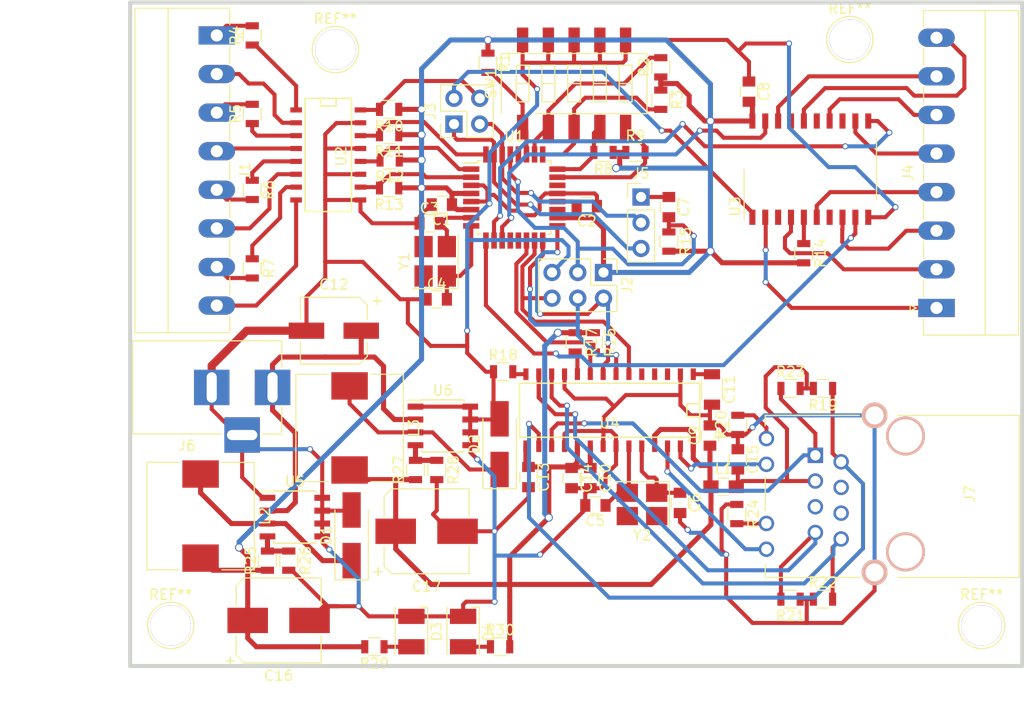
<source format=kicad_pcb>
(kicad_pcb (version 20171130) (host pcbnew 5.0.0-fee4fd1~66~ubuntu16.04.1)

  (general
    (thickness 1.6)
    (drawings 6)
    (tracks 800)
    (zones 0)
    (modules 74)
    (nets 70)
  )

  (page A4)
  (layers
    (0 F.Cu signal)
    (31 B.Cu signal)
    (32 B.Adhes user)
    (33 F.Adhes user)
    (34 B.Paste user)
    (35 F.Paste user)
    (36 B.SilkS user)
    (37 F.SilkS user)
    (38 B.Mask user)
    (39 F.Mask user)
    (40 Dwgs.User user)
    (41 Cmts.User user)
    (42 Eco1.User user)
    (43 Eco2.User user)
    (44 Edge.Cuts user)
    (45 Margin user)
    (46 B.CrtYd user)
    (47 F.CrtYd user)
    (48 B.Fab user)
    (49 F.Fab user hide)
  )

  (setup
    (last_trace_width 0.4)
    (trace_clearance 0.2)
    (zone_clearance 0.508)
    (zone_45_only no)
    (trace_min 0.2)
    (segment_width 0.2)
    (edge_width 0.15)
    (via_size 0.6)
    (via_drill 0.4)
    (via_min_size 0.4)
    (via_min_drill 0.3)
    (uvia_size 0.3)
    (uvia_drill 0.1)
    (uvias_allowed no)
    (uvia_min_size 0.2)
    (uvia_min_drill 0.1)
    (pcb_text_width 0.3)
    (pcb_text_size 1.5 1.5)
    (mod_edge_width 0.15)
    (mod_text_size 1 1)
    (mod_text_width 0.15)
    (pad_size 4 4)
    (pad_drill 4)
    (pad_to_mask_clearance 0.2)
    (aux_axis_origin 0 0)
    (grid_origin 61.95 123.5)
    (visible_elements FFFDFF7F)
    (pcbplotparams
      (layerselection 0x010fc_ffffffff)
      (usegerberextensions false)
      (usegerberattributes false)
      (usegerberadvancedattributes false)
      (creategerberjobfile false)
      (excludeedgelayer true)
      (linewidth 0.100000)
      (plotframeref false)
      (viasonmask false)
      (mode 1)
      (useauxorigin false)
      (hpglpennumber 1)
      (hpglpenspeed 20)
      (hpglpendiameter 15.000000)
      (psnegative false)
      (psa4output false)
      (plotreference true)
      (plotvalue true)
      (plotinvisibletext false)
      (padsonsilk false)
      (subtractmaskfromsilk false)
      (outputformat 1)
      (mirror false)
      (drillshape 1)
      (scaleselection 1)
      (outputdirectory ""))
  )

  (net 0 "")
  (net 1 +5V)
  (net 2 GND)
  (net 3 "Net-(C2-Pad2)")
  (net 4 "Net-(C3-Pad2)")
  (net 5 "Net-(C4-Pad2)")
  (net 6 "Net-(C5-Pad1)")
  (net 7 "Net-(C6-Pad1)")
  (net 8 /RESET)
  (net 9 "Net-(C7-Pad1)")
  (net 10 +3V3)
  (net 11 "Net-(C11-Pad1)")
  (net 12 "Net-(C12-Pad1)")
  (net 13 "Net-(C15-Pad2)")
  (net 14 "Net-(D1-Pad1)")
  (net 15 "Net-(D2-Pad1)")
  (net 16 "Net-(D3-Pad2)")
  (net 17 "Net-(D4-Pad2)")
  (net 18 "Net-(J1-Pad1)")
  (net 19 "Net-(J1-Pad2)")
  (net 20 "Net-(J1-Pad3)")
  (net 21 "Net-(J1-Pad4)")
  (net 22 "Net-(J1-Pad5)")
  (net 23 "Net-(J1-Pad6)")
  (net 24 "Net-(J1-Pad7)")
  (net 25 "Net-(J1-Pad8)")
  (net 26 /DI)
  (net 27 /DO)
  (net 28 /CLK)
  (net 29 /TX)
  (net 30 "Net-(J3-Pad2)")
  (net 31 /RX)
  (net 32 "Net-(J4-Pad8)")
  (net 33 "Net-(J4-Pad7)")
  (net 34 "Net-(J4-Pad6)")
  (net 35 "Net-(J4-Pad5)")
  (net 36 "Net-(J4-Pad4)")
  (net 37 "Net-(J4-Pad3)")
  (net 38 "Net-(J4-Pad2)")
  (net 39 "Net-(J4-Pad1)")
  (net 40 /TPOUT+)
  (net 41 "Net-(J7-PadGK)")
  (net 42 "Net-(J7-PadYA)")
  (net 43 "Net-(J7-PadGA)")
  (net 44 "Net-(J7-PadYK)")
  (net 45 /TPOUT-)
  (net 46 /TPIN+)
  (net 47 /TPIN-)
  (net 48 /IP0)
  (net 49 /IP1)
  (net 50 /IP2)
  (net 51 "Net-(R4-Pad1)")
  (net 52 "Net-(R5-Pad1)")
  (net 53 "Net-(R6-Pad1)")
  (net 54 "Net-(R7-Pad1)")
  (net 55 /IP3)
  (net 56 /IN/OUT)
  (net 57 "Net-(R14-Pad1)")
  (net 58 "Net-(R16-Pad2)")
  (net 59 "Net-(R17-Pad2)")
  (net 60 "Net-(R18-Pad2)")
  (net 61 "Net-(R25-Pad2)")
  (net 62 "Net-(R27-Pad2)")
  (net 63 "Net-(U1-Pad11)")
  (net 64 "Net-(U1-Pad10)")
  (net 65 "Net-(U1-Pad9)")
  (net 66 /IN1)
  (net 67 /IN2)
  (net 68 /IN3)
  (net 69 /IN4)

  (net_class Default "This is the default net class."
    (clearance 0.2)
    (trace_width 0.4)
    (via_dia 0.6)
    (via_drill 0.4)
    (uvia_dia 0.3)
    (uvia_drill 0.1)
    (add_net /CLK)
    (add_net /DI)
    (add_net /DO)
    (add_net /IN/OUT)
    (add_net /IN1)
    (add_net /IN2)
    (add_net /IN3)
    (add_net /IN4)
    (add_net /IP0)
    (add_net /IP1)
    (add_net /IP2)
    (add_net /IP3)
    (add_net /RESET)
    (add_net /RX)
    (add_net /TPIN+)
    (add_net /TPIN-)
    (add_net /TPOUT+)
    (add_net /TPOUT-)
    (add_net /TX)
    (add_net GND)
    (add_net "Net-(C11-Pad1)")
    (add_net "Net-(C15-Pad2)")
    (add_net "Net-(C2-Pad2)")
    (add_net "Net-(C3-Pad2)")
    (add_net "Net-(C4-Pad2)")
    (add_net "Net-(C5-Pad1)")
    (add_net "Net-(C6-Pad1)")
    (add_net "Net-(C7-Pad1)")
    (add_net "Net-(D2-Pad1)")
    (add_net "Net-(D3-Pad2)")
    (add_net "Net-(D4-Pad2)")
    (add_net "Net-(J1-Pad1)")
    (add_net "Net-(J1-Pad2)")
    (add_net "Net-(J1-Pad3)")
    (add_net "Net-(J1-Pad4)")
    (add_net "Net-(J1-Pad5)")
    (add_net "Net-(J1-Pad6)")
    (add_net "Net-(J1-Pad7)")
    (add_net "Net-(J1-Pad8)")
    (add_net "Net-(J3-Pad2)")
    (add_net "Net-(J4-Pad1)")
    (add_net "Net-(J4-Pad2)")
    (add_net "Net-(J4-Pad3)")
    (add_net "Net-(J4-Pad4)")
    (add_net "Net-(J4-Pad5)")
    (add_net "Net-(J4-Pad6)")
    (add_net "Net-(J4-Pad7)")
    (add_net "Net-(J4-Pad8)")
    (add_net "Net-(J7-PadGA)")
    (add_net "Net-(J7-PadGK)")
    (add_net "Net-(J7-PadYA)")
    (add_net "Net-(J7-PadYK)")
    (add_net "Net-(R14-Pad1)")
    (add_net "Net-(R16-Pad2)")
    (add_net "Net-(R17-Pad2)")
    (add_net "Net-(R18-Pad2)")
    (add_net "Net-(R4-Pad1)")
    (add_net "Net-(R5-Pad1)")
    (add_net "Net-(R6-Pad1)")
    (add_net "Net-(R7-Pad1)")
    (add_net "Net-(U1-Pad10)")
    (add_net "Net-(U1-Pad11)")
    (add_net "Net-(U1-Pad9)")
  )

  (net_class Power ""
    (clearance 0.2)
    (trace_width 0.5)
    (via_dia 0.8)
    (via_drill 0.6)
    (uvia_dia 0.3)
    (uvia_drill 0.1)
    (add_net +3V3)
    (add_net +5V)
    (add_net "Net-(C12-Pad1)")
    (add_net "Net-(D1-Pad1)")
    (add_net "Net-(R25-Pad2)")
    (add_net "Net-(R27-Pad2)")
  )

  (module Connectors:1pin (layer F.Cu) (tedit 5BBB62FD) (tstamp 5BBB6597)
    (at 82.2 62.65)
    (descr "module 1 pin (ou trou mecanique de percage)")
    (tags DEV)
    (fp_text reference REF** (at 0 -3.048) (layer F.SilkS)
      (effects (font (size 1 1) (thickness 0.15)))
    )
    (fp_text value 1pin (at 0 3) (layer F.Fab)
      (effects (font (size 1 1) (thickness 0.15)))
    )
    (fp_circle (center 0 0) (end 0 -2.286) (layer F.SilkS) (width 0.12))
    (fp_circle (center 0 0) (end 2.6 0) (layer F.CrtYd) (width 0.05))
    (fp_circle (center 0 0) (end 2 0.8) (layer F.Fab) (width 0.1))
    (pad 1 thru_hole circle (at 0 0) (size 4 4) (drill 4) (layers *.Cu *.Mask))
  )

  (module Connectors:1pin (layer F.Cu) (tedit 5BBB62FD) (tstamp 5BBB6597)
    (at 132.95 61.65)
    (descr "module 1 pin (ou trou mecanique de percage)")
    (tags DEV)
    (fp_text reference REF** (at 0 -3.048) (layer F.SilkS)
      (effects (font (size 1 1) (thickness 0.15)))
    )
    (fp_text value 1pin (at 0 3) (layer F.Fab)
      (effects (font (size 1 1) (thickness 0.15)))
    )
    (fp_circle (center 0 0) (end 0 -2.286) (layer F.SilkS) (width 0.12))
    (fp_circle (center 0 0) (end 2.6 0) (layer F.CrtYd) (width 0.05))
    (fp_circle (center 0 0) (end 2 0.8) (layer F.Fab) (width 0.1))
    (pad 1 thru_hole circle (at 0 0) (size 4 4) (drill 4) (layers *.Cu *.Mask))
  )

  (module Connectors:1pin (layer F.Cu) (tedit 5BBB62FD) (tstamp 5BBB6597)
    (at 65.95 119.5)
    (descr "module 1 pin (ou trou mecanique de percage)")
    (tags DEV)
    (fp_text reference REF** (at 0 -3.048) (layer F.SilkS)
      (effects (font (size 1 1) (thickness 0.15)))
    )
    (fp_text value 1pin (at 0 3) (layer F.Fab)
      (effects (font (size 1 1) (thickness 0.15)))
    )
    (fp_circle (center 0 0) (end 0 -2.286) (layer F.SilkS) (width 0.12))
    (fp_circle (center 0 0) (end 2.6 0) (layer F.CrtYd) (width 0.05))
    (fp_circle (center 0 0) (end 2 0.8) (layer F.Fab) (width 0.1))
    (pad 1 thru_hole circle (at 0 0) (size 4 4) (drill 4) (layers *.Cu *.Mask))
  )

  (module Capacitors_SMD:C_0805 (layer F.Cu) (tedit 58AA8463) (tstamp 5B6C4E00)
    (at 92.7 77.95 180)
    (descr "Capacitor SMD 0805, reflow soldering, AVX (see smccp.pdf)")
    (tags "capacitor 0805")
    (path /5B32A8F2)
    (attr smd)
    (fp_text reference C1 (at 0 -1.5 180) (layer F.SilkS)
      (effects (font (size 1 1) (thickness 0.15)))
    )
    (fp_text value 100nF (at 0 1.75 180) (layer F.Fab)
      (effects (font (size 1 1) (thickness 0.15)))
    )
    (fp_text user %R (at 0 -1.5 180) (layer F.Fab)
      (effects (font (size 1 1) (thickness 0.15)))
    )
    (fp_line (start -1 0.62) (end -1 -0.62) (layer F.Fab) (width 0.1))
    (fp_line (start 1 0.62) (end -1 0.62) (layer F.Fab) (width 0.1))
    (fp_line (start 1 -0.62) (end 1 0.62) (layer F.Fab) (width 0.1))
    (fp_line (start -1 -0.62) (end 1 -0.62) (layer F.Fab) (width 0.1))
    (fp_line (start 0.5 -0.85) (end -0.5 -0.85) (layer F.SilkS) (width 0.12))
    (fp_line (start -0.5 0.85) (end 0.5 0.85) (layer F.SilkS) (width 0.12))
    (fp_line (start -1.75 -0.88) (end 1.75 -0.88) (layer F.CrtYd) (width 0.05))
    (fp_line (start -1.75 -0.88) (end -1.75 0.87) (layer F.CrtYd) (width 0.05))
    (fp_line (start 1.75 0.87) (end 1.75 -0.88) (layer F.CrtYd) (width 0.05))
    (fp_line (start 1.75 0.87) (end -1.75 0.87) (layer F.CrtYd) (width 0.05))
    (pad 1 smd rect (at -1 0 180) (size 1 1.25) (layers F.Cu F.Paste F.Mask)
      (net 1 +5V))
    (pad 2 smd rect (at 1 0 180) (size 1 1.25) (layers F.Cu F.Paste F.Mask)
      (net 2 GND))
    (model Capacitors_SMD.3dshapes/C_0805.wrl
      (at (xyz 0 0 0))
      (scale (xyz 1 1 1))
      (rotate (xyz 0 0 0))
    )
  )

  (module Capacitors_SMD:C_0805 (layer F.Cu) (tedit 58AA8463) (tstamp 5B6C4E11)
    (at 107 78.1 180)
    (descr "Capacitor SMD 0805, reflow soldering, AVX (see smccp.pdf)")
    (tags "capacitor 0805")
    (path /5B409300)
    (attr smd)
    (fp_text reference C2 (at 0 -1.5 180) (layer F.SilkS)
      (effects (font (size 1 1) (thickness 0.15)))
    )
    (fp_text value 100nF (at 0 1.75 180) (layer F.Fab)
      (effects (font (size 1 1) (thickness 0.15)))
    )
    (fp_line (start 1.75 0.87) (end -1.75 0.87) (layer F.CrtYd) (width 0.05))
    (fp_line (start 1.75 0.87) (end 1.75 -0.88) (layer F.CrtYd) (width 0.05))
    (fp_line (start -1.75 -0.88) (end -1.75 0.87) (layer F.CrtYd) (width 0.05))
    (fp_line (start -1.75 -0.88) (end 1.75 -0.88) (layer F.CrtYd) (width 0.05))
    (fp_line (start -0.5 0.85) (end 0.5 0.85) (layer F.SilkS) (width 0.12))
    (fp_line (start 0.5 -0.85) (end -0.5 -0.85) (layer F.SilkS) (width 0.12))
    (fp_line (start -1 -0.62) (end 1 -0.62) (layer F.Fab) (width 0.1))
    (fp_line (start 1 -0.62) (end 1 0.62) (layer F.Fab) (width 0.1))
    (fp_line (start 1 0.62) (end -1 0.62) (layer F.Fab) (width 0.1))
    (fp_line (start -1 0.62) (end -1 -0.62) (layer F.Fab) (width 0.1))
    (fp_text user %R (at 0 -1.5 180) (layer F.Fab)
      (effects (font (size 1 1) (thickness 0.15)))
    )
    (pad 2 smd rect (at 1 0 180) (size 1 1.25) (layers F.Cu F.Paste F.Mask)
      (net 3 "Net-(C2-Pad2)"))
    (pad 1 smd rect (at -1 0 180) (size 1 1.25) (layers F.Cu F.Paste F.Mask)
      (net 2 GND))
    (model Capacitors_SMD.3dshapes/C_0805.wrl
      (at (xyz 0 0 0))
      (scale (xyz 1 1 1))
      (rotate (xyz 0 0 0))
    )
  )

  (module Capacitors_SMD:C_0805 (layer F.Cu) (tedit 58AA8463) (tstamp 5BB77E33)
    (at 91.5 79.8)
    (descr "Capacitor SMD 0805, reflow soldering, AVX (see smccp.pdf)")
    (tags "capacitor 0805")
    (path /5B362EA6)
    (attr smd)
    (fp_text reference C3 (at 0 -1.5) (layer F.SilkS)
      (effects (font (size 1 1) (thickness 0.15)))
    )
    (fp_text value 22pF (at 0 1.75) (layer F.Fab)
      (effects (font (size 1 1) (thickness 0.15)))
    )
    (fp_text user %R (at 0 -1.5) (layer F.Fab)
      (effects (font (size 1 1) (thickness 0.15)))
    )
    (fp_line (start -1 0.62) (end -1 -0.62) (layer F.Fab) (width 0.1))
    (fp_line (start 1 0.62) (end -1 0.62) (layer F.Fab) (width 0.1))
    (fp_line (start 1 -0.62) (end 1 0.62) (layer F.Fab) (width 0.1))
    (fp_line (start -1 -0.62) (end 1 -0.62) (layer F.Fab) (width 0.1))
    (fp_line (start 0.5 -0.85) (end -0.5 -0.85) (layer F.SilkS) (width 0.12))
    (fp_line (start -0.5 0.85) (end 0.5 0.85) (layer F.SilkS) (width 0.12))
    (fp_line (start -1.75 -0.88) (end 1.75 -0.88) (layer F.CrtYd) (width 0.05))
    (fp_line (start -1.75 -0.88) (end -1.75 0.87) (layer F.CrtYd) (width 0.05))
    (fp_line (start 1.75 0.87) (end 1.75 -0.88) (layer F.CrtYd) (width 0.05))
    (fp_line (start 1.75 0.87) (end -1.75 0.87) (layer F.CrtYd) (width 0.05))
    (pad 1 smd rect (at -1 0) (size 1 1.25) (layers F.Cu F.Paste F.Mask)
      (net 2 GND))
    (pad 2 smd rect (at 1 0) (size 1 1.25) (layers F.Cu F.Paste F.Mask)
      (net 4 "Net-(C3-Pad2)"))
    (model Capacitors_SMD.3dshapes/C_0805.wrl
      (at (xyz 0 0 0))
      (scale (xyz 1 1 1))
      (rotate (xyz 0 0 0))
    )
  )

  (module Capacitors_SMD:C_0805 (layer F.Cu) (tedit 58AA8463) (tstamp 5BB77E63)
    (at 92.2 87.3)
    (descr "Capacitor SMD 0805, reflow soldering, AVX (see smccp.pdf)")
    (tags "capacitor 0805")
    (path /5B362E27)
    (attr smd)
    (fp_text reference C4 (at 0 -1.5) (layer F.SilkS)
      (effects (font (size 1 1) (thickness 0.15)))
    )
    (fp_text value 22pF (at 0 1.75) (layer F.Fab)
      (effects (font (size 1 1) (thickness 0.15)))
    )
    (fp_line (start 1.75 0.87) (end -1.75 0.87) (layer F.CrtYd) (width 0.05))
    (fp_line (start 1.75 0.87) (end 1.75 -0.88) (layer F.CrtYd) (width 0.05))
    (fp_line (start -1.75 -0.88) (end -1.75 0.87) (layer F.CrtYd) (width 0.05))
    (fp_line (start -1.75 -0.88) (end 1.75 -0.88) (layer F.CrtYd) (width 0.05))
    (fp_line (start -0.5 0.85) (end 0.5 0.85) (layer F.SilkS) (width 0.12))
    (fp_line (start 0.5 -0.85) (end -0.5 -0.85) (layer F.SilkS) (width 0.12))
    (fp_line (start -1 -0.62) (end 1 -0.62) (layer F.Fab) (width 0.1))
    (fp_line (start 1 -0.62) (end 1 0.62) (layer F.Fab) (width 0.1))
    (fp_line (start 1 0.62) (end -1 0.62) (layer F.Fab) (width 0.1))
    (fp_line (start -1 0.62) (end -1 -0.62) (layer F.Fab) (width 0.1))
    (fp_text user %R (at 0 -1.5) (layer F.Fab)
      (effects (font (size 1 1) (thickness 0.15)))
    )
    (pad 2 smd rect (at 1 0) (size 1 1.25) (layers F.Cu F.Paste F.Mask)
      (net 5 "Net-(C4-Pad2)"))
    (pad 1 smd rect (at -1 0) (size 1 1.25) (layers F.Cu F.Paste F.Mask)
      (net 2 GND))
    (model Capacitors_SMD.3dshapes/C_0805.wrl
      (at (xyz 0 0 0))
      (scale (xyz 1 1 1))
      (rotate (xyz 0 0 0))
    )
  )

  (module Capacitors_SMD:C_0805 (layer F.Cu) (tedit 58AA8463) (tstamp 5BB79DF6)
    (at 107.85 107.65 180)
    (descr "Capacitor SMD 0805, reflow soldering, AVX (see smccp.pdf)")
    (tags "capacitor 0805")
    (path /5B3B9095)
    (attr smd)
    (fp_text reference C5 (at 0 -1.5 180) (layer F.SilkS)
      (effects (font (size 1 1) (thickness 0.15)))
    )
    (fp_text value 18pF (at 0 1.75 180) (layer F.Fab)
      (effects (font (size 1 1) (thickness 0.15)))
    )
    (fp_line (start 1.75 0.87) (end -1.75 0.87) (layer F.CrtYd) (width 0.05))
    (fp_line (start 1.75 0.87) (end 1.75 -0.88) (layer F.CrtYd) (width 0.05))
    (fp_line (start -1.75 -0.88) (end -1.75 0.87) (layer F.CrtYd) (width 0.05))
    (fp_line (start -1.75 -0.88) (end 1.75 -0.88) (layer F.CrtYd) (width 0.05))
    (fp_line (start -0.5 0.85) (end 0.5 0.85) (layer F.SilkS) (width 0.12))
    (fp_line (start 0.5 -0.85) (end -0.5 -0.85) (layer F.SilkS) (width 0.12))
    (fp_line (start -1 -0.62) (end 1 -0.62) (layer F.Fab) (width 0.1))
    (fp_line (start 1 -0.62) (end 1 0.62) (layer F.Fab) (width 0.1))
    (fp_line (start 1 0.62) (end -1 0.62) (layer F.Fab) (width 0.1))
    (fp_line (start -1 0.62) (end -1 -0.62) (layer F.Fab) (width 0.1))
    (fp_text user %R (at 0 -1.5 180) (layer F.Fab)
      (effects (font (size 1 1) (thickness 0.15)))
    )
    (pad 2 smd rect (at 1 0 180) (size 1 1.25) (layers F.Cu F.Paste F.Mask)
      (net 2 GND))
    (pad 1 smd rect (at -1 0 180) (size 1 1.25) (layers F.Cu F.Paste F.Mask)
      (net 6 "Net-(C5-Pad1)"))
    (model Capacitors_SMD.3dshapes/C_0805.wrl
      (at (xyz 0 0 0))
      (scale (xyz 1 1 1))
      (rotate (xyz 0 0 0))
    )
  )

  (module Capacitors_SMD:C_0805 (layer F.Cu) (tedit 58AA8463) (tstamp 5BB79E26)
    (at 116.2 107.4 270)
    (descr "Capacitor SMD 0805, reflow soldering, AVX (see smccp.pdf)")
    (tags "capacitor 0805")
    (path /5B3B9146)
    (attr smd)
    (fp_text reference C6 (at 0 -1.5 270) (layer F.SilkS)
      (effects (font (size 1 1) (thickness 0.15)))
    )
    (fp_text value 18pF (at 0 1.75 270) (layer F.Fab)
      (effects (font (size 1 1) (thickness 0.15)))
    )
    (fp_text user %R (at 0 -1.5 270) (layer F.Fab)
      (effects (font (size 1 1) (thickness 0.15)))
    )
    (fp_line (start -1 0.62) (end -1 -0.62) (layer F.Fab) (width 0.1))
    (fp_line (start 1 0.62) (end -1 0.62) (layer F.Fab) (width 0.1))
    (fp_line (start 1 -0.62) (end 1 0.62) (layer F.Fab) (width 0.1))
    (fp_line (start -1 -0.62) (end 1 -0.62) (layer F.Fab) (width 0.1))
    (fp_line (start 0.5 -0.85) (end -0.5 -0.85) (layer F.SilkS) (width 0.12))
    (fp_line (start -0.5 0.85) (end 0.5 0.85) (layer F.SilkS) (width 0.12))
    (fp_line (start -1.75 -0.88) (end 1.75 -0.88) (layer F.CrtYd) (width 0.05))
    (fp_line (start -1.75 -0.88) (end -1.75 0.87) (layer F.CrtYd) (width 0.05))
    (fp_line (start 1.75 0.87) (end 1.75 -0.88) (layer F.CrtYd) (width 0.05))
    (fp_line (start 1.75 0.87) (end -1.75 0.87) (layer F.CrtYd) (width 0.05))
    (pad 1 smd rect (at -1 0 270) (size 1 1.25) (layers F.Cu F.Paste F.Mask)
      (net 7 "Net-(C6-Pad1)"))
    (pad 2 smd rect (at 1 0 270) (size 1 1.25) (layers F.Cu F.Paste F.Mask)
      (net 2 GND))
    (model Capacitors_SMD.3dshapes/C_0805.wrl
      (at (xyz 0 0 0))
      (scale (xyz 1 1 1))
      (rotate (xyz 0 0 0))
    )
  )

  (module Capacitors_SMD:C_0805 (layer F.Cu) (tedit 58AA8463) (tstamp 5B6C4E66)
    (at 115.1 78.2 270)
    (descr "Capacitor SMD 0805, reflow soldering, AVX (see smccp.pdf)")
    (tags "capacitor 0805")
    (path /5B3E8AC7)
    (attr smd)
    (fp_text reference C7 (at 0 -1.5 270) (layer F.SilkS)
      (effects (font (size 1 1) (thickness 0.15)))
    )
    (fp_text value 100nF (at 0 1.75 270) (layer F.Fab)
      (effects (font (size 1 1) (thickness 0.15)))
    )
    (fp_line (start 1.75 0.87) (end -1.75 0.87) (layer F.CrtYd) (width 0.05))
    (fp_line (start 1.75 0.87) (end 1.75 -0.88) (layer F.CrtYd) (width 0.05))
    (fp_line (start -1.75 -0.88) (end -1.75 0.87) (layer F.CrtYd) (width 0.05))
    (fp_line (start -1.75 -0.88) (end 1.75 -0.88) (layer F.CrtYd) (width 0.05))
    (fp_line (start -0.5 0.85) (end 0.5 0.85) (layer F.SilkS) (width 0.12))
    (fp_line (start 0.5 -0.85) (end -0.5 -0.85) (layer F.SilkS) (width 0.12))
    (fp_line (start -1 -0.62) (end 1 -0.62) (layer F.Fab) (width 0.1))
    (fp_line (start 1 -0.62) (end 1 0.62) (layer F.Fab) (width 0.1))
    (fp_line (start 1 0.62) (end -1 0.62) (layer F.Fab) (width 0.1))
    (fp_line (start -1 0.62) (end -1 -0.62) (layer F.Fab) (width 0.1))
    (fp_text user %R (at 0 -1.5 270) (layer F.Fab)
      (effects (font (size 1 1) (thickness 0.15)))
    )
    (pad 2 smd rect (at 1 0 270) (size 1 1.25) (layers F.Cu F.Paste F.Mask)
      (net 8 /RESET))
    (pad 1 smd rect (at -1 0 270) (size 1 1.25) (layers F.Cu F.Paste F.Mask)
      (net 9 "Net-(C7-Pad1)"))
    (model Capacitors_SMD.3dshapes/C_0805.wrl
      (at (xyz 0 0 0))
      (scale (xyz 1 1 1))
      (rotate (xyz 0 0 0))
    )
  )

  (module Capacitors_SMD:C_0805 (layer F.Cu) (tedit 58AA8463) (tstamp 5B6C4E77)
    (at 123 66.8 270)
    (descr "Capacitor SMD 0805, reflow soldering, AVX (see smccp.pdf)")
    (tags "capacitor 0805")
    (path /5B407AAD)
    (attr smd)
    (fp_text reference C8 (at 0 -1.5 270) (layer F.SilkS)
      (effects (font (size 1 1) (thickness 0.15)))
    )
    (fp_text value 100nF (at 0 1.75 270) (layer F.Fab)
      (effects (font (size 1 1) (thickness 0.15)))
    )
    (fp_text user %R (at 0 -1.5 270) (layer F.Fab)
      (effects (font (size 1 1) (thickness 0.15)))
    )
    (fp_line (start -1 0.62) (end -1 -0.62) (layer F.Fab) (width 0.1))
    (fp_line (start 1 0.62) (end -1 0.62) (layer F.Fab) (width 0.1))
    (fp_line (start 1 -0.62) (end 1 0.62) (layer F.Fab) (width 0.1))
    (fp_line (start -1 -0.62) (end 1 -0.62) (layer F.Fab) (width 0.1))
    (fp_line (start 0.5 -0.85) (end -0.5 -0.85) (layer F.SilkS) (width 0.12))
    (fp_line (start -0.5 0.85) (end 0.5 0.85) (layer F.SilkS) (width 0.12))
    (fp_line (start -1.75 -0.88) (end 1.75 -0.88) (layer F.CrtYd) (width 0.05))
    (fp_line (start -1.75 -0.88) (end -1.75 0.87) (layer F.CrtYd) (width 0.05))
    (fp_line (start 1.75 0.87) (end 1.75 -0.88) (layer F.CrtYd) (width 0.05))
    (fp_line (start 1.75 0.87) (end -1.75 0.87) (layer F.CrtYd) (width 0.05))
    (pad 1 smd rect (at -1 0 270) (size 1 1.25) (layers F.Cu F.Paste F.Mask)
      (net 2 GND))
    (pad 2 smd rect (at 1 0 270) (size 1 1.25) (layers F.Cu F.Paste F.Mask)
      (net 1 +5V))
    (model Capacitors_SMD.3dshapes/C_0805.wrl
      (at (xyz 0 0 0))
      (scale (xyz 1 1 1))
      (rotate (xyz 0 0 0))
    )
  )

  (module Capacitors_SMD:C_0805 (layer F.Cu) (tedit 58AA8463) (tstamp 5BB79F16)
    (at 119.15 100.75 90)
    (descr "Capacitor SMD 0805, reflow soldering, AVX (see smccp.pdf)")
    (tags "capacitor 0805")
    (path /5B3AC5EA)
    (attr smd)
    (fp_text reference C9 (at 0 -1.5 90) (layer F.SilkS)
      (effects (font (size 1 1) (thickness 0.15)))
    )
    (fp_text value 100nF (at 0 1.75 90) (layer F.Fab)
      (effects (font (size 1 1) (thickness 0.15)))
    )
    (fp_line (start 1.75 0.87) (end -1.75 0.87) (layer F.CrtYd) (width 0.05))
    (fp_line (start 1.75 0.87) (end 1.75 -0.88) (layer F.CrtYd) (width 0.05))
    (fp_line (start -1.75 -0.88) (end -1.75 0.87) (layer F.CrtYd) (width 0.05))
    (fp_line (start -1.75 -0.88) (end 1.75 -0.88) (layer F.CrtYd) (width 0.05))
    (fp_line (start -0.5 0.85) (end 0.5 0.85) (layer F.SilkS) (width 0.12))
    (fp_line (start 0.5 -0.85) (end -0.5 -0.85) (layer F.SilkS) (width 0.12))
    (fp_line (start -1 -0.62) (end 1 -0.62) (layer F.Fab) (width 0.1))
    (fp_line (start 1 -0.62) (end 1 0.62) (layer F.Fab) (width 0.1))
    (fp_line (start 1 0.62) (end -1 0.62) (layer F.Fab) (width 0.1))
    (fp_line (start -1 0.62) (end -1 -0.62) (layer F.Fab) (width 0.1))
    (fp_text user %R (at 0 -1.5 90) (layer F.Fab)
      (effects (font (size 1 1) (thickness 0.15)))
    )
    (pad 2 smd rect (at 1 0 90) (size 1 1.25) (layers F.Cu F.Paste F.Mask)
      (net 2 GND))
    (pad 1 smd rect (at -1 0 90) (size 1 1.25) (layers F.Cu F.Paste F.Mask)
      (net 10 +3V3))
    (model Capacitors_SMD.3dshapes/C_0805.wrl
      (at (xyz 0 0 0))
      (scale (xyz 1 1 1))
      (rotate (xyz 0 0 0))
    )
  )

  (module Capacitors_SMD:C_0805 (layer F.Cu) (tedit 58AA8463) (tstamp 5BB79EB6)
    (at 107.35 104.95 270)
    (descr "Capacitor SMD 0805, reflow soldering, AVX (see smccp.pdf)")
    (tags "capacitor 0805")
    (path /5B3AC8D8)
    (attr smd)
    (fp_text reference C10 (at 0 -1.5 270) (layer F.SilkS)
      (effects (font (size 1 1) (thickness 0.15)))
    )
    (fp_text value 100nF (at 0 1.75 270) (layer F.Fab)
      (effects (font (size 1 1) (thickness 0.15)))
    )
    (fp_text user %R (at 0 -1.5 270) (layer F.Fab)
      (effects (font (size 1 1) (thickness 0.15)))
    )
    (fp_line (start -1 0.62) (end -1 -0.62) (layer F.Fab) (width 0.1))
    (fp_line (start 1 0.62) (end -1 0.62) (layer F.Fab) (width 0.1))
    (fp_line (start 1 -0.62) (end 1 0.62) (layer F.Fab) (width 0.1))
    (fp_line (start -1 -0.62) (end 1 -0.62) (layer F.Fab) (width 0.1))
    (fp_line (start 0.5 -0.85) (end -0.5 -0.85) (layer F.SilkS) (width 0.12))
    (fp_line (start -0.5 0.85) (end 0.5 0.85) (layer F.SilkS) (width 0.12))
    (fp_line (start -1.75 -0.88) (end 1.75 -0.88) (layer F.CrtYd) (width 0.05))
    (fp_line (start -1.75 -0.88) (end -1.75 0.87) (layer F.CrtYd) (width 0.05))
    (fp_line (start 1.75 0.87) (end 1.75 -0.88) (layer F.CrtYd) (width 0.05))
    (fp_line (start 1.75 0.87) (end -1.75 0.87) (layer F.CrtYd) (width 0.05))
    (pad 1 smd rect (at -1 0 270) (size 1 1.25) (layers F.Cu F.Paste F.Mask)
      (net 10 +3V3))
    (pad 2 smd rect (at 1 0 270) (size 1 1.25) (layers F.Cu F.Paste F.Mask)
      (net 2 GND))
    (model Capacitors_SMD.3dshapes/C_0805.wrl
      (at (xyz 0 0 0))
      (scale (xyz 1 1 1))
      (rotate (xyz 0 0 0))
    )
  )

  (module Capacitors_SMD:C_1206 (layer F.Cu) (tedit 58AA84B8) (tstamp 5BB79E56)
    (at 119.35 96.2 270)
    (descr "Capacitor SMD 1206, reflow soldering, AVX (see smccp.pdf)")
    (tags "capacitor 1206")
    (path /5B3B57F5)
    (attr smd)
    (fp_text reference C11 (at 0 -1.75 270) (layer F.SilkS)
      (effects (font (size 1 1) (thickness 0.15)))
    )
    (fp_text value 10uF (at 0 2 270) (layer F.Fab)
      (effects (font (size 1 1) (thickness 0.15)))
    )
    (fp_line (start 2.25 1.05) (end -2.25 1.05) (layer F.CrtYd) (width 0.05))
    (fp_line (start 2.25 1.05) (end 2.25 -1.05) (layer F.CrtYd) (width 0.05))
    (fp_line (start -2.25 -1.05) (end -2.25 1.05) (layer F.CrtYd) (width 0.05))
    (fp_line (start -2.25 -1.05) (end 2.25 -1.05) (layer F.CrtYd) (width 0.05))
    (fp_line (start -1 1.02) (end 1 1.02) (layer F.SilkS) (width 0.12))
    (fp_line (start 1 -1.02) (end -1 -1.02) (layer F.SilkS) (width 0.12))
    (fp_line (start -1.6 -0.8) (end 1.6 -0.8) (layer F.Fab) (width 0.1))
    (fp_line (start 1.6 -0.8) (end 1.6 0.8) (layer F.Fab) (width 0.1))
    (fp_line (start 1.6 0.8) (end -1.6 0.8) (layer F.Fab) (width 0.1))
    (fp_line (start -1.6 0.8) (end -1.6 -0.8) (layer F.Fab) (width 0.1))
    (fp_text user %R (at 0 -1.75 270) (layer F.Fab)
      (effects (font (size 1 1) (thickness 0.15)))
    )
    (pad 2 smd rect (at 1.5 0 270) (size 1 1.6) (layers F.Cu F.Paste F.Mask)
      (net 2 GND))
    (pad 1 smd rect (at -1.5 0 270) (size 1 1.6) (layers F.Cu F.Paste F.Mask)
      (net 11 "Net-(C11-Pad1)"))
    (model Capacitors_SMD.3dshapes/C_1206.wrl
      (at (xyz 0 0 0))
      (scale (xyz 1 1 1))
      (rotate (xyz 0 0 0))
    )
  )

  (module Capacitors_SMD:CP_Elec_6.3x5.7 (layer F.Cu) (tedit 58AA8B43) (tstamp 5B6C4EC6)
    (at 82.05 90.4 180)
    (descr "SMT capacitor, aluminium electrolytic, 6.3x5.7")
    (path /5B321F5E)
    (attr smd)
    (fp_text reference C12 (at 0 4.56 180) (layer F.SilkS)
      (effects (font (size 1 1) (thickness 0.15)))
    )
    (fp_text value 22uF/50V (at 0 -4.56 180) (layer F.Fab)
      (effects (font (size 1 1) (thickness 0.15)))
    )
    (fp_line (start 4.7 3.4) (end -4.7 3.4) (layer F.CrtYd) (width 0.05))
    (fp_line (start 4.7 3.4) (end 4.7 -3.4) (layer F.CrtYd) (width 0.05))
    (fp_line (start -4.7 -3.4) (end -4.7 3.4) (layer F.CrtYd) (width 0.05))
    (fp_line (start -4.7 -3.4) (end 4.7 -3.4) (layer F.CrtYd) (width 0.05))
    (fp_line (start -2.54 -3.3) (end 3.3 -3.3) (layer F.SilkS) (width 0.12))
    (fp_line (start -3.3 -2.54) (end -2.54 -3.3) (layer F.SilkS) (width 0.12))
    (fp_line (start -2.54 3.3) (end -3.3 2.54) (layer F.SilkS) (width 0.12))
    (fp_line (start 3.3 3.3) (end -2.54 3.3) (layer F.SilkS) (width 0.12))
    (fp_line (start -3.3 -2.54) (end -3.3 -1.12) (layer F.SilkS) (width 0.12))
    (fp_line (start -3.3 2.54) (end -3.3 1.12) (layer F.SilkS) (width 0.12))
    (fp_line (start 3.3 3.3) (end 3.3 1.12) (layer F.SilkS) (width 0.12))
    (fp_line (start 3.3 -3.3) (end 3.3 -1.12) (layer F.SilkS) (width 0.12))
    (fp_line (start 3.15 -3.15) (end -2.48 -3.15) (layer F.Fab) (width 0.1))
    (fp_line (start -2.48 -3.15) (end -3.15 -2.48) (layer F.Fab) (width 0.1))
    (fp_line (start -3.15 -2.48) (end -3.15 2.48) (layer F.Fab) (width 0.1))
    (fp_line (start -3.15 2.48) (end -2.48 3.15) (layer F.Fab) (width 0.1))
    (fp_line (start -2.48 3.15) (end 3.15 3.15) (layer F.Fab) (width 0.1))
    (fp_line (start 3.15 3.15) (end 3.15 -3.15) (layer F.Fab) (width 0.1))
    (fp_text user %R (at 0 4.56 180) (layer F.Fab)
      (effects (font (size 1 1) (thickness 0.15)))
    )
    (fp_text user + (at -4.28 3.01 180) (layer F.SilkS)
      (effects (font (size 1 1) (thickness 0.15)))
    )
    (fp_text user + (at -1.79 -0.06 180) (layer F.Fab)
      (effects (font (size 1 1) (thickness 0.15)))
    )
    (fp_circle (center 0 0) (end 0.6 3) (layer F.Fab) (width 0.1))
    (pad 2 smd rect (at 2.7 0) (size 3.5 1.6) (layers F.Cu F.Paste F.Mask)
      (net 2 GND))
    (pad 1 smd rect (at -2.7 0) (size 3.5 1.6) (layers F.Cu F.Paste F.Mask)
      (net 12 "Net-(C12-Pad1)"))
    (model Capacitors_SMD.3dshapes/CP_Elec_6.3x5.7.wrl
      (at (xyz 0 0 0))
      (scale (xyz 1 1 1))
      (rotate (xyz 0 0 180))
    )
  )

  (module Capacitors_SMD:C_0805 (layer F.Cu) (tedit 58AA8463) (tstamp 5BB79DC6)
    (at 101.25 104.85 270)
    (descr "Capacitor SMD 0805, reflow soldering, AVX (see smccp.pdf)")
    (tags "capacitor 0805")
    (path /5B3AE8D1)
    (attr smd)
    (fp_text reference C13 (at 0 -1.5 270) (layer F.SilkS)
      (effects (font (size 1 1) (thickness 0.15)))
    )
    (fp_text value 100nF (at 0 1.75 270) (layer F.Fab)
      (effects (font (size 1 1) (thickness 0.15)))
    )
    (fp_text user %R (at 0 -1.5 270) (layer F.Fab)
      (effects (font (size 1 1) (thickness 0.15)))
    )
    (fp_line (start -1 0.62) (end -1 -0.62) (layer F.Fab) (width 0.1))
    (fp_line (start 1 0.62) (end -1 0.62) (layer F.Fab) (width 0.1))
    (fp_line (start 1 -0.62) (end 1 0.62) (layer F.Fab) (width 0.1))
    (fp_line (start -1 -0.62) (end 1 -0.62) (layer F.Fab) (width 0.1))
    (fp_line (start 0.5 -0.85) (end -0.5 -0.85) (layer F.SilkS) (width 0.12))
    (fp_line (start -0.5 0.85) (end 0.5 0.85) (layer F.SilkS) (width 0.12))
    (fp_line (start -1.75 -0.88) (end 1.75 -0.88) (layer F.CrtYd) (width 0.05))
    (fp_line (start -1.75 -0.88) (end -1.75 0.87) (layer F.CrtYd) (width 0.05))
    (fp_line (start 1.75 0.87) (end 1.75 -0.88) (layer F.CrtYd) (width 0.05))
    (fp_line (start 1.75 0.87) (end -1.75 0.87) (layer F.CrtYd) (width 0.05))
    (pad 1 smd rect (at -1 0 270) (size 1 1.25) (layers F.Cu F.Paste F.Mask)
      (net 10 +3V3))
    (pad 2 smd rect (at 1 0 270) (size 1 1.25) (layers F.Cu F.Paste F.Mask)
      (net 2 GND))
    (model Capacitors_SMD.3dshapes/C_0805.wrl
      (at (xyz 0 0 0))
      (scale (xyz 1 1 1))
      (rotate (xyz 0 0 0))
    )
  )

  (module Capacitors_SMD:C_0805 (layer F.Cu) (tedit 58AA8463) (tstamp 5BB79E86)
    (at 105.5 104.95 270)
    (descr "Capacitor SMD 0805, reflow soldering, AVX (see smccp.pdf)")
    (tags "capacitor 0805")
    (path /5B3AE7EF)
    (attr smd)
    (fp_text reference C14 (at 0 -1.5 270) (layer F.SilkS)
      (effects (font (size 1 1) (thickness 0.15)))
    )
    (fp_text value 100nF (at 0 1.75 270) (layer F.Fab)
      (effects (font (size 1 1) (thickness 0.15)))
    )
    (fp_line (start 1.75 0.87) (end -1.75 0.87) (layer F.CrtYd) (width 0.05))
    (fp_line (start 1.75 0.87) (end 1.75 -0.88) (layer F.CrtYd) (width 0.05))
    (fp_line (start -1.75 -0.88) (end -1.75 0.87) (layer F.CrtYd) (width 0.05))
    (fp_line (start -1.75 -0.88) (end 1.75 -0.88) (layer F.CrtYd) (width 0.05))
    (fp_line (start -0.5 0.85) (end 0.5 0.85) (layer F.SilkS) (width 0.12))
    (fp_line (start 0.5 -0.85) (end -0.5 -0.85) (layer F.SilkS) (width 0.12))
    (fp_line (start -1 -0.62) (end 1 -0.62) (layer F.Fab) (width 0.1))
    (fp_line (start 1 -0.62) (end 1 0.62) (layer F.Fab) (width 0.1))
    (fp_line (start 1 0.62) (end -1 0.62) (layer F.Fab) (width 0.1))
    (fp_line (start -1 0.62) (end -1 -0.62) (layer F.Fab) (width 0.1))
    (fp_text user %R (at 0 -1.5 270) (layer F.Fab)
      (effects (font (size 1 1) (thickness 0.15)))
    )
    (pad 2 smd rect (at 1 0 270) (size 1 1.25) (layers F.Cu F.Paste F.Mask)
      (net 2 GND))
    (pad 1 smd rect (at -1 0 270) (size 1 1.25) (layers F.Cu F.Paste F.Mask)
      (net 10 +3V3))
    (model Capacitors_SMD.3dshapes/C_0805.wrl
      (at (xyz 0 0 0))
      (scale (xyz 1 1 1))
      (rotate (xyz 0 0 0))
    )
  )

  (module Capacitors_SMD:C_0805 (layer F.Cu) (tedit 58AA8463) (tstamp 5BBB443C)
    (at 121.9 103.1 270)
    (descr "Capacitor SMD 0805, reflow soldering, AVX (see smccp.pdf)")
    (tags "capacitor 0805")
    (path /5B3FA27D)
    (attr smd)
    (fp_text reference C15 (at 0 -1.5 270) (layer F.SilkS)
      (effects (font (size 1 1) (thickness 0.15)))
    )
    (fp_text value 100nF (at 0 1.75 270) (layer F.Fab)
      (effects (font (size 1 1) (thickness 0.15)))
    )
    (fp_line (start 1.75 0.87) (end -1.75 0.87) (layer F.CrtYd) (width 0.05))
    (fp_line (start 1.75 0.87) (end 1.75 -0.88) (layer F.CrtYd) (width 0.05))
    (fp_line (start -1.75 -0.88) (end -1.75 0.87) (layer F.CrtYd) (width 0.05))
    (fp_line (start -1.75 -0.88) (end 1.75 -0.88) (layer F.CrtYd) (width 0.05))
    (fp_line (start -0.5 0.85) (end 0.5 0.85) (layer F.SilkS) (width 0.12))
    (fp_line (start 0.5 -0.85) (end -0.5 -0.85) (layer F.SilkS) (width 0.12))
    (fp_line (start -1 -0.62) (end 1 -0.62) (layer F.Fab) (width 0.1))
    (fp_line (start 1 -0.62) (end 1 0.62) (layer F.Fab) (width 0.1))
    (fp_line (start 1 0.62) (end -1 0.62) (layer F.Fab) (width 0.1))
    (fp_line (start -1 0.62) (end -1 -0.62) (layer F.Fab) (width 0.1))
    (fp_text user %R (at 0 -1.5 270) (layer F.Fab)
      (effects (font (size 1 1) (thickness 0.15)))
    )
    (pad 2 smd rect (at 1 0 270) (size 1 1.25) (layers F.Cu F.Paste F.Mask)
      (net 13 "Net-(C15-Pad2)"))
    (pad 1 smd rect (at -1 0 270) (size 1 1.25) (layers F.Cu F.Paste F.Mask)
      (net 2 GND))
    (model Capacitors_SMD.3dshapes/C_0805.wrl
      (at (xyz 0 0 0))
      (scale (xyz 1 1 1))
      (rotate (xyz 0 0 0))
    )
  )

  (module Capacitors_SMD:CP_Elec_8x10.5 (layer F.Cu) (tedit 58AA8BC3) (tstamp 5B6C4F15)
    (at 76.6 119)
    (descr "SMT capacitor, aluminium electrolytic, 8x10.5")
    (path /5B321FDB)
    (attr smd)
    (fp_text reference C16 (at 0 5.45) (layer F.SilkS)
      (effects (font (size 1 1) (thickness 0.15)))
    )
    (fp_text value 220uF/25V (at 0 -5.45) (layer F.Fab)
      (effects (font (size 1 1) (thickness 0.15)))
    )
    (fp_circle (center 0 0) (end 1.3 3.7) (layer F.Fab) (width 0.1))
    (fp_text user + (at -2.27 -0.08) (layer F.Fab)
      (effects (font (size 1 1) (thickness 0.15)))
    )
    (fp_text user + (at -4.78 3.91) (layer F.SilkS)
      (effects (font (size 1 1) (thickness 0.15)))
    )
    (fp_text user %R (at 0 5.45) (layer F.Fab)
      (effects (font (size 1 1) (thickness 0.15)))
    )
    (fp_line (start 4.04 4.04) (end 4.04 -4.04) (layer F.Fab) (width 0.1))
    (fp_line (start -3.37 4.04) (end 4.04 4.04) (layer F.Fab) (width 0.1))
    (fp_line (start -4.04 3.37) (end -3.37 4.04) (layer F.Fab) (width 0.1))
    (fp_line (start -4.04 -3.37) (end -4.04 3.37) (layer F.Fab) (width 0.1))
    (fp_line (start -3.37 -4.04) (end -4.04 -3.37) (layer F.Fab) (width 0.1))
    (fp_line (start 4.04 -4.04) (end -3.37 -4.04) (layer F.Fab) (width 0.1))
    (fp_line (start -4.19 3.43) (end -4.19 1.51) (layer F.SilkS) (width 0.12))
    (fp_line (start -4.19 -3.43) (end -4.19 -1.51) (layer F.SilkS) (width 0.12))
    (fp_line (start 4.19 4.19) (end 4.19 1.51) (layer F.SilkS) (width 0.12))
    (fp_line (start 4.19 -4.19) (end 4.19 -1.51) (layer F.SilkS) (width 0.12))
    (fp_line (start 4.19 4.19) (end -3.43 4.19) (layer F.SilkS) (width 0.12))
    (fp_line (start -3.43 4.19) (end -4.19 3.43) (layer F.SilkS) (width 0.12))
    (fp_line (start -4.19 -3.43) (end -3.43 -4.19) (layer F.SilkS) (width 0.12))
    (fp_line (start -3.43 -4.19) (end 4.19 -4.19) (layer F.SilkS) (width 0.12))
    (fp_line (start -5.3 -4.29) (end 5.3 -4.29) (layer F.CrtYd) (width 0.05))
    (fp_line (start -5.3 -4.29) (end -5.3 4.29) (layer F.CrtYd) (width 0.05))
    (fp_line (start 5.3 4.29) (end 5.3 -4.29) (layer F.CrtYd) (width 0.05))
    (fp_line (start 5.3 4.29) (end -5.3 4.29) (layer F.CrtYd) (width 0.05))
    (pad 1 smd rect (at -3.05 0 180) (size 4 2.5) (layers F.Cu F.Paste F.Mask)
      (net 1 +5V))
    (pad 2 smd rect (at 3.05 0 180) (size 4 2.5) (layers F.Cu F.Paste F.Mask)
      (net 2 GND))
    (model Capacitors_SMD.3dshapes/CP_Elec_8x10.5.wrl
      (at (xyz 0 0 0))
      (scale (xyz 1 1 1))
      (rotate (xyz 0 0 180))
    )
  )

  (module Capacitors_SMD:CP_Elec_8x10.5 (layer F.Cu) (tedit 58AA8BC3) (tstamp 5B6C4F31)
    (at 91.2 110.2)
    (descr "SMT capacitor, aluminium electrolytic, 8x10.5")
    (path /5B3D33D7)
    (attr smd)
    (fp_text reference C17 (at 0 5.45) (layer F.SilkS)
      (effects (font (size 1 1) (thickness 0.15)))
    )
    (fp_text value 220uF/25V (at 0 -5.45) (layer F.Fab)
      (effects (font (size 1 1) (thickness 0.15)))
    )
    (fp_line (start 5.3 4.29) (end -5.3 4.29) (layer F.CrtYd) (width 0.05))
    (fp_line (start 5.3 4.29) (end 5.3 -4.29) (layer F.CrtYd) (width 0.05))
    (fp_line (start -5.3 -4.29) (end -5.3 4.29) (layer F.CrtYd) (width 0.05))
    (fp_line (start -5.3 -4.29) (end 5.3 -4.29) (layer F.CrtYd) (width 0.05))
    (fp_line (start -3.43 -4.19) (end 4.19 -4.19) (layer F.SilkS) (width 0.12))
    (fp_line (start -4.19 -3.43) (end -3.43 -4.19) (layer F.SilkS) (width 0.12))
    (fp_line (start -3.43 4.19) (end -4.19 3.43) (layer F.SilkS) (width 0.12))
    (fp_line (start 4.19 4.19) (end -3.43 4.19) (layer F.SilkS) (width 0.12))
    (fp_line (start 4.19 -4.19) (end 4.19 -1.51) (layer F.SilkS) (width 0.12))
    (fp_line (start 4.19 4.19) (end 4.19 1.51) (layer F.SilkS) (width 0.12))
    (fp_line (start -4.19 -3.43) (end -4.19 -1.51) (layer F.SilkS) (width 0.12))
    (fp_line (start -4.19 3.43) (end -4.19 1.51) (layer F.SilkS) (width 0.12))
    (fp_line (start 4.04 -4.04) (end -3.37 -4.04) (layer F.Fab) (width 0.1))
    (fp_line (start -3.37 -4.04) (end -4.04 -3.37) (layer F.Fab) (width 0.1))
    (fp_line (start -4.04 -3.37) (end -4.04 3.37) (layer F.Fab) (width 0.1))
    (fp_line (start -4.04 3.37) (end -3.37 4.04) (layer F.Fab) (width 0.1))
    (fp_line (start -3.37 4.04) (end 4.04 4.04) (layer F.Fab) (width 0.1))
    (fp_line (start 4.04 4.04) (end 4.04 -4.04) (layer F.Fab) (width 0.1))
    (fp_text user %R (at 0 5.45) (layer F.Fab)
      (effects (font (size 1 1) (thickness 0.15)))
    )
    (fp_text user + (at -4.78 3.91) (layer F.SilkS)
      (effects (font (size 1 1) (thickness 0.15)))
    )
    (fp_text user + (at -2.27 -0.08) (layer F.Fab)
      (effects (font (size 1 1) (thickness 0.15)))
    )
    (fp_circle (center 0 0) (end 1.3 3.7) (layer F.Fab) (width 0.1))
    (pad 2 smd rect (at 3.05 0 180) (size 4 2.5) (layers F.Cu F.Paste F.Mask)
      (net 2 GND))
    (pad 1 smd rect (at -3.05 0 180) (size 4 2.5) (layers F.Cu F.Paste F.Mask)
      (net 10 +3V3))
    (model Capacitors_SMD.3dshapes/CP_Elec_8x10.5.wrl
      (at (xyz 0 0 0))
      (scale (xyz 1 1 1))
      (rotate (xyz 0 0 180))
    )
  )

  (module Diodes_SMD:D_SMA_Handsoldering (layer F.Cu) (tedit 58643398) (tstamp 5B6C4F49)
    (at 83.8 110.6 90)
    (descr "Diode SMA (DO-214AC) Handsoldering")
    (tags "Diode SMA (DO-214AC) Handsoldering")
    (path /5B321B81)
    (attr smd)
    (fp_text reference D1 (at 0 -2.5 90) (layer F.SilkS)
      (effects (font (size 1 1) (thickness 0.15)))
    )
    (fp_text value SS26 (at 0 2.6 90) (layer F.Fab)
      (effects (font (size 1 1) (thickness 0.15)))
    )
    (fp_text user %R (at 0 -2.5 90) (layer F.Fab)
      (effects (font (size 1 1) (thickness 0.15)))
    )
    (fp_line (start -4.4 -1.65) (end -4.4 1.65) (layer F.SilkS) (width 0.12))
    (fp_line (start 2.3 1.5) (end -2.3 1.5) (layer F.Fab) (width 0.1))
    (fp_line (start -2.3 1.5) (end -2.3 -1.5) (layer F.Fab) (width 0.1))
    (fp_line (start 2.3 -1.5) (end 2.3 1.5) (layer F.Fab) (width 0.1))
    (fp_line (start 2.3 -1.5) (end -2.3 -1.5) (layer F.Fab) (width 0.1))
    (fp_line (start -4.5 -1.75) (end 4.5 -1.75) (layer F.CrtYd) (width 0.05))
    (fp_line (start 4.5 -1.75) (end 4.5 1.75) (layer F.CrtYd) (width 0.05))
    (fp_line (start 4.5 1.75) (end -4.5 1.75) (layer F.CrtYd) (width 0.05))
    (fp_line (start -4.5 1.75) (end -4.5 -1.75) (layer F.CrtYd) (width 0.05))
    (fp_line (start -0.64944 0.00102) (end -1.55114 0.00102) (layer F.Fab) (width 0.1))
    (fp_line (start 0.50118 0.00102) (end 1.4994 0.00102) (layer F.Fab) (width 0.1))
    (fp_line (start -0.64944 -0.79908) (end -0.64944 0.80112) (layer F.Fab) (width 0.1))
    (fp_line (start 0.50118 0.75032) (end 0.50118 -0.79908) (layer F.Fab) (width 0.1))
    (fp_line (start -0.64944 0.00102) (end 0.50118 0.75032) (layer F.Fab) (width 0.1))
    (fp_line (start -0.64944 0.00102) (end 0.50118 -0.79908) (layer F.Fab) (width 0.1))
    (fp_line (start -4.4 1.65) (end 2.5 1.65) (layer F.SilkS) (width 0.12))
    (fp_line (start -4.4 -1.65) (end 2.5 -1.65) (layer F.SilkS) (width 0.12))
    (pad 1 smd rect (at -2.5 0 90) (size 3.5 1.8) (layers F.Cu F.Paste F.Mask)
      (net 14 "Net-(D1-Pad1)"))
    (pad 2 smd rect (at 2.5 0 90) (size 3.5 1.8) (layers F.Cu F.Paste F.Mask)
      (net 2 GND))
    (model ${KISYS3DMOD}/Diodes_SMD.3dshapes/D_SMA.wrl
      (at (xyz 0 0 0))
      (scale (xyz 1 1 1))
      (rotate (xyz 0 0 0))
    )
  )

  (module Diodes_SMD:D_SMA_Handsoldering (layer F.Cu) (tedit 58643398) (tstamp 5B6C4F61)
    (at 98.4 101.6 90)
    (descr "Diode SMA (DO-214AC) Handsoldering")
    (tags "Diode SMA (DO-214AC) Handsoldering")
    (path /5B3D33C5)
    (attr smd)
    (fp_text reference D2 (at 0 -2.5 90) (layer F.SilkS)
      (effects (font (size 1 1) (thickness 0.15)))
    )
    (fp_text value SS26 (at 0 2.6 90) (layer F.Fab)
      (effects (font (size 1 1) (thickness 0.15)))
    )
    (fp_line (start -4.4 -1.65) (end 2.5 -1.65) (layer F.SilkS) (width 0.12))
    (fp_line (start -4.4 1.65) (end 2.5 1.65) (layer F.SilkS) (width 0.12))
    (fp_line (start -0.64944 0.00102) (end 0.50118 -0.79908) (layer F.Fab) (width 0.1))
    (fp_line (start -0.64944 0.00102) (end 0.50118 0.75032) (layer F.Fab) (width 0.1))
    (fp_line (start 0.50118 0.75032) (end 0.50118 -0.79908) (layer F.Fab) (width 0.1))
    (fp_line (start -0.64944 -0.79908) (end -0.64944 0.80112) (layer F.Fab) (width 0.1))
    (fp_line (start 0.50118 0.00102) (end 1.4994 0.00102) (layer F.Fab) (width 0.1))
    (fp_line (start -0.64944 0.00102) (end -1.55114 0.00102) (layer F.Fab) (width 0.1))
    (fp_line (start -4.5 1.75) (end -4.5 -1.75) (layer F.CrtYd) (width 0.05))
    (fp_line (start 4.5 1.75) (end -4.5 1.75) (layer F.CrtYd) (width 0.05))
    (fp_line (start 4.5 -1.75) (end 4.5 1.75) (layer F.CrtYd) (width 0.05))
    (fp_line (start -4.5 -1.75) (end 4.5 -1.75) (layer F.CrtYd) (width 0.05))
    (fp_line (start 2.3 -1.5) (end -2.3 -1.5) (layer F.Fab) (width 0.1))
    (fp_line (start 2.3 -1.5) (end 2.3 1.5) (layer F.Fab) (width 0.1))
    (fp_line (start -2.3 1.5) (end -2.3 -1.5) (layer F.Fab) (width 0.1))
    (fp_line (start 2.3 1.5) (end -2.3 1.5) (layer F.Fab) (width 0.1))
    (fp_line (start -4.4 -1.65) (end -4.4 1.65) (layer F.SilkS) (width 0.12))
    (fp_text user %R (at 0 -2.5 90) (layer F.Fab)
      (effects (font (size 1 1) (thickness 0.15)))
    )
    (pad 2 smd rect (at 2.5 0 90) (size 3.5 1.8) (layers F.Cu F.Paste F.Mask)
      (net 2 GND))
    (pad 1 smd rect (at -2.5 0 90) (size 3.5 1.8) (layers F.Cu F.Paste F.Mask)
      (net 15 "Net-(D2-Pad1)"))
    (model ${KISYS3DMOD}/Diodes_SMD.3dshapes/D_SMA.wrl
      (at (xyz 0 0 0))
      (scale (xyz 1 1 1))
      (rotate (xyz 0 0 0))
    )
  )

  (module LEDs:LED_PLCC-2 (layer F.Cu) (tedit 59959404) (tstamp 5B6C4F75)
    (at 89.7 120.1 270)
    (descr "LED PLCC-2 SMD package")
    (tags "LED PLCC-2 SMD")
    (path /5B3FDFDB)
    (attr smd)
    (fp_text reference D3 (at 0 -2.5 270) (layer F.SilkS)
      (effects (font (size 1 1) (thickness 0.15)))
    )
    (fp_text value 5V (at 0 2.5 270) (layer F.Fab)
      (effects (font (size 1 1) (thickness 0.15)))
    )
    (fp_text user %R (at 0 0 270) (layer F.Fab)
      (effects (font (size 0.4 0.4) (thickness 0.1)))
    )
    (fp_line (start -2.4 -1.6) (end -2.4 -0.8) (layer F.SilkS) (width 0.12))
    (fp_line (start 2.25 -1.6) (end -2.4 -1.6) (layer F.SilkS) (width 0.12))
    (fp_line (start 2.25 1.6) (end -2.4 1.6) (layer F.SilkS) (width 0.12))
    (fp_line (start -2.65 1.85) (end -2.65 -1.85) (layer F.CrtYd) (width 0.05))
    (fp_line (start 2.5 1.85) (end -2.65 1.85) (layer F.CrtYd) (width 0.05))
    (fp_line (start 2.5 -1.85) (end 2.5 1.85) (layer F.CrtYd) (width 0.05))
    (fp_line (start -2.65 -1.85) (end 2.5 -1.85) (layer F.CrtYd) (width 0.05))
    (fp_line (start -1.7 1.5) (end 1.7 1.5) (layer F.Fab) (width 0.1))
    (fp_line (start -1.7 -1.5) (end -1.7 1.5) (layer F.Fab) (width 0.1))
    (fp_line (start 1.7 -1.5) (end -1.7 -1.5) (layer F.Fab) (width 0.1))
    (fp_line (start 1.7 1.5) (end 1.7 -1.5) (layer F.Fab) (width 0.1))
    (fp_line (start -1.7 -0.6) (end -0.8 -1.5) (layer F.Fab) (width 0.1))
    (fp_circle (center 0 0) (end 0 -1.25) (layer F.Fab) (width 0.1))
    (pad 2 smd rect (at 1.5 0 270) (size 1.5 2.6) (layers F.Cu F.Paste F.Mask)
      (net 16 "Net-(D3-Pad2)"))
    (pad 1 smd rect (at -1.5 0 270) (size 1.5 2.6) (layers F.Cu F.Paste F.Mask)
      (net 2 GND))
    (model ${KISYS3DMOD}/LEDs.3dshapes/LED_PLCC-2.wrl
      (at (xyz 0 0 0))
      (scale (xyz 1 1 1))
      (rotate (xyz 0 0 0))
    )
  )

  (module LEDs:LED_PLCC-2 (layer F.Cu) (tedit 59959404) (tstamp 5B6C4F89)
    (at 94.8 120.1 270)
    (descr "LED PLCC-2 SMD package")
    (tags "LED PLCC-2 SMD")
    (path /5B40109F)
    (attr smd)
    (fp_text reference D4 (at 0 -2.5 270) (layer F.SilkS)
      (effects (font (size 1 1) (thickness 0.15)))
    )
    (fp_text value 3.3V (at 0 2.5 270) (layer F.Fab)
      (effects (font (size 1 1) (thickness 0.15)))
    )
    (fp_circle (center 0 0) (end 0 -1.25) (layer F.Fab) (width 0.1))
    (fp_line (start -1.7 -0.6) (end -0.8 -1.5) (layer F.Fab) (width 0.1))
    (fp_line (start 1.7 1.5) (end 1.7 -1.5) (layer F.Fab) (width 0.1))
    (fp_line (start 1.7 -1.5) (end -1.7 -1.5) (layer F.Fab) (width 0.1))
    (fp_line (start -1.7 -1.5) (end -1.7 1.5) (layer F.Fab) (width 0.1))
    (fp_line (start -1.7 1.5) (end 1.7 1.5) (layer F.Fab) (width 0.1))
    (fp_line (start -2.65 -1.85) (end 2.5 -1.85) (layer F.CrtYd) (width 0.05))
    (fp_line (start 2.5 -1.85) (end 2.5 1.85) (layer F.CrtYd) (width 0.05))
    (fp_line (start 2.5 1.85) (end -2.65 1.85) (layer F.CrtYd) (width 0.05))
    (fp_line (start -2.65 1.85) (end -2.65 -1.85) (layer F.CrtYd) (width 0.05))
    (fp_line (start 2.25 1.6) (end -2.4 1.6) (layer F.SilkS) (width 0.12))
    (fp_line (start 2.25 -1.6) (end -2.4 -1.6) (layer F.SilkS) (width 0.12))
    (fp_line (start -2.4 -1.6) (end -2.4 -0.8) (layer F.SilkS) (width 0.12))
    (fp_text user %R (at 0 0 270) (layer F.Fab)
      (effects (font (size 0.4 0.4) (thickness 0.1)))
    )
    (pad 1 smd rect (at -1.5 0 270) (size 1.5 2.6) (layers F.Cu F.Paste F.Mask)
      (net 2 GND))
    (pad 2 smd rect (at 1.5 0 270) (size 1.5 2.6) (layers F.Cu F.Paste F.Mask)
      (net 17 "Net-(D4-Pad2)"))
    (model ${KISYS3DMOD}/LEDs.3dshapes/LED_PLCC-2.wrl
      (at (xyz 0 0 0))
      (scale (xyz 1 1 1))
      (rotate (xyz 0 0 0))
    )
  )

  (module Connectors_Phoenix:PhoenixContact_MC-G_08x3.81mm_Angled (layer F.Cu) (tedit 59566E60) (tstamp 5BB74E3A)
    (at 70.5 61.25 270)
    (descr "Generic Phoenix Contact connector footprint for series: MC-G; number of pins: 08; pin pitch: 3.81mm; Angled || order number: 1803332 8A 160V")
    (tags "phoenix_contact connector MC_01x08_G_3.81mm")
    (path /5B32AE99)
    (fp_text reference J1 (at 13.335 -2.8 270) (layer F.SilkS)
      (effects (font (size 1 1) (thickness 0.15)))
    )
    (fp_text value Inputs (at 13.335 9 270) (layer F.Fab)
      (effects (font (size 1 1) (thickness 0.15)))
    )
    (fp_line (start -2.68 -1.28) (end -2.68 8.08) (layer F.SilkS) (width 0.12))
    (fp_line (start -2.68 8.08) (end 29.35 8.08) (layer F.SilkS) (width 0.12))
    (fp_line (start 29.35 8.08) (end 29.35 -1.28) (layer F.SilkS) (width 0.12))
    (fp_line (start -2.68 -1.28) (end -1.05 -1.28) (layer F.SilkS) (width 0.12))
    (fp_line (start 29.35 -1.28) (end 27.72 -1.28) (layer F.SilkS) (width 0.12))
    (fp_line (start 1.05 -1.28) (end 2.76 -1.28) (layer F.SilkS) (width 0.12))
    (fp_line (start 4.86 -1.28) (end 6.57 -1.28) (layer F.SilkS) (width 0.12))
    (fp_line (start 8.67 -1.28) (end 10.38 -1.28) (layer F.SilkS) (width 0.12))
    (fp_line (start 12.48 -1.28) (end 14.19 -1.28) (layer F.SilkS) (width 0.12))
    (fp_line (start 16.29 -1.28) (end 18 -1.28) (layer F.SilkS) (width 0.12))
    (fp_line (start 20.1 -1.28) (end 21.81 -1.28) (layer F.SilkS) (width 0.12))
    (fp_line (start 23.91 -1.28) (end 25.62 -1.28) (layer F.SilkS) (width 0.12))
    (fp_line (start -2.6 -1.2) (end -2.6 8) (layer F.Fab) (width 0.1))
    (fp_line (start -2.6 8) (end 29.27 8) (layer F.Fab) (width 0.1))
    (fp_line (start 29.27 8) (end 29.27 -1.2) (layer F.Fab) (width 0.1))
    (fp_line (start 29.27 -1.2) (end -2.6 -1.2) (layer F.Fab) (width 0.1))
    (fp_line (start -2.68 4.8) (end 29.35 4.8) (layer F.SilkS) (width 0.12))
    (fp_line (start -3.18 -2.3) (end -3.18 8.5) (layer F.CrtYd) (width 0.05))
    (fp_line (start -3.18 8.5) (end 29.77 8.5) (layer F.CrtYd) (width 0.05))
    (fp_line (start 29.77 8.5) (end 29.77 -2.3) (layer F.CrtYd) (width 0.05))
    (fp_line (start 29.77 -2.3) (end -3.18 -2.3) (layer F.CrtYd) (width 0.05))
    (fp_line (start 0.3 -2.6) (end 0 -2) (layer F.SilkS) (width 0.12))
    (fp_line (start 0 -2) (end -0.3 -2.6) (layer F.SilkS) (width 0.12))
    (fp_line (start -0.3 -2.6) (end 0.3 -2.6) (layer F.SilkS) (width 0.12))
    (fp_line (start 0.8 -1.2) (end 0 0) (layer F.Fab) (width 0.1))
    (fp_line (start 0 0) (end -0.8 -1.2) (layer F.Fab) (width 0.1))
    (fp_text user %R (at 13.335 3 270) (layer F.Fab)
      (effects (font (size 1 1) (thickness 0.15)))
    )
    (pad 1 thru_hole rect (at 0 0 270) (size 1.8 3.6) (drill 1.2) (layers *.Cu *.Mask)
      (net 18 "Net-(J1-Pad1)"))
    (pad 2 thru_hole oval (at 3.81 0 270) (size 1.8 3.6) (drill 1.2) (layers *.Cu *.Mask)
      (net 19 "Net-(J1-Pad2)"))
    (pad 3 thru_hole oval (at 7.62 0 270) (size 1.8 3.6) (drill 1.2) (layers *.Cu *.Mask)
      (net 20 "Net-(J1-Pad3)"))
    (pad 4 thru_hole oval (at 11.43 0 270) (size 1.8 3.6) (drill 1.2) (layers *.Cu *.Mask)
      (net 21 "Net-(J1-Pad4)"))
    (pad 5 thru_hole oval (at 15.24 0 270) (size 1.8 3.6) (drill 1.2) (layers *.Cu *.Mask)
      (net 22 "Net-(J1-Pad5)"))
    (pad 6 thru_hole oval (at 19.05 0 270) (size 1.8 3.6) (drill 1.2) (layers *.Cu *.Mask)
      (net 23 "Net-(J1-Pad6)"))
    (pad 7 thru_hole oval (at 22.86 0 270) (size 1.8 3.6) (drill 1.2) (layers *.Cu *.Mask)
      (net 24 "Net-(J1-Pad7)"))
    (pad 8 thru_hole oval (at 26.67 0 270) (size 1.8 3.6) (drill 1.2) (layers *.Cu *.Mask)
      (net 25 "Net-(J1-Pad8)"))
    (model ${KISYS3DMOD}/Connectors_Phoenix.3dshapes/PhoenixContact_MC-G_08x3.81mm_Angled.wrl
      (at (xyz 0 0 0))
      (scale (xyz 1 1 1))
      (rotate (xyz 0 0 0))
    )
  )

  (module Pin_Headers:Pin_Header_Straight_2x03_Pitch2.54mm (layer F.Cu) (tedit 59650532) (tstamp 5B6C4FCC)
    (at 108.65 84.65 270)
    (descr "Through hole straight pin header, 2x03, 2.54mm pitch, double rows")
    (tags "Through hole pin header THT 2x03 2.54mm double row")
    (path /5B3640FD)
    (fp_text reference J2 (at 1.27 -2.33 270) (layer F.SilkS)
      (effects (font (size 1 1) (thickness 0.15)))
    )
    (fp_text value SPI (at 1.27 7.41 270) (layer F.Fab)
      (effects (font (size 1 1) (thickness 0.15)))
    )
    (fp_text user %R (at 1.27 2.54) (layer F.Fab)
      (effects (font (size 1 1) (thickness 0.15)))
    )
    (fp_line (start 4.35 -1.8) (end -1.8 -1.8) (layer F.CrtYd) (width 0.05))
    (fp_line (start 4.35 6.85) (end 4.35 -1.8) (layer F.CrtYd) (width 0.05))
    (fp_line (start -1.8 6.85) (end 4.35 6.85) (layer F.CrtYd) (width 0.05))
    (fp_line (start -1.8 -1.8) (end -1.8 6.85) (layer F.CrtYd) (width 0.05))
    (fp_line (start -1.33 -1.33) (end 0 -1.33) (layer F.SilkS) (width 0.12))
    (fp_line (start -1.33 0) (end -1.33 -1.33) (layer F.SilkS) (width 0.12))
    (fp_line (start 1.27 -1.33) (end 3.87 -1.33) (layer F.SilkS) (width 0.12))
    (fp_line (start 1.27 1.27) (end 1.27 -1.33) (layer F.SilkS) (width 0.12))
    (fp_line (start -1.33 1.27) (end 1.27 1.27) (layer F.SilkS) (width 0.12))
    (fp_line (start 3.87 -1.33) (end 3.87 6.41) (layer F.SilkS) (width 0.12))
    (fp_line (start -1.33 1.27) (end -1.33 6.41) (layer F.SilkS) (width 0.12))
    (fp_line (start -1.33 6.41) (end 3.87 6.41) (layer F.SilkS) (width 0.12))
    (fp_line (start -1.27 0) (end 0 -1.27) (layer F.Fab) (width 0.1))
    (fp_line (start -1.27 6.35) (end -1.27 0) (layer F.Fab) (width 0.1))
    (fp_line (start 3.81 6.35) (end -1.27 6.35) (layer F.Fab) (width 0.1))
    (fp_line (start 3.81 -1.27) (end 3.81 6.35) (layer F.Fab) (width 0.1))
    (fp_line (start 0 -1.27) (end 3.81 -1.27) (layer F.Fab) (width 0.1))
    (pad 6 thru_hole oval (at 2.54 5.08 270) (size 1.7 1.7) (drill 1) (layers *.Cu *.Mask)
      (net 26 /DI))
    (pad 5 thru_hole oval (at 0 5.08 270) (size 1.7 1.7) (drill 1) (layers *.Cu *.Mask)
      (net 2 GND))
    (pad 4 thru_hole oval (at 2.54 2.54 270) (size 1.7 1.7) (drill 1) (layers *.Cu *.Mask)
      (net 27 /DO))
    (pad 3 thru_hole oval (at 0 2.54 270) (size 1.7 1.7) (drill 1) (layers *.Cu *.Mask)
      (net 8 /RESET))
    (pad 2 thru_hole oval (at 2.54 0 270) (size 1.7 1.7) (drill 1) (layers *.Cu *.Mask)
      (net 28 /CLK))
    (pad 1 thru_hole rect (at 0 0 270) (size 1.7 1.7) (drill 1) (layers *.Cu *.Mask)
      (net 1 +5V))
    (model ${KISYS3DMOD}/Pin_Headers.3dshapes/Pin_Header_Straight_2x03_Pitch2.54mm.wrl
      (at (xyz 0 0 0))
      (scale (xyz 1 1 1))
      (rotate (xyz 0 0 0))
    )
  )

  (module Pin_Headers:Pin_Header_Straight_2x02_Pitch2.54mm (layer F.Cu) (tedit 59650532) (tstamp 5BBB637E)
    (at 93.9 70 90)
    (descr "Through hole straight pin header, 2x02, 2.54mm pitch, double rows")
    (tags "Through hole pin header THT 2x02 2.54mm double row")
    (path /5B3D05C9)
    (fp_text reference J3 (at 1.27 -2.33 90) (layer F.SilkS)
      (effects (font (size 1 1) (thickness 0.15)))
    )
    (fp_text value Prog_EN (at 1.27 4.87 90) (layer F.Fab)
      (effects (font (size 1 1) (thickness 0.15)))
    )
    (fp_text user %R (at 1.27 1.27 180) (layer F.Fab)
      (effects (font (size 1 1) (thickness 0.15)))
    )
    (fp_line (start 4.35 -1.8) (end -1.8 -1.8) (layer F.CrtYd) (width 0.05))
    (fp_line (start 4.35 4.35) (end 4.35 -1.8) (layer F.CrtYd) (width 0.05))
    (fp_line (start -1.8 4.35) (end 4.35 4.35) (layer F.CrtYd) (width 0.05))
    (fp_line (start -1.8 -1.8) (end -1.8 4.35) (layer F.CrtYd) (width 0.05))
    (fp_line (start -1.33 -1.33) (end 0 -1.33) (layer F.SilkS) (width 0.12))
    (fp_line (start -1.33 0) (end -1.33 -1.33) (layer F.SilkS) (width 0.12))
    (fp_line (start 1.27 -1.33) (end 3.87 -1.33) (layer F.SilkS) (width 0.12))
    (fp_line (start 1.27 1.27) (end 1.27 -1.33) (layer F.SilkS) (width 0.12))
    (fp_line (start -1.33 1.27) (end 1.27 1.27) (layer F.SilkS) (width 0.12))
    (fp_line (start 3.87 -1.33) (end 3.87 3.87) (layer F.SilkS) (width 0.12))
    (fp_line (start -1.33 1.27) (end -1.33 3.87) (layer F.SilkS) (width 0.12))
    (fp_line (start -1.33 3.87) (end 3.87 3.87) (layer F.SilkS) (width 0.12))
    (fp_line (start -1.27 0) (end 0 -1.27) (layer F.Fab) (width 0.1))
    (fp_line (start -1.27 3.81) (end -1.27 0) (layer F.Fab) (width 0.1))
    (fp_line (start 3.81 3.81) (end -1.27 3.81) (layer F.Fab) (width 0.1))
    (fp_line (start 3.81 -1.27) (end 3.81 3.81) (layer F.Fab) (width 0.1))
    (fp_line (start 0 -1.27) (end 3.81 -1.27) (layer F.Fab) (width 0.1))
    (pad 4 thru_hole oval (at 2.54 2.54 90) (size 1.7 1.7) (drill 1) (layers *.Cu *.Mask)
      (net 66 /IN1))
    (pad 3 thru_hole oval (at 0 2.54 90) (size 1.7 1.7) (drill 1) (layers *.Cu *.Mask)
      (net 31 /RX))
    (pad 2 thru_hole oval (at 2.54 0 90) (size 1.7 1.7) (drill 1) (layers *.Cu *.Mask)
      (net 30 "Net-(J3-Pad2)"))
    (pad 1 thru_hole rect (at 0 0 90) (size 1.7 1.7) (drill 1) (layers *.Cu *.Mask)
      (net 29 /TX))
    (model ${KISYS3DMOD}/Pin_Headers.3dshapes/Pin_Header_Straight_2x02_Pitch2.54mm.wrl
      (at (xyz 0 0 0))
      (scale (xyz 1 1 1))
      (rotate (xyz 0 0 0))
    )
  )

  (module Connectors_Phoenix:PhoenixContact_MC-G_08x3.81mm_Angled (layer F.Cu) (tedit 59566E60) (tstamp 5BBB4284)
    (at 141.5 88.15 90)
    (descr "Generic Phoenix Contact connector footprint for series: MC-G; number of pins: 08; pin pitch: 3.81mm; Angled || order number: 1803332 8A 160V")
    (tags "phoenix_contact connector MC_01x08_G_3.81mm")
    (path /5B3A39E1)
    (fp_text reference J4 (at 13.335 -2.8 90) (layer F.SilkS)
      (effects (font (size 1 1) (thickness 0.15)))
    )
    (fp_text value Outputs (at 13.335 9 90) (layer F.Fab)
      (effects (font (size 1 1) (thickness 0.15)))
    )
    (fp_text user %R (at 13.335 3 90) (layer F.Fab)
      (effects (font (size 1 1) (thickness 0.15)))
    )
    (fp_line (start 0 0) (end -0.8 -1.2) (layer F.Fab) (width 0.1))
    (fp_line (start 0.8 -1.2) (end 0 0) (layer F.Fab) (width 0.1))
    (fp_line (start -0.3 -2.6) (end 0.3 -2.6) (layer F.SilkS) (width 0.12))
    (fp_line (start 0 -2) (end -0.3 -2.6) (layer F.SilkS) (width 0.12))
    (fp_line (start 0.3 -2.6) (end 0 -2) (layer F.SilkS) (width 0.12))
    (fp_line (start 29.77 -2.3) (end -3.18 -2.3) (layer F.CrtYd) (width 0.05))
    (fp_line (start 29.77 8.5) (end 29.77 -2.3) (layer F.CrtYd) (width 0.05))
    (fp_line (start -3.18 8.5) (end 29.77 8.5) (layer F.CrtYd) (width 0.05))
    (fp_line (start -3.18 -2.3) (end -3.18 8.5) (layer F.CrtYd) (width 0.05))
    (fp_line (start -2.68 4.8) (end 29.35 4.8) (layer F.SilkS) (width 0.12))
    (fp_line (start 29.27 -1.2) (end -2.6 -1.2) (layer F.Fab) (width 0.1))
    (fp_line (start 29.27 8) (end 29.27 -1.2) (layer F.Fab) (width 0.1))
    (fp_line (start -2.6 8) (end 29.27 8) (layer F.Fab) (width 0.1))
    (fp_line (start -2.6 -1.2) (end -2.6 8) (layer F.Fab) (width 0.1))
    (fp_line (start 23.91 -1.28) (end 25.62 -1.28) (layer F.SilkS) (width 0.12))
    (fp_line (start 20.1 -1.28) (end 21.81 -1.28) (layer F.SilkS) (width 0.12))
    (fp_line (start 16.29 -1.28) (end 18 -1.28) (layer F.SilkS) (width 0.12))
    (fp_line (start 12.48 -1.28) (end 14.19 -1.28) (layer F.SilkS) (width 0.12))
    (fp_line (start 8.67 -1.28) (end 10.38 -1.28) (layer F.SilkS) (width 0.12))
    (fp_line (start 4.86 -1.28) (end 6.57 -1.28) (layer F.SilkS) (width 0.12))
    (fp_line (start 1.05 -1.28) (end 2.76 -1.28) (layer F.SilkS) (width 0.12))
    (fp_line (start 29.35 -1.28) (end 27.72 -1.28) (layer F.SilkS) (width 0.12))
    (fp_line (start -2.68 -1.28) (end -1.05 -1.28) (layer F.SilkS) (width 0.12))
    (fp_line (start 29.35 8.08) (end 29.35 -1.28) (layer F.SilkS) (width 0.12))
    (fp_line (start -2.68 8.08) (end 29.35 8.08) (layer F.SilkS) (width 0.12))
    (fp_line (start -2.68 -1.28) (end -2.68 8.08) (layer F.SilkS) (width 0.12))
    (pad 8 thru_hole oval (at 26.67 0 90) (size 1.8 3.6) (drill 1.2) (layers *.Cu *.Mask)
      (net 32 "Net-(J4-Pad8)"))
    (pad 7 thru_hole oval (at 22.86 0 90) (size 1.8 3.6) (drill 1.2) (layers *.Cu *.Mask)
      (net 33 "Net-(J4-Pad7)"))
    (pad 6 thru_hole oval (at 19.05 0 90) (size 1.8 3.6) (drill 1.2) (layers *.Cu *.Mask)
      (net 34 "Net-(J4-Pad6)"))
    (pad 5 thru_hole oval (at 15.24 0 90) (size 1.8 3.6) (drill 1.2) (layers *.Cu *.Mask)
      (net 35 "Net-(J4-Pad5)"))
    (pad 4 thru_hole oval (at 11.43 0 90) (size 1.8 3.6) (drill 1.2) (layers *.Cu *.Mask)
      (net 36 "Net-(J4-Pad4)"))
    (pad 3 thru_hole oval (at 7.62 0 90) (size 1.8 3.6) (drill 1.2) (layers *.Cu *.Mask)
      (net 37 "Net-(J4-Pad3)"))
    (pad 2 thru_hole oval (at 3.81 0 90) (size 1.8 3.6) (drill 1.2) (layers *.Cu *.Mask)
      (net 38 "Net-(J4-Pad2)"))
    (pad 1 thru_hole rect (at 0 0 90) (size 1.8 3.6) (drill 1.2) (layers *.Cu *.Mask)
      (net 39 "Net-(J4-Pad1)"))
    (model ${KISYS3DMOD}/Connectors_Phoenix.3dshapes/PhoenixContact_MC-G_08x3.81mm_Angled.wrl
      (at (xyz 0 0 0))
      (scale (xyz 1 1 1))
      (rotate (xyz 0 0 0))
    )
  )

  (module Pin_Headers:Pin_Header_Straight_1x03_Pitch2.54mm (layer F.Cu) (tedit 59650532) (tstamp 5B6C5024)
    (at 112.35 77.2)
    (descr "Through hole straight pin header, 1x03, 2.54mm pitch, single row")
    (tags "Through hole pin header THT 1x03 2.54mm single row")
    (path /5B3E579D)
    (fp_text reference J5 (at 0 -2.33) (layer F.SilkS)
      (effects (font (size 1 1) (thickness 0.15)))
    )
    (fp_text value Programming (at 0 7.41) (layer F.Fab)
      (effects (font (size 1 1) (thickness 0.15)))
    )
    (fp_text user %R (at 0 2.54 90) (layer F.Fab)
      (effects (font (size 1 1) (thickness 0.15)))
    )
    (fp_line (start 1.8 -1.8) (end -1.8 -1.8) (layer F.CrtYd) (width 0.05))
    (fp_line (start 1.8 6.85) (end 1.8 -1.8) (layer F.CrtYd) (width 0.05))
    (fp_line (start -1.8 6.85) (end 1.8 6.85) (layer F.CrtYd) (width 0.05))
    (fp_line (start -1.8 -1.8) (end -1.8 6.85) (layer F.CrtYd) (width 0.05))
    (fp_line (start -1.33 -1.33) (end 0 -1.33) (layer F.SilkS) (width 0.12))
    (fp_line (start -1.33 0) (end -1.33 -1.33) (layer F.SilkS) (width 0.12))
    (fp_line (start -1.33 1.27) (end 1.33 1.27) (layer F.SilkS) (width 0.12))
    (fp_line (start 1.33 1.27) (end 1.33 6.41) (layer F.SilkS) (width 0.12))
    (fp_line (start -1.33 1.27) (end -1.33 6.41) (layer F.SilkS) (width 0.12))
    (fp_line (start -1.33 6.41) (end 1.33 6.41) (layer F.SilkS) (width 0.12))
    (fp_line (start -1.27 -0.635) (end -0.635 -1.27) (layer F.Fab) (width 0.1))
    (fp_line (start -1.27 6.35) (end -1.27 -0.635) (layer F.Fab) (width 0.1))
    (fp_line (start 1.27 6.35) (end -1.27 6.35) (layer F.Fab) (width 0.1))
    (fp_line (start 1.27 -1.27) (end 1.27 6.35) (layer F.Fab) (width 0.1))
    (fp_line (start -0.635 -1.27) (end 1.27 -1.27) (layer F.Fab) (width 0.1))
    (pad 3 thru_hole oval (at 0 5.08) (size 1.7 1.7) (drill 1) (layers *.Cu *.Mask)
      (net 29 /TX))
    (pad 2 thru_hole oval (at 0 2.54) (size 1.7 1.7) (drill 1) (layers *.Cu *.Mask)
      (net 31 /RX))
    (pad 1 thru_hole rect (at 0 0) (size 1.7 1.7) (drill 1) (layers *.Cu *.Mask)
      (net 9 "Net-(C7-Pad1)"))
    (model ${KISYS3DMOD}/Pin_Headers.3dshapes/Pin_Header_Straight_1x03_Pitch2.54mm.wrl
      (at (xyz 0 0 0))
      (scale (xyz 1 1 1))
      (rotate (xyz 0 0 0))
    )
  )

  (module Connectors:BARREL_JACK (layer F.Cu) (tedit 5861378E) (tstamp 5B6C5043)
    (at 76 96)
    (descr "DC Barrel Jack")
    (tags "Power Jack")
    (path /5B47EFDE)
    (fp_text reference J6 (at -8.45 5.75 180) (layer F.SilkS)
      (effects (font (size 1 1) (thickness 0.15)))
    )
    (fp_text value "Power IN" (at -6.2 -5.5) (layer F.Fab)
      (effects (font (size 1 1) (thickness 0.15)))
    )
    (fp_line (start 0.8 -4.5) (end -13.7 -4.5) (layer F.Fab) (width 0.1))
    (fp_line (start 0.8 4.5) (end 0.8 -4.5) (layer F.Fab) (width 0.1))
    (fp_line (start -13.7 4.5) (end 0.8 4.5) (layer F.Fab) (width 0.1))
    (fp_line (start -13.7 -4.5) (end -13.7 4.5) (layer F.Fab) (width 0.1))
    (fp_line (start -10.2 -4.5) (end -10.2 4.5) (layer F.Fab) (width 0.1))
    (fp_line (start 0.9 -4.6) (end 0.9 -2) (layer F.SilkS) (width 0.12))
    (fp_line (start -13.8 -4.6) (end 0.9 -4.6) (layer F.SilkS) (width 0.12))
    (fp_line (start 0.9 4.6) (end -1 4.6) (layer F.SilkS) (width 0.12))
    (fp_line (start 0.9 1.9) (end 0.9 4.6) (layer F.SilkS) (width 0.12))
    (fp_line (start -13.8 4.6) (end -13.8 -4.6) (layer F.SilkS) (width 0.12))
    (fp_line (start -5 4.6) (end -13.8 4.6) (layer F.SilkS) (width 0.12))
    (fp_line (start -14 4.75) (end -14 -4.75) (layer F.CrtYd) (width 0.05))
    (fp_line (start -5 4.75) (end -14 4.75) (layer F.CrtYd) (width 0.05))
    (fp_line (start -5 6.75) (end -5 4.75) (layer F.CrtYd) (width 0.05))
    (fp_line (start -1 6.75) (end -5 6.75) (layer F.CrtYd) (width 0.05))
    (fp_line (start -1 4.75) (end -1 6.75) (layer F.CrtYd) (width 0.05))
    (fp_line (start 1 4.75) (end -1 4.75) (layer F.CrtYd) (width 0.05))
    (fp_line (start 1 2) (end 1 4.75) (layer F.CrtYd) (width 0.05))
    (fp_line (start 2 2) (end 1 2) (layer F.CrtYd) (width 0.05))
    (fp_line (start 2 -2) (end 2 2) (layer F.CrtYd) (width 0.05))
    (fp_line (start 1 -2) (end 2 -2) (layer F.CrtYd) (width 0.05))
    (fp_line (start 1 -4.5) (end 1 -2) (layer F.CrtYd) (width 0.05))
    (fp_line (start 1 -4.75) (end -14 -4.75) (layer F.CrtYd) (width 0.05))
    (fp_line (start 1 -4.5) (end 1 -4.75) (layer F.CrtYd) (width 0.05))
    (pad 3 thru_hole rect (at -3 4.7) (size 3.5 3.5) (drill oval 3 1) (layers *.Cu *.Mask)
      (net 2 GND))
    (pad 2 thru_hole rect (at -6 0) (size 3.5 3.5) (drill oval 1 3) (layers *.Cu *.Mask)
      (net 2 GND))
    (pad 1 thru_hole rect (at 0 0) (size 3.5 3.5) (drill oval 1 3) (layers *.Cu *.Mask)
      (net 12 "Net-(C12-Pad1)"))
  )

  (module Connectors:RJ45_TRANSFO (layer F.Cu) (tedit 0) (tstamp 5B6C5063)
    (at 129.55 102.7 90)
    (tags RJ45)
    (path /5B2BCB23)
    (fp_text reference J7 (at -3.81 15.24 90) (layer F.SilkS)
      (effects (font (size 1 1) (thickness 0.15)))
    )
    (fp_text value RJ45-TRANSFO (at -3.81 11.43 90) (layer F.Fab)
      (effects (font (size 1 1) (thickness 0.15)))
    )
    (fp_line (start 5.46 20.36) (end -13.08 20.36) (layer F.CrtYd) (width 0.05))
    (fp_line (start 5.46 20.36) (end 5.46 -5.84) (layer F.CrtYd) (width 0.05))
    (fp_line (start -13.08 -5.84) (end -13.08 20.36) (layer F.CrtYd) (width 0.05))
    (fp_line (start -13.08 -5.84) (end 5.46 -5.84) (layer F.CrtYd) (width 0.05))
    (fp_line (start -12.06 20.11) (end 3.94 20.11) (layer F.SilkS) (width 0.12))
    (fp_line (start -12.06 -4.95) (end -10.79 -4.95) (layer F.SilkS) (width 0.12))
    (fp_line (start -5.46 -4.95) (end -2.16 -4.95) (layer F.SilkS) (width 0.12))
    (fp_line (start 3.94 -4.95) (end 2.92 -4.95) (layer F.SilkS) (width 0.12))
    (fp_line (start -12.06 -4.95) (end -12.06 4.43) (layer F.SilkS) (width 0.12))
    (fp_line (start -12.06 20.07) (end -12.06 8.13) (layer F.SilkS) (width 0.12))
    (fp_line (start 3.94 -4.95) (end 3.94 4.35) (layer F.SilkS) (width 0.12))
    (fp_line (start 3.94 20.07) (end 3.94 8.13) (layer F.SilkS) (width 0.12))
    (pad 1 thru_hole rect (at 0 0 90) (size 1.52 1.52) (drill 1.02) (layers *.Cu *.Mask)
      (net 40 /TPOUT+))
    (pad GK thru_hole circle (at 1.65 -4.83 90) (size 1.52 1.52) (drill 1.02) (layers *.Cu *.Mask)
      (net 41 "Net-(J7-PadGK)"))
    (pad YA thru_hole circle (at -9.27 -4.83 90) (size 1.52 1.52) (drill 1.02) (layers *.Cu *.Mask)
      (net 42 "Net-(J7-PadYA)"))
    (pad GA thru_hole circle (at -0.89 -4.83 90) (size 1.52 1.52) (drill 1.02) (layers *.Cu *.Mask)
      (net 43 "Net-(J7-PadGA)"))
    (pad YK thru_hole circle (at -6.73 -4.83 90) (size 1.52 1.52) (drill 1.02) (layers *.Cu *.Mask)
      (net 44 "Net-(J7-PadYK)"))
    (pad 13 thru_hole circle (at -11.56 5.84 90) (size 2.54 2.54) (drill 1.78) (layers *.Cu *.SilkS *.Mask)
      (net 2 GND))
    (pad 13 thru_hole circle (at 3.94 5.84 90) (size 2.54 2.54) (drill 1.78) (layers *.Cu *.SilkS *.Mask)
      (net 2 GND))
    (pad 2 thru_hole circle (at -0.64 2.54 90) (size 1.52 1.52) (drill 1.02) (layers *.Cu *.Mask)
      (net 45 /TPOUT-))
    (pad 3 thru_hole circle (at -2.54 0 90) (size 1.52 1.52) (drill 1.02) (layers *.Cu *.Mask)
      (net 13 "Net-(C15-Pad2)"))
    (pad 4 thru_hole circle (at -3.17 2.54 90) (size 1.52 1.52) (drill 1.02) (layers *.Cu *.Mask))
    (pad 5 thru_hole circle (at -5.08 0 90) (size 1.52 1.52) (drill 1.02) (layers *.Cu *.Mask))
    (pad 6 thru_hole circle (at -5.71 2.54 90) (size 1.52 1.52) (drill 1.02) (layers *.Cu *.Mask))
    (pad 7 thru_hole circle (at -7.62 0 90) (size 1.52 1.52) (drill 1.02) (layers *.Cu *.Mask)
      (net 46 /TPIN+))
    (pad 8 thru_hole circle (at -8.26 2.54 90) (size 1.52 1.52) (drill 1.02) (layers *.Cu *.Mask)
      (net 47 /TPIN-))
    (pad Hole thru_hole circle (at -9.53 8.89 90) (size 3.85 3.85) (drill 3.3) (layers *.Cu *.SilkS *.Mask))
    (pad Hole thru_hole circle (at 1.91 8.89 90) (size 3.85 3.85) (drill 3.3) (layers *.Cu *.SilkS *.Mask))
  )

  (module Capacitors_SMD:C_0805_HandSoldering (layer F.Cu) (tedit 58AA84A8) (tstamp 5BBB43AC)
    (at 120.5 105.8)
    (descr "Capacitor SMD 0805, hand soldering")
    (tags "capacitor 0805")
    (path /5B3F8BFA)
    (attr smd)
    (fp_text reference L1 (at 0 -1.75) (layer F.SilkS)
      (effects (font (size 1 1) (thickness 0.15)))
    )
    (fp_text value "Ferrite bead" (at 0 1.75) (layer F.Fab)
      (effects (font (size 1 1) (thickness 0.15)))
    )
    (fp_line (start 2.25 0.87) (end -2.25 0.87) (layer F.CrtYd) (width 0.05))
    (fp_line (start 2.25 0.87) (end 2.25 -0.88) (layer F.CrtYd) (width 0.05))
    (fp_line (start -2.25 -0.88) (end -2.25 0.87) (layer F.CrtYd) (width 0.05))
    (fp_line (start -2.25 -0.88) (end 2.25 -0.88) (layer F.CrtYd) (width 0.05))
    (fp_line (start -0.5 0.85) (end 0.5 0.85) (layer F.SilkS) (width 0.12))
    (fp_line (start 0.5 -0.85) (end -0.5 -0.85) (layer F.SilkS) (width 0.12))
    (fp_line (start -1 -0.62) (end 1 -0.62) (layer F.Fab) (width 0.1))
    (fp_line (start 1 -0.62) (end 1 0.62) (layer F.Fab) (width 0.1))
    (fp_line (start 1 0.62) (end -1 0.62) (layer F.Fab) (width 0.1))
    (fp_line (start -1 0.62) (end -1 -0.62) (layer F.Fab) (width 0.1))
    (fp_text user %R (at 0 -1.75) (layer F.Fab)
      (effects (font (size 1 1) (thickness 0.15)))
    )
    (pad 2 smd rect (at 1.25 0) (size 1.5 1.25) (layers F.Cu F.Paste F.Mask)
      (net 13 "Net-(C15-Pad2)"))
    (pad 1 smd rect (at -1.25 0) (size 1.5 1.25) (layers F.Cu F.Paste F.Mask)
      (net 10 +3V3))
    (model Capacitors_SMD.3dshapes/C_0805.wrl
      (at (xyz 0 0 0))
      (scale (xyz 1 1 1))
      (rotate (xyz 0 0 0))
    )
  )

  (module Inductors_SMD:L_10.4x10.4_H4.8 (layer F.Cu) (tedit 5990349B) (tstamp 5B6C508D)
    (at 68.9 108.7 270)
    (descr "Choke, SMD, 10.4x10.4mm 4.8mm height")
    (tags "Choke SMD")
    (path /5B321C58)
    (attr smd)
    (fp_text reference L2 (at 0 -6.35 270) (layer F.SilkS)
      (effects (font (size 1 1) (thickness 0.15)))
    )
    (fp_text value 68uH (at 0 6.35 270) (layer F.Fab)
      (effects (font (size 1 1) (thickness 0.15)))
    )
    (fp_text user %R (at 0 0 270) (layer F.Fab)
      (effects (font (size 1 1) (thickness 0.15)))
    )
    (fp_line (start 5.3 2.1) (end 5.3 5.3) (layer F.SilkS) (width 0.12))
    (fp_line (start 5.3 5.3) (end -5.3 5.3) (layer F.SilkS) (width 0.12))
    (fp_line (start -5.3 5.3) (end -5.3 2.1) (layer F.SilkS) (width 0.12))
    (fp_line (start -5.3 -2.1) (end -5.3 -5.3) (layer F.SilkS) (width 0.12))
    (fp_line (start -5.3 -5.3) (end 5.3 -5.3) (layer F.SilkS) (width 0.12))
    (fp_line (start 5.3 -5.3) (end 5.3 -2.1) (layer F.SilkS) (width 0.12))
    (fp_line (start -5.75 -5.45) (end -5.75 5.45) (layer F.CrtYd) (width 0.05))
    (fp_line (start -5.75 5.45) (end 5.75 5.45) (layer F.CrtYd) (width 0.05))
    (fp_line (start 5.75 5.45) (end 5.75 -5.45) (layer F.CrtYd) (width 0.05))
    (fp_line (start 5.75 -5.45) (end -5.75 -5.45) (layer F.CrtYd) (width 0.05))
    (fp_line (start 5.2 -5.2) (end 5.2 -2.1) (layer F.Fab) (width 0.1))
    (fp_line (start -5.2 -5.2) (end -5.2 -2.1) (layer F.Fab) (width 0.1))
    (fp_line (start 5.2 5.2) (end 5.2 2.1) (layer F.Fab) (width 0.1))
    (fp_line (start -5.2 5.2) (end -5.2 2.1) (layer F.Fab) (width 0.1))
    (fp_line (start -5.2 -5.2) (end 5.2 -5.2) (layer F.Fab) (width 0.1))
    (fp_line (start -5.2 5.2) (end 5.2 5.2) (layer F.Fab) (width 0.1))
    (fp_arc (start 0 0) (end 3.17 3.17) (angle 90) (layer F.Fab) (width 0.1))
    (fp_arc (start 0 0) (end -3.17 -3.17) (angle 90) (layer F.Fab) (width 0.1))
    (pad 1 smd rect (at -4.15 0 270) (size 2.7 3.6) (layers F.Cu F.Paste F.Mask)
      (net 14 "Net-(D1-Pad1)"))
    (pad 2 smd rect (at 4.15 0 270) (size 2.7 3.6) (layers F.Cu F.Paste F.Mask)
      (net 1 +5V))
    (model ${KISYS3DMOD}/Inductors_SMD.3dshapes/L_10.4x10.4_H4.8.wrl
      (at (xyz 0 0 0))
      (scale (xyz 1 1 1))
      (rotate (xyz 0 0 0))
    )
  )

  (module Inductors_SMD:L_10.4x10.4_H4.8 (layer F.Cu) (tedit 5990349B) (tstamp 5B6C50A6)
    (at 83.6 100 270)
    (descr "Choke, SMD, 10.4x10.4mm 4.8mm height")
    (tags "Choke SMD")
    (path /5B3D33CB)
    (attr smd)
    (fp_text reference L3 (at 0 -6.35 270) (layer F.SilkS)
      (effects (font (size 1 1) (thickness 0.15)))
    )
    (fp_text value 68uH (at 0 6.35 270) (layer F.Fab)
      (effects (font (size 1 1) (thickness 0.15)))
    )
    (fp_arc (start 0 0) (end -3.17 -3.17) (angle 90) (layer F.Fab) (width 0.1))
    (fp_arc (start 0 0) (end 3.17 3.17) (angle 90) (layer F.Fab) (width 0.1))
    (fp_line (start -5.2 5.2) (end 5.2 5.2) (layer F.Fab) (width 0.1))
    (fp_line (start -5.2 -5.2) (end 5.2 -5.2) (layer F.Fab) (width 0.1))
    (fp_line (start -5.2 5.2) (end -5.2 2.1) (layer F.Fab) (width 0.1))
    (fp_line (start 5.2 5.2) (end 5.2 2.1) (layer F.Fab) (width 0.1))
    (fp_line (start -5.2 -5.2) (end -5.2 -2.1) (layer F.Fab) (width 0.1))
    (fp_line (start 5.2 -5.2) (end 5.2 -2.1) (layer F.Fab) (width 0.1))
    (fp_line (start 5.75 -5.45) (end -5.75 -5.45) (layer F.CrtYd) (width 0.05))
    (fp_line (start 5.75 5.45) (end 5.75 -5.45) (layer F.CrtYd) (width 0.05))
    (fp_line (start -5.75 5.45) (end 5.75 5.45) (layer F.CrtYd) (width 0.05))
    (fp_line (start -5.75 -5.45) (end -5.75 5.45) (layer F.CrtYd) (width 0.05))
    (fp_line (start 5.3 -5.3) (end 5.3 -2.1) (layer F.SilkS) (width 0.12))
    (fp_line (start -5.3 -5.3) (end 5.3 -5.3) (layer F.SilkS) (width 0.12))
    (fp_line (start -5.3 -2.1) (end -5.3 -5.3) (layer F.SilkS) (width 0.12))
    (fp_line (start -5.3 5.3) (end -5.3 2.1) (layer F.SilkS) (width 0.12))
    (fp_line (start 5.3 5.3) (end -5.3 5.3) (layer F.SilkS) (width 0.12))
    (fp_line (start 5.3 2.1) (end 5.3 5.3) (layer F.SilkS) (width 0.12))
    (fp_text user %R (at 0 0 270) (layer F.Fab)
      (effects (font (size 1 1) (thickness 0.15)))
    )
    (pad 2 smd rect (at 4.15 0 270) (size 2.7 3.6) (layers F.Cu F.Paste F.Mask)
      (net 10 +3V3))
    (pad 1 smd rect (at -4.15 0 270) (size 2.7 3.6) (layers F.Cu F.Paste F.Mask)
      (net 15 "Net-(D2-Pad1)"))
    (model ${KISYS3DMOD}/Inductors_SMD.3dshapes/L_10.4x10.4_H4.8.wrl
      (at (xyz 0 0 0))
      (scale (xyz 1 1 1))
      (rotate (xyz 0 0 0))
    )
  )

  (module Resistors_SMD:R_0805 (layer F.Cu) (tedit 58E0A804) (tstamp 5B6C50B7)
    (at 97.25 63.95 270)
    (descr "Resistor SMD 0805, reflow soldering, Vishay (see dcrcw.pdf)")
    (tags "resistor 0805")
    (path /5B3D81C4)
    (attr smd)
    (fp_text reference R1 (at 0 -1.65 270) (layer F.SilkS)
      (effects (font (size 1 1) (thickness 0.15)))
    )
    (fp_text value 1K (at 0 1.75 270) (layer F.Fab)
      (effects (font (size 1 1) (thickness 0.15)))
    )
    (fp_line (start 1.55 0.9) (end -1.55 0.9) (layer F.CrtYd) (width 0.05))
    (fp_line (start 1.55 0.9) (end 1.55 -0.9) (layer F.CrtYd) (width 0.05))
    (fp_line (start -1.55 -0.9) (end -1.55 0.9) (layer F.CrtYd) (width 0.05))
    (fp_line (start -1.55 -0.9) (end 1.55 -0.9) (layer F.CrtYd) (width 0.05))
    (fp_line (start -0.6 -0.88) (end 0.6 -0.88) (layer F.SilkS) (width 0.12))
    (fp_line (start 0.6 0.88) (end -0.6 0.88) (layer F.SilkS) (width 0.12))
    (fp_line (start -1 -0.62) (end 1 -0.62) (layer F.Fab) (width 0.1))
    (fp_line (start 1 -0.62) (end 1 0.62) (layer F.Fab) (width 0.1))
    (fp_line (start 1 0.62) (end -1 0.62) (layer F.Fab) (width 0.1))
    (fp_line (start -1 0.62) (end -1 -0.62) (layer F.Fab) (width 0.1))
    (fp_text user %R (at 0 0 270) (layer F.Fab)
      (effects (font (size 0.5 0.5) (thickness 0.075)))
    )
    (pad 2 smd rect (at 0.95 0 270) (size 0.7 1.3) (layers F.Cu F.Paste F.Mask)
      (net 48 /IP0))
    (pad 1 smd rect (at -0.95 0 270) (size 0.7 1.3) (layers F.Cu F.Paste F.Mask)
      (net 1 +5V))
    (model ${KISYS3DMOD}/Resistors_SMD.3dshapes/R_0805.wrl
      (at (xyz 0 0 0))
      (scale (xyz 1 1 1))
      (rotate (xyz 0 0 0))
    )
  )

  (module Resistors_SMD:R_0805 (layer F.Cu) (tedit 58E0A804) (tstamp 5B6C50C8)
    (at 114.3 64.4 90)
    (descr "Resistor SMD 0805, reflow soldering, Vishay (see dcrcw.pdf)")
    (tags "resistor 0805")
    (path /5B3D885A)
    (attr smd)
    (fp_text reference R2 (at 0 -1.65 90) (layer F.SilkS)
      (effects (font (size 1 1) (thickness 0.15)))
    )
    (fp_text value 1K (at 0 1.75 90) (layer F.Fab)
      (effects (font (size 1 1) (thickness 0.15)))
    )
    (fp_text user %R (at 0 0 90) (layer F.Fab)
      (effects (font (size 0.5 0.5) (thickness 0.075)))
    )
    (fp_line (start -1 0.62) (end -1 -0.62) (layer F.Fab) (width 0.1))
    (fp_line (start 1 0.62) (end -1 0.62) (layer F.Fab) (width 0.1))
    (fp_line (start 1 -0.62) (end 1 0.62) (layer F.Fab) (width 0.1))
    (fp_line (start -1 -0.62) (end 1 -0.62) (layer F.Fab) (width 0.1))
    (fp_line (start 0.6 0.88) (end -0.6 0.88) (layer F.SilkS) (width 0.12))
    (fp_line (start -0.6 -0.88) (end 0.6 -0.88) (layer F.SilkS) (width 0.12))
    (fp_line (start -1.55 -0.9) (end 1.55 -0.9) (layer F.CrtYd) (width 0.05))
    (fp_line (start -1.55 -0.9) (end -1.55 0.9) (layer F.CrtYd) (width 0.05))
    (fp_line (start 1.55 0.9) (end 1.55 -0.9) (layer F.CrtYd) (width 0.05))
    (fp_line (start 1.55 0.9) (end -1.55 0.9) (layer F.CrtYd) (width 0.05))
    (pad 1 smd rect (at -0.95 0 90) (size 0.7 1.3) (layers F.Cu F.Paste F.Mask)
      (net 1 +5V))
    (pad 2 smd rect (at 0.95 0 90) (size 0.7 1.3) (layers F.Cu F.Paste F.Mask)
      (net 49 /IP1))
    (model ${KISYS3DMOD}/Resistors_SMD.3dshapes/R_0805.wrl
      (at (xyz 0 0 0))
      (scale (xyz 1 1 1))
      (rotate (xyz 0 0 0))
    )
  )

  (module Resistors_SMD:R_0805 (layer F.Cu) (tedit 58E0A804) (tstamp 5B6C50D9)
    (at 114.3 67.6 270)
    (descr "Resistor SMD 0805, reflow soldering, Vishay (see dcrcw.pdf)")
    (tags "resistor 0805")
    (path /5B3D8951)
    (attr smd)
    (fp_text reference R3 (at 0 -1.65 270) (layer F.SilkS)
      (effects (font (size 1 1) (thickness 0.15)))
    )
    (fp_text value 1K (at 0 1.75 270) (layer F.Fab)
      (effects (font (size 1 1) (thickness 0.15)))
    )
    (fp_text user %R (at 0 0 270) (layer F.Fab)
      (effects (font (size 0.5 0.5) (thickness 0.075)))
    )
    (fp_line (start -1 0.62) (end -1 -0.62) (layer F.Fab) (width 0.1))
    (fp_line (start 1 0.62) (end -1 0.62) (layer F.Fab) (width 0.1))
    (fp_line (start 1 -0.62) (end 1 0.62) (layer F.Fab) (width 0.1))
    (fp_line (start -1 -0.62) (end 1 -0.62) (layer F.Fab) (width 0.1))
    (fp_line (start 0.6 0.88) (end -0.6 0.88) (layer F.SilkS) (width 0.12))
    (fp_line (start -0.6 -0.88) (end 0.6 -0.88) (layer F.SilkS) (width 0.12))
    (fp_line (start -1.55 -0.9) (end 1.55 -0.9) (layer F.CrtYd) (width 0.05))
    (fp_line (start -1.55 -0.9) (end -1.55 0.9) (layer F.CrtYd) (width 0.05))
    (fp_line (start 1.55 0.9) (end 1.55 -0.9) (layer F.CrtYd) (width 0.05))
    (fp_line (start 1.55 0.9) (end -1.55 0.9) (layer F.CrtYd) (width 0.05))
    (pad 1 smd rect (at -0.95 0 270) (size 0.7 1.3) (layers F.Cu F.Paste F.Mask)
      (net 1 +5V))
    (pad 2 smd rect (at 0.95 0 270) (size 0.7 1.3) (layers F.Cu F.Paste F.Mask)
      (net 50 /IP2))
    (model ${KISYS3DMOD}/Resistors_SMD.3dshapes/R_0805.wrl
      (at (xyz 0 0 0))
      (scale (xyz 1 1 1))
      (rotate (xyz 0 0 0))
    )
  )

  (module Resistors_SMD:R_0805 (layer F.Cu) (tedit 58E0A804) (tstamp 5B6C6C31)
    (at 74 61.25 90)
    (descr "Resistor SMD 0805, reflow soldering, Vishay (see dcrcw.pdf)")
    (tags "resistor 0805")
    (path /5B32B4B7)
    (attr smd)
    (fp_text reference R4 (at 0 -1.65 90) (layer F.SilkS)
      (effects (font (size 1 1) (thickness 0.15)))
    )
    (fp_text value 1K (at 0 1.75 90) (layer F.Fab)
      (effects (font (size 1 1) (thickness 0.15)))
    )
    (fp_line (start 1.55 0.9) (end -1.55 0.9) (layer F.CrtYd) (width 0.05))
    (fp_line (start 1.55 0.9) (end 1.55 -0.9) (layer F.CrtYd) (width 0.05))
    (fp_line (start -1.55 -0.9) (end -1.55 0.9) (layer F.CrtYd) (width 0.05))
    (fp_line (start -1.55 -0.9) (end 1.55 -0.9) (layer F.CrtYd) (width 0.05))
    (fp_line (start -0.6 -0.88) (end 0.6 -0.88) (layer F.SilkS) (width 0.12))
    (fp_line (start 0.6 0.88) (end -0.6 0.88) (layer F.SilkS) (width 0.12))
    (fp_line (start -1 -0.62) (end 1 -0.62) (layer F.Fab) (width 0.1))
    (fp_line (start 1 -0.62) (end 1 0.62) (layer F.Fab) (width 0.1))
    (fp_line (start 1 0.62) (end -1 0.62) (layer F.Fab) (width 0.1))
    (fp_line (start -1 0.62) (end -1 -0.62) (layer F.Fab) (width 0.1))
    (fp_text user %R (at 0 0 90) (layer F.Fab)
      (effects (font (size 0.5 0.5) (thickness 0.075)))
    )
    (pad 2 smd rect (at 0.95 0 90) (size 0.7 1.3) (layers F.Cu F.Paste F.Mask)
      (net 18 "Net-(J1-Pad1)"))
    (pad 1 smd rect (at -0.95 0 90) (size 0.7 1.3) (layers F.Cu F.Paste F.Mask)
      (net 51 "Net-(R4-Pad1)"))
    (model ${KISYS3DMOD}/Resistors_SMD.3dshapes/R_0805.wrl
      (at (xyz 0 0 0))
      (scale (xyz 1 1 1))
      (rotate (xyz 0 0 0))
    )
  )

  (module Resistors_SMD:R_0805 (layer F.Cu) (tedit 58E0A804) (tstamp 5B6C73AE)
    (at 74 69 90)
    (descr "Resistor SMD 0805, reflow soldering, Vishay (see dcrcw.pdf)")
    (tags "resistor 0805")
    (path /5B3BC492)
    (attr smd)
    (fp_text reference R5 (at 0 -1.65 90) (layer F.SilkS)
      (effects (font (size 1 1) (thickness 0.15)))
    )
    (fp_text value 1K (at 0 1.75 90) (layer F.Fab)
      (effects (font (size 1 1) (thickness 0.15)))
    )
    (fp_line (start 1.55 0.9) (end -1.55 0.9) (layer F.CrtYd) (width 0.05))
    (fp_line (start 1.55 0.9) (end 1.55 -0.9) (layer F.CrtYd) (width 0.05))
    (fp_line (start -1.55 -0.9) (end -1.55 0.9) (layer F.CrtYd) (width 0.05))
    (fp_line (start -1.55 -0.9) (end 1.55 -0.9) (layer F.CrtYd) (width 0.05))
    (fp_line (start -0.6 -0.88) (end 0.6 -0.88) (layer F.SilkS) (width 0.12))
    (fp_line (start 0.6 0.88) (end -0.6 0.88) (layer F.SilkS) (width 0.12))
    (fp_line (start -1 -0.62) (end 1 -0.62) (layer F.Fab) (width 0.1))
    (fp_line (start 1 -0.62) (end 1 0.62) (layer F.Fab) (width 0.1))
    (fp_line (start 1 0.62) (end -1 0.62) (layer F.Fab) (width 0.1))
    (fp_line (start -1 0.62) (end -1 -0.62) (layer F.Fab) (width 0.1))
    (fp_text user %R (at 0 0 90) (layer F.Fab)
      (effects (font (size 0.5 0.5) (thickness 0.075)))
    )
    (pad 2 smd rect (at 0.95 0 90) (size 0.7 1.3) (layers F.Cu F.Paste F.Mask)
      (net 20 "Net-(J1-Pad3)"))
    (pad 1 smd rect (at -0.95 0 90) (size 0.7 1.3) (layers F.Cu F.Paste F.Mask)
      (net 52 "Net-(R5-Pad1)"))
    (model ${KISYS3DMOD}/Resistors_SMD.3dshapes/R_0805.wrl
      (at (xyz 0 0 0))
      (scale (xyz 1 1 1))
      (rotate (xyz 0 0 0))
    )
  )

  (module Resistors_SMD:R_0805 (layer F.Cu) (tedit 58E0A804) (tstamp 5B6C727D)
    (at 74 76.5 270)
    (descr "Resistor SMD 0805, reflow soldering, Vishay (see dcrcw.pdf)")
    (tags "resistor 0805")
    (path /5B3BC5A6)
    (attr smd)
    (fp_text reference R6 (at 0 -1.65 270) (layer F.SilkS)
      (effects (font (size 1 1) (thickness 0.15)))
    )
    (fp_text value 1K (at 0 1.75 270) (layer F.Fab)
      (effects (font (size 1 1) (thickness 0.15)))
    )
    (fp_text user %R (at 0 0 270) (layer F.Fab)
      (effects (font (size 0.5 0.5) (thickness 0.075)))
    )
    (fp_line (start -1 0.62) (end -1 -0.62) (layer F.Fab) (width 0.1))
    (fp_line (start 1 0.62) (end -1 0.62) (layer F.Fab) (width 0.1))
    (fp_line (start 1 -0.62) (end 1 0.62) (layer F.Fab) (width 0.1))
    (fp_line (start -1 -0.62) (end 1 -0.62) (layer F.Fab) (width 0.1))
    (fp_line (start 0.6 0.88) (end -0.6 0.88) (layer F.SilkS) (width 0.12))
    (fp_line (start -0.6 -0.88) (end 0.6 -0.88) (layer F.SilkS) (width 0.12))
    (fp_line (start -1.55 -0.9) (end 1.55 -0.9) (layer F.CrtYd) (width 0.05))
    (fp_line (start -1.55 -0.9) (end -1.55 0.9) (layer F.CrtYd) (width 0.05))
    (fp_line (start 1.55 0.9) (end 1.55 -0.9) (layer F.CrtYd) (width 0.05))
    (fp_line (start 1.55 0.9) (end -1.55 0.9) (layer F.CrtYd) (width 0.05))
    (pad 1 smd rect (at -0.95 0 270) (size 0.7 1.3) (layers F.Cu F.Paste F.Mask)
      (net 53 "Net-(R6-Pad1)"))
    (pad 2 smd rect (at 0.95 0 270) (size 0.7 1.3) (layers F.Cu F.Paste F.Mask)
      (net 22 "Net-(J1-Pad5)"))
    (model ${KISYS3DMOD}/Resistors_SMD.3dshapes/R_0805.wrl
      (at (xyz 0 0 0))
      (scale (xyz 1 1 1))
      (rotate (xyz 0 0 0))
    )
  )

  (module Resistors_SMD:R_0805 (layer F.Cu) (tedit 58E0A804) (tstamp 5B6C511D)
    (at 74 84.25 270)
    (descr "Resistor SMD 0805, reflow soldering, Vishay (see dcrcw.pdf)")
    (tags "resistor 0805")
    (path /5B3BC6B7)
    (attr smd)
    (fp_text reference R7 (at 0 -1.65 270) (layer F.SilkS)
      (effects (font (size 1 1) (thickness 0.15)))
    )
    (fp_text value 1K (at 0 1.75 270) (layer F.Fab)
      (effects (font (size 1 1) (thickness 0.15)))
    )
    (fp_line (start 1.55 0.9) (end -1.55 0.9) (layer F.CrtYd) (width 0.05))
    (fp_line (start 1.55 0.9) (end 1.55 -0.9) (layer F.CrtYd) (width 0.05))
    (fp_line (start -1.55 -0.9) (end -1.55 0.9) (layer F.CrtYd) (width 0.05))
    (fp_line (start -1.55 -0.9) (end 1.55 -0.9) (layer F.CrtYd) (width 0.05))
    (fp_line (start -0.6 -0.88) (end 0.6 -0.88) (layer F.SilkS) (width 0.12))
    (fp_line (start 0.6 0.88) (end -0.6 0.88) (layer F.SilkS) (width 0.12))
    (fp_line (start -1 -0.62) (end 1 -0.62) (layer F.Fab) (width 0.1))
    (fp_line (start 1 -0.62) (end 1 0.62) (layer F.Fab) (width 0.1))
    (fp_line (start 1 0.62) (end -1 0.62) (layer F.Fab) (width 0.1))
    (fp_line (start -1 0.62) (end -1 -0.62) (layer F.Fab) (width 0.1))
    (fp_text user %R (at 0 0 270) (layer F.Fab)
      (effects (font (size 0.5 0.5) (thickness 0.075)))
    )
    (pad 2 smd rect (at 0.95 0 270) (size 0.7 1.3) (layers F.Cu F.Paste F.Mask)
      (net 24 "Net-(J1-Pad7)"))
    (pad 1 smd rect (at -0.95 0 270) (size 0.7 1.3) (layers F.Cu F.Paste F.Mask)
      (net 54 "Net-(R7-Pad1)"))
    (model ${KISYS3DMOD}/Resistors_SMD.3dshapes/R_0805.wrl
      (at (xyz 0 0 0))
      (scale (xyz 1 1 1))
      (rotate (xyz 0 0 0))
    )
  )

  (module Resistors_SMD:R_0805 (layer F.Cu) (tedit 58E0A804) (tstamp 5B6C512E)
    (at 108.65 72.8 180)
    (descr "Resistor SMD 0805, reflow soldering, Vishay (see dcrcw.pdf)")
    (tags "resistor 0805")
    (path /5B3D8A4B)
    (attr smd)
    (fp_text reference R8 (at 0 -1.65 180) (layer F.SilkS)
      (effects (font (size 1 1) (thickness 0.15)))
    )
    (fp_text value 1K (at 0 1.75 180) (layer F.Fab)
      (effects (font (size 1 1) (thickness 0.15)))
    )
    (fp_line (start 1.55 0.9) (end -1.55 0.9) (layer F.CrtYd) (width 0.05))
    (fp_line (start 1.55 0.9) (end 1.55 -0.9) (layer F.CrtYd) (width 0.05))
    (fp_line (start -1.55 -0.9) (end -1.55 0.9) (layer F.CrtYd) (width 0.05))
    (fp_line (start -1.55 -0.9) (end 1.55 -0.9) (layer F.CrtYd) (width 0.05))
    (fp_line (start -0.6 -0.88) (end 0.6 -0.88) (layer F.SilkS) (width 0.12))
    (fp_line (start 0.6 0.88) (end -0.6 0.88) (layer F.SilkS) (width 0.12))
    (fp_line (start -1 -0.62) (end 1 -0.62) (layer F.Fab) (width 0.1))
    (fp_line (start 1 -0.62) (end 1 0.62) (layer F.Fab) (width 0.1))
    (fp_line (start 1 0.62) (end -1 0.62) (layer F.Fab) (width 0.1))
    (fp_line (start -1 0.62) (end -1 -0.62) (layer F.Fab) (width 0.1))
    (fp_text user %R (at 0 0 180) (layer F.Fab)
      (effects (font (size 0.5 0.5) (thickness 0.075)))
    )
    (pad 2 smd rect (at 0.95 0 180) (size 0.7 1.3) (layers F.Cu F.Paste F.Mask)
      (net 55 /IP3))
    (pad 1 smd rect (at -0.95 0 180) (size 0.7 1.3) (layers F.Cu F.Paste F.Mask)
      (net 1 +5V))
    (model ${KISYS3DMOD}/Resistors_SMD.3dshapes/R_0805.wrl
      (at (xyz 0 0 0))
      (scale (xyz 1 1 1))
      (rotate (xyz 0 0 0))
    )
  )

  (module Resistors_SMD:R_0805 (layer F.Cu) (tedit 58E0A804) (tstamp 5B6C513F)
    (at 111.8 72.8)
    (descr "Resistor SMD 0805, reflow soldering, Vishay (see dcrcw.pdf)")
    (tags "resistor 0805")
    (path /5B3D8B48)
    (attr smd)
    (fp_text reference R9 (at 0 -1.65) (layer F.SilkS)
      (effects (font (size 1 1) (thickness 0.15)))
    )
    (fp_text value 1K (at 0 1.75) (layer F.Fab)
      (effects (font (size 1 1) (thickness 0.15)))
    )
    (fp_text user %R (at 0 0) (layer F.Fab)
      (effects (font (size 0.5 0.5) (thickness 0.075)))
    )
    (fp_line (start -1 0.62) (end -1 -0.62) (layer F.Fab) (width 0.1))
    (fp_line (start 1 0.62) (end -1 0.62) (layer F.Fab) (width 0.1))
    (fp_line (start 1 -0.62) (end 1 0.62) (layer F.Fab) (width 0.1))
    (fp_line (start -1 -0.62) (end 1 -0.62) (layer F.Fab) (width 0.1))
    (fp_line (start 0.6 0.88) (end -0.6 0.88) (layer F.SilkS) (width 0.12))
    (fp_line (start -0.6 -0.88) (end 0.6 -0.88) (layer F.SilkS) (width 0.12))
    (fp_line (start -1.55 -0.9) (end 1.55 -0.9) (layer F.CrtYd) (width 0.05))
    (fp_line (start -1.55 -0.9) (end -1.55 0.9) (layer F.CrtYd) (width 0.05))
    (fp_line (start 1.55 0.9) (end 1.55 -0.9) (layer F.CrtYd) (width 0.05))
    (fp_line (start 1.55 0.9) (end -1.55 0.9) (layer F.CrtYd) (width 0.05))
    (pad 1 smd rect (at -0.95 0) (size 0.7 1.3) (layers F.Cu F.Paste F.Mask)
      (net 1 +5V))
    (pad 2 smd rect (at 0.95 0) (size 0.7 1.3) (layers F.Cu F.Paste F.Mask)
      (net 56 /IN/OUT))
    (model ${KISYS3DMOD}/Resistors_SMD.3dshapes/R_0805.wrl
      (at (xyz 0 0 0))
      (scale (xyz 1 1 1))
      (rotate (xyz 0 0 0))
    )
  )

  (module Resistors_SMD:R_0805 (layer F.Cu) (tedit 58E0A804) (tstamp 5BBB723B)
    (at 87.5 68.55 180)
    (descr "Resistor SMD 0805, reflow soldering, Vishay (see dcrcw.pdf)")
    (tags "resistor 0805")
    (path /5B334A61)
    (attr smd)
    (fp_text reference R10 (at 0 -1.65 180) (layer F.SilkS)
      (effects (font (size 1 1) (thickness 0.15)))
    )
    (fp_text value 1K (at 0 1.75 180) (layer F.Fab)
      (effects (font (size 1 1) (thickness 0.15)))
    )
    (fp_text user %R (at 0 0 180) (layer F.Fab)
      (effects (font (size 0.5 0.5) (thickness 0.075)))
    )
    (fp_line (start -1 0.62) (end -1 -0.62) (layer F.Fab) (width 0.1))
    (fp_line (start 1 0.62) (end -1 0.62) (layer F.Fab) (width 0.1))
    (fp_line (start 1 -0.62) (end 1 0.62) (layer F.Fab) (width 0.1))
    (fp_line (start -1 -0.62) (end 1 -0.62) (layer F.Fab) (width 0.1))
    (fp_line (start 0.6 0.88) (end -0.6 0.88) (layer F.SilkS) (width 0.12))
    (fp_line (start -0.6 -0.88) (end 0.6 -0.88) (layer F.SilkS) (width 0.12))
    (fp_line (start -1.55 -0.9) (end 1.55 -0.9) (layer F.CrtYd) (width 0.05))
    (fp_line (start -1.55 -0.9) (end -1.55 0.9) (layer F.CrtYd) (width 0.05))
    (fp_line (start 1.55 0.9) (end 1.55 -0.9) (layer F.CrtYd) (width 0.05))
    (fp_line (start 1.55 0.9) (end -1.55 0.9) (layer F.CrtYd) (width 0.05))
    (pad 1 smd rect (at -0.95 0 180) (size 0.7 1.3) (layers F.Cu F.Paste F.Mask)
      (net 1 +5V))
    (pad 2 smd rect (at 0.95 0 180) (size 0.7 1.3) (layers F.Cu F.Paste F.Mask)
      (net 66 /IN1))
    (model ${KISYS3DMOD}/Resistors_SMD.3dshapes/R_0805.wrl
      (at (xyz 0 0 0))
      (scale (xyz 1 1 1))
      (rotate (xyz 0 0 0))
    )
  )

  (module Resistors_SMD:R_0805 (layer F.Cu) (tedit 58E0A804) (tstamp 5BBB729B)
    (at 87.5 71.05 180)
    (descr "Resistor SMD 0805, reflow soldering, Vishay (see dcrcw.pdf)")
    (tags "resistor 0805")
    (path /5B3BCA72)
    (attr smd)
    (fp_text reference R11 (at 0 -1.65 180) (layer F.SilkS)
      (effects (font (size 1 1) (thickness 0.15)))
    )
    (fp_text value 1K (at 0 1.75 180) (layer F.Fab)
      (effects (font (size 1 1) (thickness 0.15)))
    )
    (fp_line (start 1.55 0.9) (end -1.55 0.9) (layer F.CrtYd) (width 0.05))
    (fp_line (start 1.55 0.9) (end 1.55 -0.9) (layer F.CrtYd) (width 0.05))
    (fp_line (start -1.55 -0.9) (end -1.55 0.9) (layer F.CrtYd) (width 0.05))
    (fp_line (start -1.55 -0.9) (end 1.55 -0.9) (layer F.CrtYd) (width 0.05))
    (fp_line (start -0.6 -0.88) (end 0.6 -0.88) (layer F.SilkS) (width 0.12))
    (fp_line (start 0.6 0.88) (end -0.6 0.88) (layer F.SilkS) (width 0.12))
    (fp_line (start -1 -0.62) (end 1 -0.62) (layer F.Fab) (width 0.1))
    (fp_line (start 1 -0.62) (end 1 0.62) (layer F.Fab) (width 0.1))
    (fp_line (start 1 0.62) (end -1 0.62) (layer F.Fab) (width 0.1))
    (fp_line (start -1 0.62) (end -1 -0.62) (layer F.Fab) (width 0.1))
    (fp_text user %R (at 0 0 180) (layer F.Fab)
      (effects (font (size 0.5 0.5) (thickness 0.075)))
    )
    (pad 2 smd rect (at 0.95 0 180) (size 0.7 1.3) (layers F.Cu F.Paste F.Mask)
      (net 67 /IN2))
    (pad 1 smd rect (at -0.95 0 180) (size 0.7 1.3) (layers F.Cu F.Paste F.Mask)
      (net 1 +5V))
    (model ${KISYS3DMOD}/Resistors_SMD.3dshapes/R_0805.wrl
      (at (xyz 0 0 0))
      (scale (xyz 1 1 1))
      (rotate (xyz 0 0 0))
    )
  )

  (module Resistors_SMD:R_0805 (layer F.Cu) (tedit 58E0A804) (tstamp 5BBB726B)
    (at 87.55 73.55 180)
    (descr "Resistor SMD 0805, reflow soldering, Vishay (see dcrcw.pdf)")
    (tags "resistor 0805")
    (path /5B3BCC22)
    (attr smd)
    (fp_text reference R12 (at 0 -1.65 180) (layer F.SilkS)
      (effects (font (size 1 1) (thickness 0.15)))
    )
    (fp_text value 1K (at 0 1.75 180) (layer F.Fab)
      (effects (font (size 1 1) (thickness 0.15)))
    )
    (fp_text user %R (at 0 0 180) (layer F.Fab)
      (effects (font (size 0.5 0.5) (thickness 0.075)))
    )
    (fp_line (start -1 0.62) (end -1 -0.62) (layer F.Fab) (width 0.1))
    (fp_line (start 1 0.62) (end -1 0.62) (layer F.Fab) (width 0.1))
    (fp_line (start 1 -0.62) (end 1 0.62) (layer F.Fab) (width 0.1))
    (fp_line (start -1 -0.62) (end 1 -0.62) (layer F.Fab) (width 0.1))
    (fp_line (start 0.6 0.88) (end -0.6 0.88) (layer F.SilkS) (width 0.12))
    (fp_line (start -0.6 -0.88) (end 0.6 -0.88) (layer F.SilkS) (width 0.12))
    (fp_line (start -1.55 -0.9) (end 1.55 -0.9) (layer F.CrtYd) (width 0.05))
    (fp_line (start -1.55 -0.9) (end -1.55 0.9) (layer F.CrtYd) (width 0.05))
    (fp_line (start 1.55 0.9) (end 1.55 -0.9) (layer F.CrtYd) (width 0.05))
    (fp_line (start 1.55 0.9) (end -1.55 0.9) (layer F.CrtYd) (width 0.05))
    (pad 1 smd rect (at -0.95 0 180) (size 0.7 1.3) (layers F.Cu F.Paste F.Mask)
      (net 1 +5V))
    (pad 2 smd rect (at 0.95 0 180) (size 0.7 1.3) (layers F.Cu F.Paste F.Mask)
      (net 68 /IN3))
    (model ${KISYS3DMOD}/Resistors_SMD.3dshapes/R_0805.wrl
      (at (xyz 0 0 0))
      (scale (xyz 1 1 1))
      (rotate (xyz 0 0 0))
    )
  )

  (module Resistors_SMD:R_0805 (layer F.Cu) (tedit 58E0A804) (tstamp 5BBB720B)
    (at 87.5 76.3 180)
    (descr "Resistor SMD 0805, reflow soldering, Vishay (see dcrcw.pdf)")
    (tags "resistor 0805")
    (path /5B3BD0F6)
    (attr smd)
    (fp_text reference R13 (at 0 -1.65 180) (layer F.SilkS)
      (effects (font (size 1 1) (thickness 0.15)))
    )
    (fp_text value 1K (at 0 1.75 180) (layer F.Fab)
      (effects (font (size 1 1) (thickness 0.15)))
    )
    (fp_line (start 1.55 0.9) (end -1.55 0.9) (layer F.CrtYd) (width 0.05))
    (fp_line (start 1.55 0.9) (end 1.55 -0.9) (layer F.CrtYd) (width 0.05))
    (fp_line (start -1.55 -0.9) (end -1.55 0.9) (layer F.CrtYd) (width 0.05))
    (fp_line (start -1.55 -0.9) (end 1.55 -0.9) (layer F.CrtYd) (width 0.05))
    (fp_line (start -0.6 -0.88) (end 0.6 -0.88) (layer F.SilkS) (width 0.12))
    (fp_line (start 0.6 0.88) (end -0.6 0.88) (layer F.SilkS) (width 0.12))
    (fp_line (start -1 -0.62) (end 1 -0.62) (layer F.Fab) (width 0.1))
    (fp_line (start 1 -0.62) (end 1 0.62) (layer F.Fab) (width 0.1))
    (fp_line (start 1 0.62) (end -1 0.62) (layer F.Fab) (width 0.1))
    (fp_line (start -1 0.62) (end -1 -0.62) (layer F.Fab) (width 0.1))
    (fp_text user %R (at 0 0 180) (layer F.Fab)
      (effects (font (size 0.5 0.5) (thickness 0.075)))
    )
    (pad 2 smd rect (at 0.95 0 180) (size 0.7 1.3) (layers F.Cu F.Paste F.Mask)
      (net 69 /IN4))
    (pad 1 smd rect (at -0.95 0 180) (size 0.7 1.3) (layers F.Cu F.Paste F.Mask)
      (net 1 +5V))
    (model ${KISYS3DMOD}/Resistors_SMD.3dshapes/R_0805.wrl
      (at (xyz 0 0 0))
      (scale (xyz 1 1 1))
      (rotate (xyz 0 0 0))
    )
  )

  (module Resistors_SMD:R_0805 (layer F.Cu) (tedit 58E0A804) (tstamp 5B6C5194)
    (at 128.4 82.75 270)
    (descr "Resistor SMD 0805, reflow soldering, Vishay (see dcrcw.pdf)")
    (tags "resistor 0805")
    (path /5B3F5BD2)
    (attr smd)
    (fp_text reference R14 (at 0 -1.65 270) (layer F.SilkS)
      (effects (font (size 1 1) (thickness 0.15)))
    )
    (fp_text value 1K (at 0 1.75 270) (layer F.Fab)
      (effects (font (size 1 1) (thickness 0.15)))
    )
    (fp_text user %R (at 0 0 270) (layer F.Fab)
      (effects (font (size 0.5 0.5) (thickness 0.075)))
    )
    (fp_line (start -1 0.62) (end -1 -0.62) (layer F.Fab) (width 0.1))
    (fp_line (start 1 0.62) (end -1 0.62) (layer F.Fab) (width 0.1))
    (fp_line (start 1 -0.62) (end 1 0.62) (layer F.Fab) (width 0.1))
    (fp_line (start -1 -0.62) (end 1 -0.62) (layer F.Fab) (width 0.1))
    (fp_line (start 0.6 0.88) (end -0.6 0.88) (layer F.SilkS) (width 0.12))
    (fp_line (start -0.6 -0.88) (end 0.6 -0.88) (layer F.SilkS) (width 0.12))
    (fp_line (start -1.55 -0.9) (end 1.55 -0.9) (layer F.CrtYd) (width 0.05))
    (fp_line (start -1.55 -0.9) (end -1.55 0.9) (layer F.CrtYd) (width 0.05))
    (fp_line (start 1.55 0.9) (end 1.55 -0.9) (layer F.CrtYd) (width 0.05))
    (fp_line (start 1.55 0.9) (end -1.55 0.9) (layer F.CrtYd) (width 0.05))
    (pad 1 smd rect (at -0.95 0 270) (size 0.7 1.3) (layers F.Cu F.Paste F.Mask)
      (net 57 "Net-(R14-Pad1)"))
    (pad 2 smd rect (at 0.95 0 270) (size 0.7 1.3) (layers F.Cu F.Paste F.Mask)
      (net 1 +5V))
    (model ${KISYS3DMOD}/Resistors_SMD.3dshapes/R_0805.wrl
      (at (xyz 0 0 0))
      (scale (xyz 1 1 1))
      (rotate (xyz 0 0 0))
    )
  )

  (module Resistors_SMD:R_0805 (layer F.Cu) (tedit 58E0A804) (tstamp 5B6C51A5)
    (at 115.1 81.6 270)
    (descr "Resistor SMD 0805, reflow soldering, Vishay (see dcrcw.pdf)")
    (tags "resistor 0805")
    (path /5B3E7CFA)
    (attr smd)
    (fp_text reference R15 (at 0 -1.65 270) (layer F.SilkS)
      (effects (font (size 1 1) (thickness 0.15)))
    )
    (fp_text value 10K (at 0 1.75 270) (layer F.Fab)
      (effects (font (size 1 1) (thickness 0.15)))
    )
    (fp_line (start 1.55 0.9) (end -1.55 0.9) (layer F.CrtYd) (width 0.05))
    (fp_line (start 1.55 0.9) (end 1.55 -0.9) (layer F.CrtYd) (width 0.05))
    (fp_line (start -1.55 -0.9) (end -1.55 0.9) (layer F.CrtYd) (width 0.05))
    (fp_line (start -1.55 -0.9) (end 1.55 -0.9) (layer F.CrtYd) (width 0.05))
    (fp_line (start -0.6 -0.88) (end 0.6 -0.88) (layer F.SilkS) (width 0.12))
    (fp_line (start 0.6 0.88) (end -0.6 0.88) (layer F.SilkS) (width 0.12))
    (fp_line (start -1 -0.62) (end 1 -0.62) (layer F.Fab) (width 0.1))
    (fp_line (start 1 -0.62) (end 1 0.62) (layer F.Fab) (width 0.1))
    (fp_line (start 1 0.62) (end -1 0.62) (layer F.Fab) (width 0.1))
    (fp_line (start -1 0.62) (end -1 -0.62) (layer F.Fab) (width 0.1))
    (fp_text user %R (at 0 0 270) (layer F.Fab)
      (effects (font (size 0.5 0.5) (thickness 0.075)))
    )
    (pad 2 smd rect (at 0.95 0 270) (size 0.7 1.3) (layers F.Cu F.Paste F.Mask)
      (net 1 +5V))
    (pad 1 smd rect (at -0.95 0 270) (size 0.7 1.3) (layers F.Cu F.Paste F.Mask)
      (net 8 /RESET))
    (model ${KISYS3DMOD}/Resistors_SMD.3dshapes/R_0805.wrl
      (at (xyz 0 0 0))
      (scale (xyz 1 1 1))
      (rotate (xyz 0 0 0))
    )
  )

  (module Resistors_SMD:R_0805 (layer F.Cu) (tedit 58E0A804) (tstamp 5BBB41F0)
    (at 107.65 91.55 270)
    (descr "Resistor SMD 0805, reflow soldering, Vishay (see dcrcw.pdf)")
    (tags "resistor 0805")
    (path /5B3B77BD)
    (attr smd)
    (fp_text reference R16 (at 0 -1.65 270) (layer F.SilkS)
      (effects (font (size 1 1) (thickness 0.15)))
    )
    (fp_text value 100K (at 0 1.75 270) (layer F.Fab)
      (effects (font (size 1 1) (thickness 0.15)))
    )
    (fp_line (start 1.55 0.9) (end -1.55 0.9) (layer F.CrtYd) (width 0.05))
    (fp_line (start 1.55 0.9) (end 1.55 -0.9) (layer F.CrtYd) (width 0.05))
    (fp_line (start -1.55 -0.9) (end -1.55 0.9) (layer F.CrtYd) (width 0.05))
    (fp_line (start -1.55 -0.9) (end 1.55 -0.9) (layer F.CrtYd) (width 0.05))
    (fp_line (start -0.6 -0.88) (end 0.6 -0.88) (layer F.SilkS) (width 0.12))
    (fp_line (start 0.6 0.88) (end -0.6 0.88) (layer F.SilkS) (width 0.12))
    (fp_line (start -1 -0.62) (end 1 -0.62) (layer F.Fab) (width 0.1))
    (fp_line (start 1 -0.62) (end 1 0.62) (layer F.Fab) (width 0.1))
    (fp_line (start 1 0.62) (end -1 0.62) (layer F.Fab) (width 0.1))
    (fp_line (start -1 0.62) (end -1 -0.62) (layer F.Fab) (width 0.1))
    (fp_text user %R (at 0 0 270) (layer F.Fab)
      (effects (font (size 0.5 0.5) (thickness 0.075)))
    )
    (pad 2 smd rect (at 0.95 0 270) (size 0.7 1.3) (layers F.Cu F.Paste F.Mask)
      (net 58 "Net-(R16-Pad2)"))
    (pad 1 smd rect (at -0.95 0 270) (size 0.7 1.3) (layers F.Cu F.Paste F.Mask)
      (net 10 +3V3))
    (model ${KISYS3DMOD}/Resistors_SMD.3dshapes/R_0805.wrl
      (at (xyz 0 0 0))
      (scale (xyz 1 1 1))
      (rotate (xyz 0 0 0))
    )
  )

  (module Resistors_SMD:R_0805 (layer F.Cu) (tedit 58E0A804) (tstamp 5BB79D96)
    (at 105.85 91.55 270)
    (descr "Resistor SMD 0805, reflow soldering, Vishay (see dcrcw.pdf)")
    (tags "resistor 0805")
    (path /5B3B76F7)
    (attr smd)
    (fp_text reference R17 (at 0 -1.65 270) (layer F.SilkS)
      (effects (font (size 1 1) (thickness 0.15)))
    )
    (fp_text value 10K (at 0 1.75 270) (layer F.Fab)
      (effects (font (size 1 1) (thickness 0.15)))
    )
    (fp_text user %R (at 0 0 270) (layer F.Fab)
      (effects (font (size 0.5 0.5) (thickness 0.075)))
    )
    (fp_line (start -1 0.62) (end -1 -0.62) (layer F.Fab) (width 0.1))
    (fp_line (start 1 0.62) (end -1 0.62) (layer F.Fab) (width 0.1))
    (fp_line (start 1 -0.62) (end 1 0.62) (layer F.Fab) (width 0.1))
    (fp_line (start -1 -0.62) (end 1 -0.62) (layer F.Fab) (width 0.1))
    (fp_line (start 0.6 0.88) (end -0.6 0.88) (layer F.SilkS) (width 0.12))
    (fp_line (start -0.6 -0.88) (end 0.6 -0.88) (layer F.SilkS) (width 0.12))
    (fp_line (start -1.55 -0.9) (end 1.55 -0.9) (layer F.CrtYd) (width 0.05))
    (fp_line (start -1.55 -0.9) (end -1.55 0.9) (layer F.CrtYd) (width 0.05))
    (fp_line (start 1.55 0.9) (end 1.55 -0.9) (layer F.CrtYd) (width 0.05))
    (fp_line (start 1.55 0.9) (end -1.55 0.9) (layer F.CrtYd) (width 0.05))
    (pad 1 smd rect (at -0.95 0 270) (size 0.7 1.3) (layers F.Cu F.Paste F.Mask)
      (net 10 +3V3))
    (pad 2 smd rect (at 0.95 0 270) (size 0.7 1.3) (layers F.Cu F.Paste F.Mask)
      (net 59 "Net-(R17-Pad2)"))
    (model ${KISYS3DMOD}/Resistors_SMD.3dshapes/R_0805.wrl
      (at (xyz 0 0 0))
      (scale (xyz 1 1 1))
      (rotate (xyz 0 0 0))
    )
  )

  (module Resistors_SMD:R_0805 (layer F.Cu) (tedit 58E0A804) (tstamp 5BB79EE6)
    (at 98.75 94.45)
    (descr "Resistor SMD 0805, reflow soldering, Vishay (see dcrcw.pdf)")
    (tags "resistor 0805")
    (path /5B3B23B0)
    (attr smd)
    (fp_text reference R18 (at 0 -1.65) (layer F.SilkS)
      (effects (font (size 1 1) (thickness 0.15)))
    )
    (fp_text value 2.2K (at 0 1.75) (layer F.Fab)
      (effects (font (size 1 1) (thickness 0.15)))
    )
    (fp_text user %R (at 0 0) (layer F.Fab)
      (effects (font (size 0.5 0.5) (thickness 0.075)))
    )
    (fp_line (start -1 0.62) (end -1 -0.62) (layer F.Fab) (width 0.1))
    (fp_line (start 1 0.62) (end -1 0.62) (layer F.Fab) (width 0.1))
    (fp_line (start 1 -0.62) (end 1 0.62) (layer F.Fab) (width 0.1))
    (fp_line (start -1 -0.62) (end 1 -0.62) (layer F.Fab) (width 0.1))
    (fp_line (start 0.6 0.88) (end -0.6 0.88) (layer F.SilkS) (width 0.12))
    (fp_line (start -0.6 -0.88) (end 0.6 -0.88) (layer F.SilkS) (width 0.12))
    (fp_line (start -1.55 -0.9) (end 1.55 -0.9) (layer F.CrtYd) (width 0.05))
    (fp_line (start -1.55 -0.9) (end -1.55 0.9) (layer F.CrtYd) (width 0.05))
    (fp_line (start 1.55 0.9) (end 1.55 -0.9) (layer F.CrtYd) (width 0.05))
    (fp_line (start 1.55 0.9) (end -1.55 0.9) (layer F.CrtYd) (width 0.05))
    (pad 1 smd rect (at -0.95 0) (size 0.7 1.3) (layers F.Cu F.Paste F.Mask)
      (net 2 GND))
    (pad 2 smd rect (at 0.95 0) (size 0.7 1.3) (layers F.Cu F.Paste F.Mask)
      (net 60 "Net-(R18-Pad2)"))
    (model ${KISYS3DMOD}/Resistors_SMD.3dshapes/R_0805.wrl
      (at (xyz 0 0 0))
      (scale (xyz 1 1 1))
      (rotate (xyz 0 0 0))
    )
  )

  (module Resistors_SMD:R_0805 (layer F.Cu) (tedit 58E0A804) (tstamp 5B6C65E2)
    (at 130.3 96.1 180)
    (descr "Resistor SMD 0805, reflow soldering, Vishay (see dcrcw.pdf)")
    (tags "resistor 0805")
    (path /5B3F5E0B)
    (attr smd)
    (fp_text reference R19 (at 0 -1.65 180) (layer F.SilkS)
      (effects (font (size 1 1) (thickness 0.15)))
    )
    (fp_text value 180R (at 0 1.75 180) (layer F.Fab)
      (effects (font (size 1 1) (thickness 0.15)))
    )
    (fp_line (start 1.55 0.9) (end -1.55 0.9) (layer F.CrtYd) (width 0.05))
    (fp_line (start 1.55 0.9) (end 1.55 -0.9) (layer F.CrtYd) (width 0.05))
    (fp_line (start -1.55 -0.9) (end -1.55 0.9) (layer F.CrtYd) (width 0.05))
    (fp_line (start -1.55 -0.9) (end 1.55 -0.9) (layer F.CrtYd) (width 0.05))
    (fp_line (start -0.6 -0.88) (end 0.6 -0.88) (layer F.SilkS) (width 0.12))
    (fp_line (start 0.6 0.88) (end -0.6 0.88) (layer F.SilkS) (width 0.12))
    (fp_line (start -1 -0.62) (end 1 -0.62) (layer F.Fab) (width 0.1))
    (fp_line (start 1 -0.62) (end 1 0.62) (layer F.Fab) (width 0.1))
    (fp_line (start 1 0.62) (end -1 0.62) (layer F.Fab) (width 0.1))
    (fp_line (start -1 0.62) (end -1 -0.62) (layer F.Fab) (width 0.1))
    (fp_text user %R (at 0 0 180) (layer F.Fab)
      (effects (font (size 0.5 0.5) (thickness 0.075)))
    )
    (pad 2 smd rect (at 0.95 0 180) (size 0.7 1.3) (layers F.Cu F.Paste F.Mask)
      (net 13 "Net-(C15-Pad2)"))
    (pad 1 smd rect (at -0.95 0 180) (size 0.7 1.3) (layers F.Cu F.Paste F.Mask)
      (net 45 /TPOUT-))
    (model ${KISYS3DMOD}/Resistors_SMD.3dshapes/R_0805.wrl
      (at (xyz 0 0 0))
      (scale (xyz 1 1 1))
      (rotate (xyz 0 0 0))
    )
  )

  (module Resistors_SMD:R_0805 (layer F.Cu) (tedit 58E0A804) (tstamp 5BBB43DC)
    (at 121.9 99.7 90)
    (descr "Resistor SMD 0805, reflow soldering, Vishay (see dcrcw.pdf)")
    (tags "resistor 0805")
    (path /5B3DA432)
    (attr smd)
    (fp_text reference R20 (at 0 -1.65 90) (layer F.SilkS)
      (effects (font (size 1 1) (thickness 0.15)))
    )
    (fp_text value 180R (at 0 1.75 90) (layer F.Fab)
      (effects (font (size 1 1) (thickness 0.15)))
    )
    (fp_text user %R (at 0 0 90) (layer F.Fab)
      (effects (font (size 0.5 0.5) (thickness 0.075)))
    )
    (fp_line (start -1 0.62) (end -1 -0.62) (layer F.Fab) (width 0.1))
    (fp_line (start 1 0.62) (end -1 0.62) (layer F.Fab) (width 0.1))
    (fp_line (start 1 -0.62) (end 1 0.62) (layer F.Fab) (width 0.1))
    (fp_line (start -1 -0.62) (end 1 -0.62) (layer F.Fab) (width 0.1))
    (fp_line (start 0.6 0.88) (end -0.6 0.88) (layer F.SilkS) (width 0.12))
    (fp_line (start -0.6 -0.88) (end 0.6 -0.88) (layer F.SilkS) (width 0.12))
    (fp_line (start -1.55 -0.9) (end 1.55 -0.9) (layer F.CrtYd) (width 0.05))
    (fp_line (start -1.55 -0.9) (end -1.55 0.9) (layer F.CrtYd) (width 0.05))
    (fp_line (start 1.55 0.9) (end 1.55 -0.9) (layer F.CrtYd) (width 0.05))
    (fp_line (start 1.55 0.9) (end -1.55 0.9) (layer F.CrtYd) (width 0.05))
    (pad 1 smd rect (at -0.95 0 90) (size 0.7 1.3) (layers F.Cu F.Paste F.Mask)
      (net 2 GND))
    (pad 2 smd rect (at 0.95 0 90) (size 0.7 1.3) (layers F.Cu F.Paste F.Mask)
      (net 41 "Net-(J7-PadGK)"))
    (model ${KISYS3DMOD}/Resistors_SMD.3dshapes/R_0805.wrl
      (at (xyz 0 0 0))
      (scale (xyz 1 1 1))
      (rotate (xyz 0 0 0))
    )
  )

  (module Resistors_SMD:R_0805 (layer F.Cu) (tedit 58E0A804) (tstamp 5BB752E7)
    (at 127.1 116.9 180)
    (descr "Resistor SMD 0805, reflow soldering, Vishay (see dcrcw.pdf)")
    (tags "resistor 0805")
    (path /5B3C03DB)
    (attr smd)
    (fp_text reference R21 (at 0 -1.65 180) (layer F.SilkS)
      (effects (font (size 1 1) (thickness 0.15)))
    )
    (fp_text value 49.9R/1% (at 0 1.75 180) (layer F.Fab)
      (effects (font (size 1 1) (thickness 0.15)))
    )
    (fp_line (start 1.55 0.9) (end -1.55 0.9) (layer F.CrtYd) (width 0.05))
    (fp_line (start 1.55 0.9) (end 1.55 -0.9) (layer F.CrtYd) (width 0.05))
    (fp_line (start -1.55 -0.9) (end -1.55 0.9) (layer F.CrtYd) (width 0.05))
    (fp_line (start -1.55 -0.9) (end 1.55 -0.9) (layer F.CrtYd) (width 0.05))
    (fp_line (start -0.6 -0.88) (end 0.6 -0.88) (layer F.SilkS) (width 0.12))
    (fp_line (start 0.6 0.88) (end -0.6 0.88) (layer F.SilkS) (width 0.12))
    (fp_line (start -1 -0.62) (end 1 -0.62) (layer F.Fab) (width 0.1))
    (fp_line (start 1 -0.62) (end 1 0.62) (layer F.Fab) (width 0.1))
    (fp_line (start 1 0.62) (end -1 0.62) (layer F.Fab) (width 0.1))
    (fp_line (start -1 0.62) (end -1 -0.62) (layer F.Fab) (width 0.1))
    (fp_text user %R (at 0 0 180) (layer F.Fab)
      (effects (font (size 0.5 0.5) (thickness 0.075)))
    )
    (pad 2 smd rect (at 0.95 0 180) (size 0.7 1.3) (layers F.Cu F.Paste F.Mask)
      (net 46 /TPIN+))
    (pad 1 smd rect (at -0.95 0 180) (size 0.7 1.3) (layers F.Cu F.Paste F.Mask)
      (net 2 GND))
    (model ${KISYS3DMOD}/Resistors_SMD.3dshapes/R_0805.wrl
      (at (xyz 0 0 0))
      (scale (xyz 1 1 1))
      (rotate (xyz 0 0 0))
    )
  )

  (module Resistors_SMD:R_0805 (layer F.Cu) (tedit 58E0A804) (tstamp 5BB75369)
    (at 130.3 116.9)
    (descr "Resistor SMD 0805, reflow soldering, Vishay (see dcrcw.pdf)")
    (tags "resistor 0805")
    (path /5B3C0504)
    (attr smd)
    (fp_text reference R22 (at 0 -1.65) (layer F.SilkS)
      (effects (font (size 1 1) (thickness 0.15)))
    )
    (fp_text value 49.9R/1% (at 0 1.75) (layer F.Fab)
      (effects (font (size 1 1) (thickness 0.15)))
    )
    (fp_text user %R (at 0 0) (layer F.Fab)
      (effects (font (size 0.5 0.5) (thickness 0.075)))
    )
    (fp_line (start -1 0.62) (end -1 -0.62) (layer F.Fab) (width 0.1))
    (fp_line (start 1 0.62) (end -1 0.62) (layer F.Fab) (width 0.1))
    (fp_line (start 1 -0.62) (end 1 0.62) (layer F.Fab) (width 0.1))
    (fp_line (start -1 -0.62) (end 1 -0.62) (layer F.Fab) (width 0.1))
    (fp_line (start 0.6 0.88) (end -0.6 0.88) (layer F.SilkS) (width 0.12))
    (fp_line (start -0.6 -0.88) (end 0.6 -0.88) (layer F.SilkS) (width 0.12))
    (fp_line (start -1.55 -0.9) (end 1.55 -0.9) (layer F.CrtYd) (width 0.05))
    (fp_line (start -1.55 -0.9) (end -1.55 0.9) (layer F.CrtYd) (width 0.05))
    (fp_line (start 1.55 0.9) (end 1.55 -0.9) (layer F.CrtYd) (width 0.05))
    (fp_line (start 1.55 0.9) (end -1.55 0.9) (layer F.CrtYd) (width 0.05))
    (pad 1 smd rect (at -0.95 0) (size 0.7 1.3) (layers F.Cu F.Paste F.Mask)
      (net 2 GND))
    (pad 2 smd rect (at 0.95 0) (size 0.7 1.3) (layers F.Cu F.Paste F.Mask)
      (net 47 /TPIN-))
    (model ${KISYS3DMOD}/Resistors_SMD.3dshapes/R_0805.wrl
      (at (xyz 0 0 0))
      (scale (xyz 1 1 1))
      (rotate (xyz 0 0 0))
    )
  )

  (module Resistors_SMD:R_0805 (layer F.Cu) (tedit 58E0A804) (tstamp 5B6C522D)
    (at 127.1 96.1)
    (descr "Resistor SMD 0805, reflow soldering, Vishay (see dcrcw.pdf)")
    (tags "resistor 0805")
    (path /5B3F5D2C)
    (attr smd)
    (fp_text reference R23 (at 0 -1.65) (layer F.SilkS)
      (effects (font (size 1 1) (thickness 0.15)))
    )
    (fp_text value 180R (at 0 1.75) (layer F.Fab)
      (effects (font (size 1 1) (thickness 0.15)))
    )
    (fp_text user %R (at 0 0) (layer F.Fab)
      (effects (font (size 0.5 0.5) (thickness 0.075)))
    )
    (fp_line (start -1 0.62) (end -1 -0.62) (layer F.Fab) (width 0.1))
    (fp_line (start 1 0.62) (end -1 0.62) (layer F.Fab) (width 0.1))
    (fp_line (start 1 -0.62) (end 1 0.62) (layer F.Fab) (width 0.1))
    (fp_line (start -1 -0.62) (end 1 -0.62) (layer F.Fab) (width 0.1))
    (fp_line (start 0.6 0.88) (end -0.6 0.88) (layer F.SilkS) (width 0.12))
    (fp_line (start -0.6 -0.88) (end 0.6 -0.88) (layer F.SilkS) (width 0.12))
    (fp_line (start -1.55 -0.9) (end 1.55 -0.9) (layer F.CrtYd) (width 0.05))
    (fp_line (start -1.55 -0.9) (end -1.55 0.9) (layer F.CrtYd) (width 0.05))
    (fp_line (start 1.55 0.9) (end 1.55 -0.9) (layer F.CrtYd) (width 0.05))
    (fp_line (start 1.55 0.9) (end -1.55 0.9) (layer F.CrtYd) (width 0.05))
    (pad 1 smd rect (at -0.95 0) (size 0.7 1.3) (layers F.Cu F.Paste F.Mask)
      (net 40 /TPOUT+))
    (pad 2 smd rect (at 0.95 0) (size 0.7 1.3) (layers F.Cu F.Paste F.Mask)
      (net 13 "Net-(C15-Pad2)"))
    (model ${KISYS3DMOD}/Resistors_SMD.3dshapes/R_0805.wrl
      (at (xyz 0 0 0))
      (scale (xyz 1 1 1))
      (rotate (xyz 0 0 0))
    )
  )

  (module Resistors_SMD:R_0805 (layer F.Cu) (tedit 58E0A804) (tstamp 5BBB440C)
    (at 121.8 108.5 270)
    (descr "Resistor SMD 0805, reflow soldering, Vishay (see dcrcw.pdf)")
    (tags "resistor 0805")
    (path /5B3DA5EC)
    (attr smd)
    (fp_text reference R24 (at 0 -1.65 270) (layer F.SilkS)
      (effects (font (size 1 1) (thickness 0.15)))
    )
    (fp_text value 180R (at 0 1.75 270) (layer F.Fab)
      (effects (font (size 1 1) (thickness 0.15)))
    )
    (fp_line (start 1.55 0.9) (end -1.55 0.9) (layer F.CrtYd) (width 0.05))
    (fp_line (start 1.55 0.9) (end 1.55 -0.9) (layer F.CrtYd) (width 0.05))
    (fp_line (start -1.55 -0.9) (end -1.55 0.9) (layer F.CrtYd) (width 0.05))
    (fp_line (start -1.55 -0.9) (end 1.55 -0.9) (layer F.CrtYd) (width 0.05))
    (fp_line (start -0.6 -0.88) (end 0.6 -0.88) (layer F.SilkS) (width 0.12))
    (fp_line (start 0.6 0.88) (end -0.6 0.88) (layer F.SilkS) (width 0.12))
    (fp_line (start -1 -0.62) (end 1 -0.62) (layer F.Fab) (width 0.1))
    (fp_line (start 1 -0.62) (end 1 0.62) (layer F.Fab) (width 0.1))
    (fp_line (start 1 0.62) (end -1 0.62) (layer F.Fab) (width 0.1))
    (fp_line (start -1 0.62) (end -1 -0.62) (layer F.Fab) (width 0.1))
    (fp_text user %R (at 0 0 270) (layer F.Fab)
      (effects (font (size 0.5 0.5) (thickness 0.075)))
    )
    (pad 2 smd rect (at 0.95 0 270) (size 0.7 1.3) (layers F.Cu F.Paste F.Mask)
      (net 44 "Net-(J7-PadYK)"))
    (pad 1 smd rect (at -0.95 0 270) (size 0.7 1.3) (layers F.Cu F.Paste F.Mask)
      (net 2 GND))
    (model ${KISYS3DMOD}/Resistors_SMD.3dshapes/R_0805.wrl
      (at (xyz 0 0 0))
      (scale (xyz 1 1 1))
      (rotate (xyz 0 0 0))
    )
  )

  (module Resistors_SMD:R_0805 (layer F.Cu) (tedit 58E0A804) (tstamp 5B6C524F)
    (at 75.5 113.1 90)
    (descr "Resistor SMD 0805, reflow soldering, Vishay (see dcrcw.pdf)")
    (tags "resistor 0805")
    (path /5B32210E)
    (attr smd)
    (fp_text reference R25 (at 0 -1.65 90) (layer F.SilkS)
      (effects (font (size 1 1) (thickness 0.15)))
    )
    (fp_text value 3.01K (at 0 1.75 90) (layer F.Fab)
      (effects (font (size 1 1) (thickness 0.15)))
    )
    (fp_line (start 1.55 0.9) (end -1.55 0.9) (layer F.CrtYd) (width 0.05))
    (fp_line (start 1.55 0.9) (end 1.55 -0.9) (layer F.CrtYd) (width 0.05))
    (fp_line (start -1.55 -0.9) (end -1.55 0.9) (layer F.CrtYd) (width 0.05))
    (fp_line (start -1.55 -0.9) (end 1.55 -0.9) (layer F.CrtYd) (width 0.05))
    (fp_line (start -0.6 -0.88) (end 0.6 -0.88) (layer F.SilkS) (width 0.12))
    (fp_line (start 0.6 0.88) (end -0.6 0.88) (layer F.SilkS) (width 0.12))
    (fp_line (start -1 -0.62) (end 1 -0.62) (layer F.Fab) (width 0.1))
    (fp_line (start 1 -0.62) (end 1 0.62) (layer F.Fab) (width 0.1))
    (fp_line (start 1 0.62) (end -1 0.62) (layer F.Fab) (width 0.1))
    (fp_line (start -1 0.62) (end -1 -0.62) (layer F.Fab) (width 0.1))
    (fp_text user %R (at 0 0 90) (layer F.Fab)
      (effects (font (size 0.5 0.5) (thickness 0.075)))
    )
    (pad 2 smd rect (at 0.95 0 90) (size 0.7 1.3) (layers F.Cu F.Paste F.Mask)
      (net 61 "Net-(R25-Pad2)"))
    (pad 1 smd rect (at -0.95 0 90) (size 0.7 1.3) (layers F.Cu F.Paste F.Mask)
      (net 1 +5V))
    (model ${KISYS3DMOD}/Resistors_SMD.3dshapes/R_0805.wrl
      (at (xyz 0 0 0))
      (scale (xyz 1 1 1))
      (rotate (xyz 0 0 0))
    )
  )

  (module Resistors_SMD:R_0805 (layer F.Cu) (tedit 58E0A804) (tstamp 5B6C5260)
    (at 77.6 113.1 270)
    (descr "Resistor SMD 0805, reflow soldering, Vishay (see dcrcw.pdf)")
    (tags "resistor 0805")
    (path /5B322173)
    (attr smd)
    (fp_text reference R26 (at 0 -1.65 270) (layer F.SilkS)
      (effects (font (size 1 1) (thickness 0.15)))
    )
    (fp_text value 982R (at 0 1.75 270) (layer F.Fab)
      (effects (font (size 1 1) (thickness 0.15)))
    )
    (fp_text user %R (at 0 0 270) (layer F.Fab)
      (effects (font (size 0.5 0.5) (thickness 0.075)))
    )
    (fp_line (start -1 0.62) (end -1 -0.62) (layer F.Fab) (width 0.1))
    (fp_line (start 1 0.62) (end -1 0.62) (layer F.Fab) (width 0.1))
    (fp_line (start 1 -0.62) (end 1 0.62) (layer F.Fab) (width 0.1))
    (fp_line (start -1 -0.62) (end 1 -0.62) (layer F.Fab) (width 0.1))
    (fp_line (start 0.6 0.88) (end -0.6 0.88) (layer F.SilkS) (width 0.12))
    (fp_line (start -0.6 -0.88) (end 0.6 -0.88) (layer F.SilkS) (width 0.12))
    (fp_line (start -1.55 -0.9) (end 1.55 -0.9) (layer F.CrtYd) (width 0.05))
    (fp_line (start -1.55 -0.9) (end -1.55 0.9) (layer F.CrtYd) (width 0.05))
    (fp_line (start 1.55 0.9) (end 1.55 -0.9) (layer F.CrtYd) (width 0.05))
    (fp_line (start 1.55 0.9) (end -1.55 0.9) (layer F.CrtYd) (width 0.05))
    (pad 1 smd rect (at -0.95 0 270) (size 0.7 1.3) (layers F.Cu F.Paste F.Mask)
      (net 61 "Net-(R25-Pad2)"))
    (pad 2 smd rect (at 0.95 0 270) (size 0.7 1.3) (layers F.Cu F.Paste F.Mask)
      (net 2 GND))
    (model ${KISYS3DMOD}/Resistors_SMD.3dshapes/R_0805.wrl
      (at (xyz 0 0 0))
      (scale (xyz 1 1 1))
      (rotate (xyz 0 0 0))
    )
  )

  (module Resistors_SMD:R_0805 (layer F.Cu) (tedit 58E0A804) (tstamp 5B6C5271)
    (at 90.1 104.15 90)
    (descr "Resistor SMD 0805, reflow soldering, Vishay (see dcrcw.pdf)")
    (tags "resistor 0805")
    (path /5B3D33DD)
    (attr smd)
    (fp_text reference R27 (at 0 -1.65 90) (layer F.SilkS)
      (effects (font (size 1 1) (thickness 0.15)))
    )
    (fp_text value 3.01K (at 0 1.75 90) (layer F.Fab)
      (effects (font (size 1 1) (thickness 0.15)))
    )
    (fp_line (start 1.55 0.9) (end -1.55 0.9) (layer F.CrtYd) (width 0.05))
    (fp_line (start 1.55 0.9) (end 1.55 -0.9) (layer F.CrtYd) (width 0.05))
    (fp_line (start -1.55 -0.9) (end -1.55 0.9) (layer F.CrtYd) (width 0.05))
    (fp_line (start -1.55 -0.9) (end 1.55 -0.9) (layer F.CrtYd) (width 0.05))
    (fp_line (start -0.6 -0.88) (end 0.6 -0.88) (layer F.SilkS) (width 0.12))
    (fp_line (start 0.6 0.88) (end -0.6 0.88) (layer F.SilkS) (width 0.12))
    (fp_line (start -1 -0.62) (end 1 -0.62) (layer F.Fab) (width 0.1))
    (fp_line (start 1 -0.62) (end 1 0.62) (layer F.Fab) (width 0.1))
    (fp_line (start 1 0.62) (end -1 0.62) (layer F.Fab) (width 0.1))
    (fp_line (start -1 0.62) (end -1 -0.62) (layer F.Fab) (width 0.1))
    (fp_text user %R (at 0 0 90) (layer F.Fab)
      (effects (font (size 0.5 0.5) (thickness 0.075)))
    )
    (pad 2 smd rect (at 0.95 0 90) (size 0.7 1.3) (layers F.Cu F.Paste F.Mask)
      (net 62 "Net-(R27-Pad2)"))
    (pad 1 smd rect (at -0.95 0 90) (size 0.7 1.3) (layers F.Cu F.Paste F.Mask)
      (net 10 +3V3))
    (model ${KISYS3DMOD}/Resistors_SMD.3dshapes/R_0805.wrl
      (at (xyz 0 0 0))
      (scale (xyz 1 1 1))
      (rotate (xyz 0 0 0))
    )
  )

  (module Resistors_SMD:R_0805 (layer F.Cu) (tedit 58E0A804) (tstamp 5B6C5282)
    (at 92.2 104.15 270)
    (descr "Resistor SMD 0805, reflow soldering, Vishay (see dcrcw.pdf)")
    (tags "resistor 0805")
    (path /5B3D33E3)
    (attr smd)
    (fp_text reference R28 (at 0 -1.65 270) (layer F.SilkS)
      (effects (font (size 1 1) (thickness 0.15)))
    )
    (fp_text value 1.788K (at 0 1.75 270) (layer F.Fab)
      (effects (font (size 1 1) (thickness 0.15)))
    )
    (fp_line (start 1.55 0.9) (end -1.55 0.9) (layer F.CrtYd) (width 0.05))
    (fp_line (start 1.55 0.9) (end 1.55 -0.9) (layer F.CrtYd) (width 0.05))
    (fp_line (start -1.55 -0.9) (end -1.55 0.9) (layer F.CrtYd) (width 0.05))
    (fp_line (start -1.55 -0.9) (end 1.55 -0.9) (layer F.CrtYd) (width 0.05))
    (fp_line (start -0.6 -0.88) (end 0.6 -0.88) (layer F.SilkS) (width 0.12))
    (fp_line (start 0.6 0.88) (end -0.6 0.88) (layer F.SilkS) (width 0.12))
    (fp_line (start -1 -0.62) (end 1 -0.62) (layer F.Fab) (width 0.1))
    (fp_line (start 1 -0.62) (end 1 0.62) (layer F.Fab) (width 0.1))
    (fp_line (start 1 0.62) (end -1 0.62) (layer F.Fab) (width 0.1))
    (fp_line (start -1 0.62) (end -1 -0.62) (layer F.Fab) (width 0.1))
    (fp_text user %R (at 0 0 270) (layer F.Fab)
      (effects (font (size 0.5 0.5) (thickness 0.075)))
    )
    (pad 2 smd rect (at 0.95 0 270) (size 0.7 1.3) (layers F.Cu F.Paste F.Mask)
      (net 2 GND))
    (pad 1 smd rect (at -0.95 0 270) (size 0.7 1.3) (layers F.Cu F.Paste F.Mask)
      (net 62 "Net-(R27-Pad2)"))
    (model ${KISYS3DMOD}/Resistors_SMD.3dshapes/R_0805.wrl
      (at (xyz 0 0 0))
      (scale (xyz 1 1 1))
      (rotate (xyz 0 0 0))
    )
  )

  (module Resistors_SMD:R_0805 (layer F.Cu) (tedit 58E0A804) (tstamp 5BBB747F)
    (at 86.05 121.6 180)
    (descr "Resistor SMD 0805, reflow soldering, Vishay (see dcrcw.pdf)")
    (tags "resistor 0805")
    (path /5B3FE828)
    (attr smd)
    (fp_text reference R29 (at 0 -1.65 180) (layer F.SilkS)
      (effects (font (size 1 1) (thickness 0.15)))
    )
    (fp_text value 220R (at 0 1.75 180) (layer F.Fab)
      (effects (font (size 1 1) (thickness 0.15)))
    )
    (fp_text user %R (at 0 0 180) (layer F.Fab)
      (effects (font (size 0.5 0.5) (thickness 0.075)))
    )
    (fp_line (start -1 0.62) (end -1 -0.62) (layer F.Fab) (width 0.1))
    (fp_line (start 1 0.62) (end -1 0.62) (layer F.Fab) (width 0.1))
    (fp_line (start 1 -0.62) (end 1 0.62) (layer F.Fab) (width 0.1))
    (fp_line (start -1 -0.62) (end 1 -0.62) (layer F.Fab) (width 0.1))
    (fp_line (start 0.6 0.88) (end -0.6 0.88) (layer F.SilkS) (width 0.12))
    (fp_line (start -0.6 -0.88) (end 0.6 -0.88) (layer F.SilkS) (width 0.12))
    (fp_line (start -1.55 -0.9) (end 1.55 -0.9) (layer F.CrtYd) (width 0.05))
    (fp_line (start -1.55 -0.9) (end -1.55 0.9) (layer F.CrtYd) (width 0.05))
    (fp_line (start 1.55 0.9) (end 1.55 -0.9) (layer F.CrtYd) (width 0.05))
    (fp_line (start 1.55 0.9) (end -1.55 0.9) (layer F.CrtYd) (width 0.05))
    (pad 1 smd rect (at -0.95 0 180) (size 0.7 1.3) (layers F.Cu F.Paste F.Mask)
      (net 16 "Net-(D3-Pad2)"))
    (pad 2 smd rect (at 0.95 0 180) (size 0.7 1.3) (layers F.Cu F.Paste F.Mask)
      (net 1 +5V))
    (model ${KISYS3DMOD}/Resistors_SMD.3dshapes/R_0805.wrl
      (at (xyz 0 0 0))
      (scale (xyz 1 1 1))
      (rotate (xyz 0 0 0))
    )
  )

  (module Resistors_SMD:R_0805 (layer F.Cu) (tedit 58E0A804) (tstamp 5B6C52A4)
    (at 98.45 121.6)
    (descr "Resistor SMD 0805, reflow soldering, Vishay (see dcrcw.pdf)")
    (tags "resistor 0805")
    (path /5B4010A5)
    (attr smd)
    (fp_text reference R30 (at 0 -1.65) (layer F.SilkS)
      (effects (font (size 1 1) (thickness 0.15)))
    )
    (fp_text value 180R (at 0 1.75) (layer F.Fab)
      (effects (font (size 1 1) (thickness 0.15)))
    )
    (fp_text user %R (at 0 0) (layer F.Fab)
      (effects (font (size 0.5 0.5) (thickness 0.075)))
    )
    (fp_line (start -1 0.62) (end -1 -0.62) (layer F.Fab) (width 0.1))
    (fp_line (start 1 0.62) (end -1 0.62) (layer F.Fab) (width 0.1))
    (fp_line (start 1 -0.62) (end 1 0.62) (layer F.Fab) (width 0.1))
    (fp_line (start -1 -0.62) (end 1 -0.62) (layer F.Fab) (width 0.1))
    (fp_line (start 0.6 0.88) (end -0.6 0.88) (layer F.SilkS) (width 0.12))
    (fp_line (start -0.6 -0.88) (end 0.6 -0.88) (layer F.SilkS) (width 0.12))
    (fp_line (start -1.55 -0.9) (end 1.55 -0.9) (layer F.CrtYd) (width 0.05))
    (fp_line (start -1.55 -0.9) (end -1.55 0.9) (layer F.CrtYd) (width 0.05))
    (fp_line (start 1.55 0.9) (end 1.55 -0.9) (layer F.CrtYd) (width 0.05))
    (fp_line (start 1.55 0.9) (end -1.55 0.9) (layer F.CrtYd) (width 0.05))
    (pad 1 smd rect (at -0.95 0) (size 0.7 1.3) (layers F.Cu F.Paste F.Mask)
      (net 17 "Net-(D4-Pad2)"))
    (pad 2 smd rect (at 0.95 0) (size 0.7 1.3) (layers F.Cu F.Paste F.Mask)
      (net 10 +3V3))
    (model ${KISYS3DMOD}/Resistors_SMD.3dshapes/R_0805.wrl
      (at (xyz 0 0 0))
      (scale (xyz 1 1 1))
      (rotate (xyz 0 0 0))
    )
  )

  (module Buttons_Switches_SMD:SW_DIP_x5_W8.61mm_Slide_LowProfile (layer F.Cu) (tedit 59F45F2F) (tstamp 5B6C52F2)
    (at 105.75 66 90)
    (descr "5x-dip-switch, Slide, row spacing 8.61 mm (338 mils), SMD, LowProfile")
    (tags "DIP Switch Slide 8.61mm 338mil SMD LowProfile")
    (path /5B3CF7B8)
    (attr smd)
    (fp_text reference SW1 (at 0 -8.19 90) (layer F.SilkS)
      (effects (font (size 1 1) (thickness 0.15)))
    )
    (fp_text value SW_DIP_x05 (at 0 8.19 90) (layer F.Fab)
      (effects (font (size 1 1) (thickness 0.15)))
    )
    (fp_text user %R (at 2.575 0 180) (layer F.Fab)
      (effects (font (size 0.8 0.8) (thickness 0.15)))
    )
    (fp_line (start 5.8 -7.45) (end -5.8 -7.45) (layer F.CrtYd) (width 0.05))
    (fp_line (start 5.8 7.45) (end 5.8 -7.45) (layer F.CrtYd) (width 0.05))
    (fp_line (start -5.8 7.45) (end 5.8 7.45) (layer F.CrtYd) (width 0.05))
    (fp_line (start -5.8 -7.45) (end -5.8 7.45) (layer F.CrtYd) (width 0.05))
    (fp_line (start 0 4.445) (end 0 5.715) (layer F.SilkS) (width 0.12))
    (fp_line (start 1.81 4.445) (end -1.81 4.445) (layer F.SilkS) (width 0.12))
    (fp_line (start 1.81 5.715) (end 1.81 4.445) (layer F.SilkS) (width 0.12))
    (fp_line (start -1.81 5.715) (end 1.81 5.715) (layer F.SilkS) (width 0.12))
    (fp_line (start -1.81 4.445) (end -1.81 5.715) (layer F.SilkS) (width 0.12))
    (fp_line (start 0 1.905) (end 0 3.175) (layer F.SilkS) (width 0.12))
    (fp_line (start 1.81 1.905) (end -1.81 1.905) (layer F.SilkS) (width 0.12))
    (fp_line (start 1.81 3.175) (end 1.81 1.905) (layer F.SilkS) (width 0.12))
    (fp_line (start -1.81 3.175) (end 1.81 3.175) (layer F.SilkS) (width 0.12))
    (fp_line (start -1.81 1.905) (end -1.81 3.175) (layer F.SilkS) (width 0.12))
    (fp_line (start 0 -0.635) (end 0 0.635) (layer F.SilkS) (width 0.12))
    (fp_line (start 1.81 -0.635) (end -1.81 -0.635) (layer F.SilkS) (width 0.12))
    (fp_line (start 1.81 0.635) (end 1.81 -0.635) (layer F.SilkS) (width 0.12))
    (fp_line (start -1.81 0.635) (end 1.81 0.635) (layer F.SilkS) (width 0.12))
    (fp_line (start -1.81 -0.635) (end -1.81 0.635) (layer F.SilkS) (width 0.12))
    (fp_line (start 0 -3.175) (end 0 -1.905) (layer F.SilkS) (width 0.12))
    (fp_line (start 1.81 -3.175) (end -1.81 -3.175) (layer F.SilkS) (width 0.12))
    (fp_line (start 1.81 -1.905) (end 1.81 -3.175) (layer F.SilkS) (width 0.12))
    (fp_line (start -1.81 -1.905) (end 1.81 -1.905) (layer F.SilkS) (width 0.12))
    (fp_line (start -1.81 -3.175) (end -1.81 -1.905) (layer F.SilkS) (width 0.12))
    (fp_line (start 0 -5.715) (end 0 -4.445) (layer F.SilkS) (width 0.12))
    (fp_line (start 1.81 -5.715) (end -1.81 -5.715) (layer F.SilkS) (width 0.12))
    (fp_line (start 1.81 -4.445) (end 1.81 -5.715) (layer F.SilkS) (width 0.12))
    (fp_line (start -1.81 -4.445) (end 1.81 -4.445) (layer F.SilkS) (width 0.12))
    (fp_line (start -1.81 -5.715) (end -1.81 -4.445) (layer F.SilkS) (width 0.12))
    (fp_line (start -2.965 7.19) (end -2.965 -3.81) (layer F.SilkS) (width 0.12))
    (fp_line (start 2.965 7.19) (end -2.965 7.19) (layer F.SilkS) (width 0.12))
    (fp_line (start 2.965 -7.19) (end 2.965 7.19) (layer F.SilkS) (width 0.12))
    (fp_line (start -2.965 -7.19) (end 2.965 -7.19) (layer F.SilkS) (width 0.12))
    (fp_line (start 0 4.445) (end 0 5.715) (layer F.Fab) (width 0.1))
    (fp_line (start 1.81 4.445) (end -1.81 4.445) (layer F.Fab) (width 0.1))
    (fp_line (start 1.81 5.715) (end 1.81 4.445) (layer F.Fab) (width 0.1))
    (fp_line (start -1.81 5.715) (end 1.81 5.715) (layer F.Fab) (width 0.1))
    (fp_line (start -1.81 4.445) (end -1.81 5.715) (layer F.Fab) (width 0.1))
    (fp_line (start 0 1.905) (end 0 3.175) (layer F.Fab) (width 0.1))
    (fp_line (start 1.81 1.905) (end -1.81 1.905) (layer F.Fab) (width 0.1))
    (fp_line (start 1.81 3.175) (end 1.81 1.905) (layer F.Fab) (width 0.1))
    (fp_line (start -1.81 3.175) (end 1.81 3.175) (layer F.Fab) (width 0.1))
    (fp_line (start -1.81 1.905) (end -1.81 3.175) (layer F.Fab) (width 0.1))
    (fp_line (start 0 -0.635) (end 0 0.635) (layer F.Fab) (width 0.1))
    (fp_line (start 1.81 -0.635) (end -1.81 -0.635) (layer F.Fab) (width 0.1))
    (fp_line (start 1.81 0.635) (end 1.81 -0.635) (layer F.Fab) (width 0.1))
    (fp_line (start -1.81 0.635) (end 1.81 0.635) (layer F.Fab) (width 0.1))
    (fp_line (start -1.81 -0.635) (end -1.81 0.635) (layer F.Fab) (width 0.1))
    (fp_line (start 0 -3.175) (end 0 -1.905) (layer F.Fab) (width 0.1))
    (fp_line (start 1.81 -3.175) (end -1.81 -3.175) (layer F.Fab) (width 0.1))
    (fp_line (start 1.81 -1.905) (end 1.81 -3.175) (layer F.Fab) (width 0.1))
    (fp_line (start -1.81 -1.905) (end 1.81 -1.905) (layer F.Fab) (width 0.1))
    (fp_line (start -1.81 -3.175) (end -1.81 -1.905) (layer F.Fab) (width 0.1))
    (fp_line (start 0 -5.715) (end 0 -4.445) (layer F.Fab) (width 0.1))
    (fp_line (start 1.81 -5.715) (end -1.81 -5.715) (layer F.Fab) (width 0.1))
    (fp_line (start 1.81 -4.445) (end 1.81 -5.715) (layer F.Fab) (width 0.1))
    (fp_line (start -1.81 -4.445) (end 1.81 -4.445) (layer F.Fab) (width 0.1))
    (fp_line (start -1.81 -5.715) (end -1.81 -4.445) (layer F.Fab) (width 0.1))
    (fp_line (start -3.34 -6.13) (end -2.34 -7.13) (layer F.Fab) (width 0.1))
    (fp_line (start -3.34 7.13) (end -3.34 -6.13) (layer F.Fab) (width 0.1))
    (fp_line (start 3.34 7.13) (end -3.34 7.13) (layer F.Fab) (width 0.1))
    (fp_line (start 3.34 -7.13) (end 3.34 7.13) (layer F.Fab) (width 0.1))
    (fp_line (start -2.34 -7.13) (end 3.34 -7.13) (layer F.Fab) (width 0.1))
    (pad 10 smd rect (at 4.305 -5.08 90) (size 2.44 1.12) (layers F.Cu F.Paste F.Mask)
      (net 2 GND))
    (pad 5 smd rect (at -4.305 5.08 90) (size 2.44 1.12) (layers F.Cu F.Paste F.Mask)
      (net 56 /IN/OUT))
    (pad 9 smd rect (at 4.305 -2.54 90) (size 2.44 1.12) (layers F.Cu F.Paste F.Mask)
      (net 2 GND))
    (pad 4 smd rect (at -4.305 2.54 90) (size 2.44 1.12) (layers F.Cu F.Paste F.Mask)
      (net 55 /IP3))
    (pad 8 smd rect (at 4.305 0 90) (size 2.44 1.12) (layers F.Cu F.Paste F.Mask)
      (net 2 GND))
    (pad 3 smd rect (at -4.305 0 90) (size 2.44 1.12) (layers F.Cu F.Paste F.Mask)
      (net 50 /IP2))
    (pad 7 smd rect (at 4.305 2.54 90) (size 2.44 1.12) (layers F.Cu F.Paste F.Mask)
      (net 2 GND))
    (pad 2 smd rect (at -4.305 -2.54 90) (size 2.44 1.12) (layers F.Cu F.Paste F.Mask)
      (net 49 /IP1))
    (pad 6 smd rect (at 4.305 5.08 90) (size 2.44 1.12) (layers F.Cu F.Paste F.Mask)
      (net 2 GND))
    (pad 1 smd rect (at -4.305 -5.08 90) (size 2.44 1.12) (layers F.Cu F.Paste F.Mask)
      (net 48 /IP0))
    (model ${KISYS3DMOD}/Buttons_Switches_SMD.3dshapes/SW_DIP_x5_W8.61mm_Slide_LowProfile.wrl
      (at (xyz 0 0 0))
      (scale (xyz 1 1 1))
      (rotate (xyz 0 0 0))
    )
  )

  (module Housings_QFP:TQFP-32_7x7mm_Pitch0.8mm (layer F.Cu) (tedit 58CC9A48) (tstamp 5B6C5329)
    (at 99.85 77.25)
    (descr "32-Lead Plastic Thin Quad Flatpack (PT) - 7x7x1.0 mm Body, 2.00 mm [TQFP] (see Microchip Packaging Specification 00000049BS.pdf)")
    (tags "QFP 0.8")
    (path /5B2A6D85)
    (attr smd)
    (fp_text reference U1 (at 0 -6.05) (layer F.SilkS)
      (effects (font (size 1 1) (thickness 0.15)))
    )
    (fp_text value ATMEGA328P-AU (at 0 6.05) (layer F.Fab)
      (effects (font (size 1 1) (thickness 0.15)))
    )
    (fp_line (start -3.625 -3.4) (end -5.05 -3.4) (layer F.SilkS) (width 0.15))
    (fp_line (start 3.625 -3.625) (end 3.3 -3.625) (layer F.SilkS) (width 0.15))
    (fp_line (start 3.625 3.625) (end 3.3 3.625) (layer F.SilkS) (width 0.15))
    (fp_line (start -3.625 3.625) (end -3.3 3.625) (layer F.SilkS) (width 0.15))
    (fp_line (start -3.625 -3.625) (end -3.3 -3.625) (layer F.SilkS) (width 0.15))
    (fp_line (start -3.625 3.625) (end -3.625 3.3) (layer F.SilkS) (width 0.15))
    (fp_line (start 3.625 3.625) (end 3.625 3.3) (layer F.SilkS) (width 0.15))
    (fp_line (start 3.625 -3.625) (end 3.625 -3.3) (layer F.SilkS) (width 0.15))
    (fp_line (start -3.625 -3.625) (end -3.625 -3.4) (layer F.SilkS) (width 0.15))
    (fp_line (start -5.3 5.3) (end 5.3 5.3) (layer F.CrtYd) (width 0.05))
    (fp_line (start -5.3 -5.3) (end 5.3 -5.3) (layer F.CrtYd) (width 0.05))
    (fp_line (start 5.3 -5.3) (end 5.3 5.3) (layer F.CrtYd) (width 0.05))
    (fp_line (start -5.3 -5.3) (end -5.3 5.3) (layer F.CrtYd) (width 0.05))
    (fp_line (start -3.5 -2.5) (end -2.5 -3.5) (layer F.Fab) (width 0.15))
    (fp_line (start -3.5 3.5) (end -3.5 -2.5) (layer F.Fab) (width 0.15))
    (fp_line (start 3.5 3.5) (end -3.5 3.5) (layer F.Fab) (width 0.15))
    (fp_line (start 3.5 -3.5) (end 3.5 3.5) (layer F.Fab) (width 0.15))
    (fp_line (start -2.5 -3.5) (end 3.5 -3.5) (layer F.Fab) (width 0.15))
    (fp_text user %R (at 0 0) (layer F.Fab)
      (effects (font (size 1 1) (thickness 0.15)))
    )
    (pad 32 smd rect (at -2.8 -4.25 90) (size 1.6 0.55) (layers F.Cu F.Paste F.Mask)
      (net 67 /IN2))
    (pad 31 smd rect (at -2 -4.25 90) (size 1.6 0.55) (layers F.Cu F.Paste F.Mask)
      (net 29 /TX))
    (pad 30 smd rect (at -1.2 -4.25 90) (size 1.6 0.55) (layers F.Cu F.Paste F.Mask)
      (net 31 /RX))
    (pad 29 smd rect (at -0.4 -4.25 90) (size 1.6 0.55) (layers F.Cu F.Paste F.Mask)
      (net 8 /RESET))
    (pad 28 smd rect (at 0.4 -4.25 90) (size 1.6 0.55) (layers F.Cu F.Paste F.Mask))
    (pad 27 smd rect (at 1.2 -4.25 90) (size 1.6 0.55) (layers F.Cu F.Paste F.Mask)
      (net 48 /IP0))
    (pad 26 smd rect (at 2 -4.25 90) (size 1.6 0.55) (layers F.Cu F.Paste F.Mask)
      (net 49 /IP1))
    (pad 25 smd rect (at 2.8 -4.25 90) (size 1.6 0.55) (layers F.Cu F.Paste F.Mask)
      (net 50 /IP2))
    (pad 24 smd rect (at 4.25 -2.8) (size 1.6 0.55) (layers F.Cu F.Paste F.Mask)
      (net 55 /IP3))
    (pad 23 smd rect (at 4.25 -2) (size 1.6 0.55) (layers F.Cu F.Paste F.Mask)
      (net 56 /IN/OUT))
    (pad 22 smd rect (at 4.25 -1.2) (size 1.6 0.55) (layers F.Cu F.Paste F.Mask))
    (pad 21 smd rect (at 4.25 -0.4) (size 1.6 0.55) (layers F.Cu F.Paste F.Mask)
      (net 2 GND))
    (pad 20 smd rect (at 4.25 0.4) (size 1.6 0.55) (layers F.Cu F.Paste F.Mask)
      (net 3 "Net-(C2-Pad2)"))
    (pad 19 smd rect (at 4.25 1.2) (size 1.6 0.55) (layers F.Cu F.Paste F.Mask))
    (pad 18 smd rect (at 4.25 2) (size 1.6 0.55) (layers F.Cu F.Paste F.Mask)
      (net 1 +5V))
    (pad 17 smd rect (at 4.25 2.8) (size 1.6 0.55) (layers F.Cu F.Paste F.Mask)
      (net 28 /CLK))
    (pad 16 smd rect (at 2.8 4.25 90) (size 1.6 0.55) (layers F.Cu F.Paste F.Mask)
      (net 27 /DO))
    (pad 15 smd rect (at 2 4.25 90) (size 1.6 0.55) (layers F.Cu F.Paste F.Mask)
      (net 26 /DI))
    (pad 14 smd rect (at 1.2 4.25 90) (size 1.6 0.55) (layers F.Cu F.Paste F.Mask)
      (net 58 "Net-(R16-Pad2)"))
    (pad 13 smd rect (at 0.4 4.25 90) (size 1.6 0.55) (layers F.Cu F.Paste F.Mask))
    (pad 12 smd rect (at -0.4 4.25 90) (size 1.6 0.55) (layers F.Cu F.Paste F.Mask))
    (pad 11 smd rect (at -1.2 4.25 90) (size 1.6 0.55) (layers F.Cu F.Paste F.Mask)
      (net 63 "Net-(U1-Pad11)"))
    (pad 10 smd rect (at -2 4.25 90) (size 1.6 0.55) (layers F.Cu F.Paste F.Mask)
      (net 64 "Net-(U1-Pad10)"))
    (pad 9 smd rect (at -2.8 4.25 90) (size 1.6 0.55) (layers F.Cu F.Paste F.Mask)
      (net 65 "Net-(U1-Pad9)"))
    (pad 8 smd rect (at -4.25 2.8) (size 1.6 0.55) (layers F.Cu F.Paste F.Mask)
      (net 5 "Net-(C4-Pad2)"))
    (pad 7 smd rect (at -4.25 2) (size 1.6 0.55) (layers F.Cu F.Paste F.Mask)
      (net 4 "Net-(C3-Pad2)"))
    (pad 6 smd rect (at -4.25 1.2) (size 1.6 0.55) (layers F.Cu F.Paste F.Mask)
      (net 1 +5V))
    (pad 5 smd rect (at -4.25 0.4) (size 1.6 0.55) (layers F.Cu F.Paste F.Mask)
      (net 2 GND))
    (pad 4 smd rect (at -4.25 -0.4) (size 1.6 0.55) (layers F.Cu F.Paste F.Mask)
      (net 1 +5V))
    (pad 3 smd rect (at -4.25 -1.2) (size 1.6 0.55) (layers F.Cu F.Paste F.Mask)
      (net 2 GND))
    (pad 2 smd rect (at -4.25 -2) (size 1.6 0.55) (layers F.Cu F.Paste F.Mask)
      (net 69 /IN4))
    (pad 1 smd rect (at -4.25 -2.8) (size 1.6 0.55) (layers F.Cu F.Paste F.Mask)
      (net 68 /IN3))
    (model ${KISYS3DMOD}/Housings_QFP.3dshapes/TQFP-32_7x7mm_Pitch0.8mm.wrl
      (at (xyz 0 0 0))
      (scale (xyz 1 1 1))
      (rotate (xyz 0 0 0))
    )
  )

  (module SMD_Packages:SO-16-N (layer F.Cu) (tedit 0) (tstamp 5B6C6245)
    (at 81.5 73.05 270)
    (descr "Module CMS SOJ 16 pins large")
    (tags "CMS SOJ")
    (path /5B32EAE7)
    (attr smd)
    (fp_text reference U2 (at 0.127 -1.27 270) (layer F.SilkS)
      (effects (font (size 1 1) (thickness 0.15)))
    )
    (fp_text value TLP291-4 (at 0 1.27 270) (layer F.Fab)
      (effects (font (size 1 1) (thickness 0.15)))
    )
    (fp_line (start -5.588 -2.286) (end 5.588 -2.286) (layer F.SilkS) (width 0.15))
    (fp_line (start -5.588 2.286) (end -5.588 -2.286) (layer F.SilkS) (width 0.15))
    (fp_line (start 5.588 2.286) (end -5.588 2.286) (layer F.SilkS) (width 0.15))
    (fp_line (start 5.588 -2.286) (end 5.588 2.286) (layer F.SilkS) (width 0.15))
    (fp_line (start -4.826 0.762) (end -5.588 0.762) (layer F.SilkS) (width 0.15))
    (fp_line (start -4.826 -0.762) (end -4.826 0.762) (layer F.SilkS) (width 0.15))
    (fp_line (start -5.588 -0.762) (end -4.826 -0.762) (layer F.SilkS) (width 0.15))
    (pad 15 smd rect (at -3.175 -3.175 270) (size 0.508 1.143) (layers F.Cu F.Paste F.Mask)
      (net 2 GND))
    (pad 1 smd rect (at -4.445 3.175 270) (size 0.508 1.143) (layers F.Cu F.Paste F.Mask)
      (net 51 "Net-(R4-Pad1)"))
    (pad 2 smd rect (at -3.175 3.175 270) (size 0.508 1.143) (layers F.Cu F.Paste F.Mask)
      (net 19 "Net-(J1-Pad2)"))
    (pad 3 smd rect (at -1.905 3.175 270) (size 0.508 1.143) (layers F.Cu F.Paste F.Mask)
      (net 52 "Net-(R5-Pad1)"))
    (pad 4 smd rect (at -0.635 3.175 270) (size 0.508 1.143) (layers F.Cu F.Paste F.Mask)
      (net 21 "Net-(J1-Pad4)"))
    (pad 5 smd rect (at 0.635 3.175 270) (size 0.508 1.143) (layers F.Cu F.Paste F.Mask)
      (net 53 "Net-(R6-Pad1)"))
    (pad 6 smd rect (at 1.905 3.175 270) (size 0.508 1.143) (layers F.Cu F.Paste F.Mask)
      (net 23 "Net-(J1-Pad6)"))
    (pad 7 smd rect (at 3.175 3.175 270) (size 0.508 1.143) (layers F.Cu F.Paste F.Mask)
      (net 54 "Net-(R7-Pad1)"))
    (pad 8 smd rect (at 4.445 3.175 270) (size 0.508 1.143) (layers F.Cu F.Paste F.Mask)
      (net 25 "Net-(J1-Pad8)"))
    (pad 9 smd rect (at 4.445 -3.175 270) (size 0.508 1.143) (layers F.Cu F.Paste F.Mask)
      (net 2 GND))
    (pad 10 smd rect (at 3.175 -3.175 270) (size 0.508 1.143) (layers F.Cu F.Paste F.Mask)
      (net 69 /IN4))
    (pad 11 smd rect (at 1.905 -3.175 270) (size 0.508 1.143) (layers F.Cu F.Paste F.Mask)
      (net 2 GND))
    (pad 12 smd rect (at 0.635 -3.175 270) (size 0.508 1.143) (layers F.Cu F.Paste F.Mask)
      (net 68 /IN3))
    (pad 13 smd rect (at -0.635 -3.175 270) (size 0.508 1.143) (layers F.Cu F.Paste F.Mask)
      (net 2 GND))
    (pad 14 smd rect (at -1.905 -3.175 270) (size 0.508 1.143) (layers F.Cu F.Paste F.Mask)
      (net 67 /IN2))
    (pad 16 smd rect (at -4.445 -3.175 270) (size 0.508 1.143) (layers F.Cu F.Paste F.Mask)
      (net 66 /IN1))
    (model SMD_Packages.3dshapes/SO-16-N.wrl
      (at (xyz 0 0 0))
      (scale (xyz 0.5 0.4 0.5))
      (rotate (xyz 0 0 0))
    )
  )

  (module Housings_SOIC:SO-20_12.8x7.5mm_Pitch1.27mm (layer F.Cu) (tedit 59D912C3) (tstamp 5B6C5368)
    (at 129.05 74.45 90)
    (descr "SO-20, 12.8x7.5mm, https://www.nxp.com/docs/en/data-sheet/SA605.pdf")
    (tags "S0-20 ")
    (path /5B3698EF)
    (attr smd)
    (fp_text reference U3 (at -3.69 -7.42 90) (layer F.SilkS)
      (effects (font (size 1 1) (thickness 0.15)))
    )
    (fp_text value SN75172 (at 0 7.99 90) (layer F.Fab)
      (effects (font (size 1 1) (thickness 0.15)))
    )
    (fp_text user %R (at 0 0 90) (layer F.Fab)
      (effects (font (size 1 1) (thickness 0.15)))
    )
    (fp_line (start -5.7 6.7) (end -5.7 -6.7) (layer F.CrtYd) (width 0.05))
    (fp_line (start 5.7 6.7) (end -5.7 6.7) (layer F.CrtYd) (width 0.05))
    (fp_line (start 5.7 -6.7) (end 5.7 6.7) (layer F.CrtYd) (width 0.05))
    (fp_line (start -5.7 -6.7) (end 5.7 -6.7) (layer F.CrtYd) (width 0.05))
    (fp_line (start -5 -6.53) (end 0 -6.53) (layer F.SilkS) (width 0.12))
    (fp_line (start -3 6.53) (end 3 6.53) (layer F.SilkS) (width 0.12))
    (fp_line (start -2.2 -5.4) (end -1.2 -6.4) (layer F.Fab) (width 0.1))
    (fp_line (start -2.2 6.4) (end -2.2 -5.4) (layer F.Fab) (width 0.1))
    (fp_line (start 2.2 6.4) (end -2.2 6.4) (layer F.Fab) (width 0.1))
    (fp_line (start 2.2 -6.4) (end 2.2 6.4) (layer F.Fab) (width 0.1))
    (fp_line (start -1.2 -6.4) (end 2.2 -6.4) (layer F.Fab) (width 0.1))
    (pad 20 smd rect (at 4.75 -5.715 90) (size 1.5 0.6) (layers F.Cu F.Paste F.Mask)
      (net 1 +5V))
    (pad 19 smd rect (at 4.75 -4.445 90) (size 1.5 0.6) (layers F.Cu F.Paste F.Mask)
      (net 63 "Net-(U1-Pad11)"))
    (pad 18 smd rect (at 4.75 -3.175 90) (size 1.5 0.6) (layers F.Cu F.Paste F.Mask)
      (net 33 "Net-(J4-Pad7)"))
    (pad 17 smd rect (at 4.75 -1.905 90) (size 1.5 0.6) (layers F.Cu F.Paste F.Mask))
    (pad 16 smd rect (at 4.75 -0.635 90) (size 1.5 0.6) (layers F.Cu F.Paste F.Mask)
      (net 32 "Net-(J4-Pad8)"))
    (pad 15 smd rect (at 4.75 0.635 90) (size 1.5 0.6) (layers F.Cu F.Paste F.Mask))
    (pad 14 smd rect (at 4.75 1.905 90) (size 1.5 0.6) (layers F.Cu F.Paste F.Mask)
      (net 34 "Net-(J4-Pad6)"))
    (pad 13 smd rect (at 4.75 3.175 90) (size 1.5 0.6) (layers F.Cu F.Paste F.Mask))
    (pad 12 smd rect (at 4.75 4.445 90) (size 1.5 0.6) (layers F.Cu F.Paste F.Mask)
      (net 35 "Net-(J4-Pad5)"))
    (pad 11 smd rect (at 4.75 5.715 90) (size 1.5 0.6) (layers F.Cu F.Paste F.Mask)
      (net 64 "Net-(U1-Pad10)"))
    (pad 10 smd rect (at -4.75 5.715 90) (size 1.5 0.6) (layers F.Cu F.Paste F.Mask)
      (net 2 GND))
    (pad 9 smd rect (at -4.75 4.445 90) (size 1.5 0.6) (layers F.Cu F.Paste F.Mask)
      (net 65 "Net-(U1-Pad9)"))
    (pad 8 smd rect (at -4.75 3.175 90) (size 1.5 0.6) (layers F.Cu F.Paste F.Mask)
      (net 37 "Net-(J4-Pad3)"))
    (pad 7 smd rect (at -4.75 1.905 90) (size 1.5 0.6) (layers F.Cu F.Paste F.Mask))
    (pad 1 smd rect (at -4.75 -5.715 90) (size 1.5 0.6) (layers F.Cu F.Paste F.Mask)
      (net 30 "Net-(J3-Pad2)"))
    (pad 2 smd rect (at -4.75 -4.445 90) (size 1.5 0.6) (layers F.Cu F.Paste F.Mask)
      (net 39 "Net-(J4-Pad1)"))
    (pad 3 smd rect (at -4.75 -3.175 90) (size 1.5 0.6) (layers F.Cu F.Paste F.Mask))
    (pad 4 smd rect (at -4.75 -1.905 90) (size 1.5 0.6) (layers F.Cu F.Paste F.Mask)
      (net 38 "Net-(J4-Pad2)"))
    (pad 5 smd rect (at -4.75 -0.635 90) (size 1.5 0.6) (layers F.Cu F.Paste F.Mask)
      (net 57 "Net-(R14-Pad1)"))
    (pad 6 smd rect (at -4.75 0.635 90) (size 1.5 0.6) (layers F.Cu F.Paste F.Mask)
      (net 36 "Net-(J4-Pad4)"))
    (model ${KISYS3DMOD}/Housings_SOIC.3dshapes/SO-20_12.8x7.5mm_Pitch1.27mm.wrl
      (at (xyz 0 0 0))
      (scale (xyz 1 1 1))
      (rotate (xyz 0 0 0))
    )
  )

  (module SMD_Packages:SOIC-28 (layer F.Cu) (tedit 0) (tstamp 5BB79D3A)
    (at 109.25 98.25 180)
    (descr "Module CMS SOJ 28 pins large")
    (tags "CMS SOJ")
    (path /5B2A6DFE)
    (attr smd)
    (fp_text reference U4 (at 0 -1.26238 180) (layer F.SilkS)
      (effects (font (size 1 1) (thickness 0.15)))
    )
    (fp_text value ENC28J60-C/SS (at 0 1.27 180) (layer F.Fab)
      (effects (font (size 1 1) (thickness 0.15)))
    )
    (fp_line (start -7.62 0.635) (end -8.89 0.635) (layer F.SilkS) (width 0.15))
    (fp_line (start -7.62 -0.635) (end -7.62 0.635) (layer F.SilkS) (width 0.15))
    (fp_line (start -8.89 -0.635) (end -7.62 -0.635) (layer F.SilkS) (width 0.15))
    (fp_line (start -8.89 -2.667) (end -8.89 2.667) (layer F.SilkS) (width 0.15))
    (fp_line (start 8.89 2.667) (end 8.89 -2.667) (layer F.SilkS) (width 0.15))
    (fp_line (start -8.89 -2.667) (end 8.89 -2.667) (layer F.SilkS) (width 0.15))
    (fp_line (start 8.763 2.667) (end -8.89 2.667) (layer F.SilkS) (width 0.15))
    (pad 28 smd rect (at -8.255 -3.556 180) (size 0.508 1.143) (layers F.Cu F.Paste F.Mask)
      (net 10 +3V3))
    (pad 27 smd rect (at -6.985 -3.556 180) (size 0.508 1.143) (layers F.Cu F.Paste F.Mask)
      (net 43 "Net-(J7-PadGA)"))
    (pad 26 smd rect (at -5.715 -3.556 180) (size 0.508 1.143) (layers F.Cu F.Paste F.Mask)
      (net 42 "Net-(J7-PadYA)"))
    (pad 25 smd rect (at -4.445 -3.556 180) (size 0.508 1.143) (layers F.Cu F.Paste F.Mask)
      (net 10 +3V3))
    (pad 24 smd rect (at -3.175 -3.556 180) (size 0.508 1.143) (layers F.Cu F.Paste F.Mask)
      (net 7 "Net-(C6-Pad1)"))
    (pad 23 smd rect (at -1.905 -3.556 180) (size 0.508 1.143) (layers F.Cu F.Paste F.Mask)
      (net 6 "Net-(C5-Pad1)"))
    (pad 22 smd rect (at -0.635 -3.556 180) (size 0.508 1.143) (layers F.Cu F.Paste F.Mask)
      (net 2 GND))
    (pad 21 smd rect (at 0.635 -3.556 180) (size 0.508 1.143) (layers F.Cu F.Paste F.Mask)
      (net 2 GND))
    (pad 20 smd rect (at 1.905 -3.556 180) (size 0.508 1.143) (layers F.Cu F.Paste F.Mask)
      (net 10 +3V3))
    (pad 19 smd rect (at 3.175 -3.556 180) (size 0.508 1.143) (layers F.Cu F.Paste F.Mask)
      (net 10 +3V3))
    (pad 18 smd rect (at 4.445 -3.556 180) (size 0.508 1.143) (layers F.Cu F.Paste F.Mask)
      (net 2 GND))
    (pad 17 smd rect (at 5.715 -3.556 180) (size 0.508 1.143) (layers F.Cu F.Paste F.Mask)
      (net 40 /TPOUT+))
    (pad 16 smd rect (at 6.985 -3.556 180) (size 0.508 1.143) (layers F.Cu F.Paste F.Mask)
      (net 45 /TPOUT-))
    (pad 15 smd rect (at 8.255 -3.556 180) (size 0.508 1.143) (layers F.Cu F.Paste F.Mask)
      (net 10 +3V3))
    (pad 14 smd rect (at 8.255 3.556 180) (size 0.508 1.143) (layers F.Cu F.Paste F.Mask)
      (net 60 "Net-(R18-Pad2)"))
    (pad 13 smd rect (at 6.985 3.556 180) (size 0.508 1.143) (layers F.Cu F.Paste F.Mask)
      (net 46 /TPIN+))
    (pad 12 smd rect (at 5.715 3.556 180) (size 0.508 1.143) (layers F.Cu F.Paste F.Mask)
      (net 47 /TPIN-))
    (pad 11 smd rect (at 4.445 3.556 180) (size 0.508 1.143) (layers F.Cu F.Paste F.Mask)
      (net 2 GND))
    (pad 10 smd rect (at 3.175 3.556 180) (size 0.508 1.143) (layers F.Cu F.Paste F.Mask)
      (net 59 "Net-(R17-Pad2)"))
    (pad 9 smd rect (at 1.905 3.556 180) (size 0.508 1.143) (layers F.Cu F.Paste F.Mask)
      (net 58 "Net-(R16-Pad2)"))
    (pad 8 smd rect (at 0.635 3.556 180) (size 0.508 1.143) (layers F.Cu F.Paste F.Mask)
      (net 28 /CLK))
    (pad 7 smd rect (at -0.635 3.556 180) (size 0.508 1.143) (layers F.Cu F.Paste F.Mask)
      (net 27 /DO))
    (pad 6 smd rect (at -1.905 3.556 180) (size 0.508 1.143) (layers F.Cu F.Paste F.Mask)
      (net 26 /DI))
    (pad 5 smd rect (at -3.175 3.556 180) (size 0.508 1.143) (layers F.Cu F.Paste F.Mask))
    (pad 4 smd rect (at -4.445 3.556 180) (size 0.508 1.143) (layers F.Cu F.Paste F.Mask))
    (pad 3 smd rect (at -5.715 3.556 180) (size 0.508 1.143) (layers F.Cu F.Paste F.Mask))
    (pad 2 smd rect (at -6.985 3.556 180) (size 0.508 1.143) (layers F.Cu F.Paste F.Mask)
      (net 2 GND))
    (pad 1 smd rect (at -8.255 3.556 180) (size 0.508 1.143) (layers F.Cu F.Paste F.Mask)
      (net 11 "Net-(C11-Pad1)"))
  )

  (module Housings_SOIC:SOIC-8_3.9x4.9mm_Pitch1.27mm (layer F.Cu) (tedit 58CD0CDA) (tstamp 5B6C53AC)
    (at 78.2 108.8)
    (descr "8-Lead Plastic Small Outline (SN) - Narrow, 3.90 mm Body [SOIC] (see Microchip Packaging Specification 00000049BS.pdf)")
    (tags "SOIC 1.27")
    (path /5B3217BF)
    (attr smd)
    (fp_text reference U5 (at 0 -3.5) (layer F.SilkS)
      (effects (font (size 1 1) (thickness 0.15)))
    )
    (fp_text value MIC4680 (at 0 3.5) (layer F.Fab)
      (effects (font (size 1 1) (thickness 0.15)))
    )
    (fp_text user %R (at 0 0) (layer F.Fab)
      (effects (font (size 1 1) (thickness 0.15)))
    )
    (fp_line (start -0.95 -2.45) (end 1.95 -2.45) (layer F.Fab) (width 0.1))
    (fp_line (start 1.95 -2.45) (end 1.95 2.45) (layer F.Fab) (width 0.1))
    (fp_line (start 1.95 2.45) (end -1.95 2.45) (layer F.Fab) (width 0.1))
    (fp_line (start -1.95 2.45) (end -1.95 -1.45) (layer F.Fab) (width 0.1))
    (fp_line (start -1.95 -1.45) (end -0.95 -2.45) (layer F.Fab) (width 0.1))
    (fp_line (start -3.73 -2.7) (end -3.73 2.7) (layer F.CrtYd) (width 0.05))
    (fp_line (start 3.73 -2.7) (end 3.73 2.7) (layer F.CrtYd) (width 0.05))
    (fp_line (start -3.73 -2.7) (end 3.73 -2.7) (layer F.CrtYd) (width 0.05))
    (fp_line (start -3.73 2.7) (end 3.73 2.7) (layer F.CrtYd) (width 0.05))
    (fp_line (start -2.075 -2.575) (end -2.075 -2.525) (layer F.SilkS) (width 0.15))
    (fp_line (start 2.075 -2.575) (end 2.075 -2.43) (layer F.SilkS) (width 0.15))
    (fp_line (start 2.075 2.575) (end 2.075 2.43) (layer F.SilkS) (width 0.15))
    (fp_line (start -2.075 2.575) (end -2.075 2.43) (layer F.SilkS) (width 0.15))
    (fp_line (start -2.075 -2.575) (end 2.075 -2.575) (layer F.SilkS) (width 0.15))
    (fp_line (start -2.075 2.575) (end 2.075 2.575) (layer F.SilkS) (width 0.15))
    (fp_line (start -2.075 -2.525) (end -3.475 -2.525) (layer F.SilkS) (width 0.15))
    (pad 1 smd rect (at -2.7 -1.905) (size 1.55 0.6) (layers F.Cu F.Paste F.Mask)
      (net 2 GND))
    (pad 2 smd rect (at -2.7 -0.635) (size 1.55 0.6) (layers F.Cu F.Paste F.Mask)
      (net 12 "Net-(C12-Pad1)"))
    (pad 3 smd rect (at -2.7 0.635) (size 1.55 0.6) (layers F.Cu F.Paste F.Mask)
      (net 14 "Net-(D1-Pad1)"))
    (pad 4 smd rect (at -2.7 1.905) (size 1.55 0.6) (layers F.Cu F.Paste F.Mask)
      (net 61 "Net-(R25-Pad2)"))
    (pad 5 smd rect (at 2.7 1.905) (size 1.55 0.6) (layers F.Cu F.Paste F.Mask)
      (net 2 GND))
    (pad 6 smd rect (at 2.7 0.635) (size 1.55 0.6) (layers F.Cu F.Paste F.Mask)
      (net 2 GND))
    (pad 7 smd rect (at 2.7 -0.635) (size 1.55 0.6) (layers F.Cu F.Paste F.Mask)
      (net 2 GND))
    (pad 8 smd rect (at 2.7 -1.905) (size 1.55 0.6) (layers F.Cu F.Paste F.Mask)
      (net 2 GND))
    (model ${KISYS3DMOD}/Housings_SOIC.3dshapes/SOIC-8_3.9x4.9mm_Pitch1.27mm.wrl
      (at (xyz 0 0 0))
      (scale (xyz 1 1 1))
      (rotate (xyz 0 0 0))
    )
  )

  (module Housings_SOIC:SOIC-8_3.9x4.9mm_Pitch1.27mm (layer F.Cu) (tedit 58CD0CDA) (tstamp 5B6C53C9)
    (at 92.8 99.8)
    (descr "8-Lead Plastic Small Outline (SN) - Narrow, 3.90 mm Body [SOIC] (see Microchip Packaging Specification 00000049BS.pdf)")
    (tags "SOIC 1.27")
    (path /5B3D33BF)
    (attr smd)
    (fp_text reference U6 (at 0 -3.5) (layer F.SilkS)
      (effects (font (size 1 1) (thickness 0.15)))
    )
    (fp_text value MIC4680 (at 0 3.5) (layer F.Fab)
      (effects (font (size 1 1) (thickness 0.15)))
    )
    (fp_line (start -2.075 -2.525) (end -3.475 -2.525) (layer F.SilkS) (width 0.15))
    (fp_line (start -2.075 2.575) (end 2.075 2.575) (layer F.SilkS) (width 0.15))
    (fp_line (start -2.075 -2.575) (end 2.075 -2.575) (layer F.SilkS) (width 0.15))
    (fp_line (start -2.075 2.575) (end -2.075 2.43) (layer F.SilkS) (width 0.15))
    (fp_line (start 2.075 2.575) (end 2.075 2.43) (layer F.SilkS) (width 0.15))
    (fp_line (start 2.075 -2.575) (end 2.075 -2.43) (layer F.SilkS) (width 0.15))
    (fp_line (start -2.075 -2.575) (end -2.075 -2.525) (layer F.SilkS) (width 0.15))
    (fp_line (start -3.73 2.7) (end 3.73 2.7) (layer F.CrtYd) (width 0.05))
    (fp_line (start -3.73 -2.7) (end 3.73 -2.7) (layer F.CrtYd) (width 0.05))
    (fp_line (start 3.73 -2.7) (end 3.73 2.7) (layer F.CrtYd) (width 0.05))
    (fp_line (start -3.73 -2.7) (end -3.73 2.7) (layer F.CrtYd) (width 0.05))
    (fp_line (start -1.95 -1.45) (end -0.95 -2.45) (layer F.Fab) (width 0.1))
    (fp_line (start -1.95 2.45) (end -1.95 -1.45) (layer F.Fab) (width 0.1))
    (fp_line (start 1.95 2.45) (end -1.95 2.45) (layer F.Fab) (width 0.1))
    (fp_line (start 1.95 -2.45) (end 1.95 2.45) (layer F.Fab) (width 0.1))
    (fp_line (start -0.95 -2.45) (end 1.95 -2.45) (layer F.Fab) (width 0.1))
    (fp_text user %R (at 0 0) (layer F.Fab)
      (effects (font (size 1 1) (thickness 0.15)))
    )
    (pad 8 smd rect (at 2.7 -1.905) (size 1.55 0.6) (layers F.Cu F.Paste F.Mask)
      (net 2 GND))
    (pad 7 smd rect (at 2.7 -0.635) (size 1.55 0.6) (layers F.Cu F.Paste F.Mask)
      (net 2 GND))
    (pad 6 smd rect (at 2.7 0.635) (size 1.55 0.6) (layers F.Cu F.Paste F.Mask)
      (net 2 GND))
    (pad 5 smd rect (at 2.7 1.905) (size 1.55 0.6) (layers F.Cu F.Paste F.Mask)
      (net 2 GND))
    (pad 4 smd rect (at -2.7 1.905) (size 1.55 0.6) (layers F.Cu F.Paste F.Mask)
      (net 62 "Net-(R27-Pad2)"))
    (pad 3 smd rect (at -2.7 0.635) (size 1.55 0.6) (layers F.Cu F.Paste F.Mask)
      (net 15 "Net-(D2-Pad1)"))
    (pad 2 smd rect (at -2.7 -0.635) (size 1.55 0.6) (layers F.Cu F.Paste F.Mask)
      (net 12 "Net-(C12-Pad1)"))
    (pad 1 smd rect (at -2.7 -1.905) (size 1.55 0.6) (layers F.Cu F.Paste F.Mask)
      (net 2 GND))
    (model ${KISYS3DMOD}/Housings_SOIC.3dshapes/SOIC-8_3.9x4.9mm_Pitch1.27mm.wrl
      (at (xyz 0 0 0))
      (scale (xyz 1 1 1))
      (rotate (xyz 0 0 0))
    )
  )

  (module Crystals:Crystal_SMD_3225-4pin_3.2x2.5mm_HandSoldering (layer F.Cu) (tedit 58CD2E9C) (tstamp 5B6C53DD)
    (at 92.05 83.55 90)
    (descr "SMD Crystal SERIES SMD3225/4 http://www.txccrystal.com/images/pdf/7m-accuracy.pdf, hand-soldering, 3.2x2.5mm^2 package")
    (tags "SMD SMT crystal hand-soldering")
    (path /5B362D19)
    (attr smd)
    (fp_text reference Y1 (at 0 -3.05 90) (layer F.SilkS)
      (effects (font (size 1 1) (thickness 0.15)))
    )
    (fp_text value 16Mhz (at 0 3.05 90) (layer F.Fab)
      (effects (font (size 1 1) (thickness 0.15)))
    )
    (fp_line (start 2.8 -2.3) (end -2.8 -2.3) (layer F.CrtYd) (width 0.05))
    (fp_line (start 2.8 2.3) (end 2.8 -2.3) (layer F.CrtYd) (width 0.05))
    (fp_line (start -2.8 2.3) (end 2.8 2.3) (layer F.CrtYd) (width 0.05))
    (fp_line (start -2.8 -2.3) (end -2.8 2.3) (layer F.CrtYd) (width 0.05))
    (fp_line (start -2.7 2.25) (end 2.7 2.25) (layer F.SilkS) (width 0.12))
    (fp_line (start -2.7 -2.25) (end -2.7 2.25) (layer F.SilkS) (width 0.12))
    (fp_line (start -1.6 0.25) (end -0.6 1.25) (layer F.Fab) (width 0.1))
    (fp_line (start 1.6 -1.25) (end -1.6 -1.25) (layer F.Fab) (width 0.1))
    (fp_line (start 1.6 1.25) (end 1.6 -1.25) (layer F.Fab) (width 0.1))
    (fp_line (start -1.6 1.25) (end 1.6 1.25) (layer F.Fab) (width 0.1))
    (fp_line (start -1.6 -1.25) (end -1.6 1.25) (layer F.Fab) (width 0.1))
    (fp_text user %R (at 0 0 90) (layer F.Fab)
      (effects (font (size 0.7 0.7) (thickness 0.105)))
    )
    (pad 4 smd rect (at -1.45 -1.15 90) (size 2.1 1.8) (layers F.Cu F.Paste F.Mask))
    (pad 3 smd rect (at 1.45 -1.15 90) (size 2.1 1.8) (layers F.Cu F.Paste F.Mask))
    (pad 2 smd rect (at 1.45 1.15 90) (size 2.1 1.8) (layers F.Cu F.Paste F.Mask)
      (net 4 "Net-(C3-Pad2)"))
    (pad 1 smd rect (at -1.45 1.15 90) (size 2.1 1.8) (layers F.Cu F.Paste F.Mask)
      (net 5 "Net-(C4-Pad2)"))
    (model ${KISYS3DMOD}/Crystals.3dshapes/Crystal_SMD_3225-4pin_3.2x2.5mm_HandSoldering.wrl
      (at (xyz 0 0 0))
      (scale (xyz 1 1 1))
      (rotate (xyz 0 0 0))
    )
  )

  (module Crystals:Crystal_SMD_3225-4pin_3.2x2.5mm_HandSoldering (layer F.Cu) (tedit 58CD2E9C) (tstamp 5BB79CEE)
    (at 112.45 107.55 180)
    (descr "SMD Crystal SERIES SMD3225/4 http://www.txccrystal.com/images/pdf/7m-accuracy.pdf, hand-soldering, 3.2x2.5mm^2 package")
    (tags "SMD SMT crystal hand-soldering")
    (path /5B3B8FC3)
    (attr smd)
    (fp_text reference Y2 (at 0 -3.05 180) (layer F.SilkS)
      (effects (font (size 1 1) (thickness 0.15)))
    )
    (fp_text value 25Mhz (at 0 3.05 180) (layer F.Fab)
      (effects (font (size 1 1) (thickness 0.15)))
    )
    (fp_text user %R (at 0 0 180) (layer F.Fab)
      (effects (font (size 0.7 0.7) (thickness 0.105)))
    )
    (fp_line (start -1.6 -1.25) (end -1.6 1.25) (layer F.Fab) (width 0.1))
    (fp_line (start -1.6 1.25) (end 1.6 1.25) (layer F.Fab) (width 0.1))
    (fp_line (start 1.6 1.25) (end 1.6 -1.25) (layer F.Fab) (width 0.1))
    (fp_line (start 1.6 -1.25) (end -1.6 -1.25) (layer F.Fab) (width 0.1))
    (fp_line (start -1.6 0.25) (end -0.6 1.25) (layer F.Fab) (width 0.1))
    (fp_line (start -2.7 -2.25) (end -2.7 2.25) (layer F.SilkS) (width 0.12))
    (fp_line (start -2.7 2.25) (end 2.7 2.25) (layer F.SilkS) (width 0.12))
    (fp_line (start -2.8 -2.3) (end -2.8 2.3) (layer F.CrtYd) (width 0.05))
    (fp_line (start -2.8 2.3) (end 2.8 2.3) (layer F.CrtYd) (width 0.05))
    (fp_line (start 2.8 2.3) (end 2.8 -2.3) (layer F.CrtYd) (width 0.05))
    (fp_line (start 2.8 -2.3) (end -2.8 -2.3) (layer F.CrtYd) (width 0.05))
    (pad 1 smd rect (at -1.45 1.15 180) (size 2.1 1.8) (layers F.Cu F.Paste F.Mask)
      (net 7 "Net-(C6-Pad1)"))
    (pad 2 smd rect (at 1.45 1.15 180) (size 2.1 1.8) (layers F.Cu F.Paste F.Mask)
      (net 6 "Net-(C5-Pad1)"))
    (pad 3 smd rect (at 1.45 -1.15 180) (size 2.1 1.8) (layers F.Cu F.Paste F.Mask))
    (pad 4 smd rect (at -1.45 -1.15 180) (size 2.1 1.8) (layers F.Cu F.Paste F.Mask))
    (model ${KISYS3DMOD}/Crystals.3dshapes/Crystal_SMD_3225-4pin_3.2x2.5mm_HandSoldering.wrl
      (at (xyz 0 0 0))
      (scale (xyz 1 1 1))
      (rotate (xyz 0 0 0))
    )
  )

  (module Connectors:1pin (layer F.Cu) (tedit 5BBB62FD) (tstamp 5BBB6350)
    (at 145.95 119.5)
    (descr "module 1 pin (ou trou mecanique de percage)")
    (tags DEV)
    (fp_text reference REF** (at 0 -3.048) (layer F.SilkS)
      (effects (font (size 1 1) (thickness 0.15)))
    )
    (fp_text value 1pin (at 0 3) (layer F.Fab)
      (effects (font (size 1 1) (thickness 0.15)))
    )
    (fp_circle (center 0 0) (end 2 0.8) (layer F.Fab) (width 0.1))
    (fp_circle (center 0 0) (end 2.6 0) (layer F.CrtYd) (width 0.05))
    (fp_circle (center 0 0) (end 0 -2.286) (layer F.SilkS) (width 0.12))
    (pad 1 thru_hole circle (at 0 0) (size 4 4) (drill 4) (layers *.Cu *.Mask))
  )

  (dimension 65.5 (width 0.3) (layer Dwgs.User)
    (gr_text "65,500 mm" (at 54.650001 90.75 270) (layer Dwgs.User)
      (effects (font (size 1.5 1.5) (thickness 0.3)))
    )
    (feature1 (pts (xy 61.95 123.5) (xy 56.16358 123.5)))
    (feature2 (pts (xy 61.95 58) (xy 56.16358 58)))
    (crossbar (pts (xy 56.750001 58) (xy 56.750001 123.5)))
    (arrow1a (pts (xy 56.750001 123.5) (xy 56.16358 122.373496)))
    (arrow1b (pts (xy 56.750001 123.5) (xy 57.336422 122.373496)))
    (arrow2a (pts (xy 56.750001 58) (xy 56.16358 59.126504)))
    (arrow2b (pts (xy 56.750001 58) (xy 57.336422 59.126504)))
  )
  (dimension 88 (width 0.3) (layer Dwgs.User)
    (gr_text "88,000 mm" (at 105.95 129.8) (layer Dwgs.User)
      (effects (font (size 1.5 1.5) (thickness 0.3)))
    )
    (feature1 (pts (xy 149.95 123.5) (xy 149.95 128.286421)))
    (feature2 (pts (xy 61.95 123.5) (xy 61.95 128.286421)))
    (crossbar (pts (xy 61.95 127.7) (xy 149.95 127.7)))
    (arrow1a (pts (xy 149.95 127.7) (xy 148.823496 128.286421)))
    (arrow1b (pts (xy 149.95 127.7) (xy 148.823496 127.113579)))
    (arrow2a (pts (xy 61.95 127.7) (xy 63.076504 128.286421)))
    (arrow2b (pts (xy 61.95 127.7) (xy 63.076504 127.113579)))
  )
  (gr_line (start 61.95 123.5) (end 149.95 123.5) (layer Edge.Cuts) (width 0.4) (tstamp 5BBB873D))
  (gr_line (start 61.95 58) (end 61.95 123.5) (layer Edge.Cuts) (width 0.4) (tstamp 5BBB8733))
  (gr_line (start 149.95 58) (end 149.95 123.5) (layer Edge.Cuts) (width 0.4))
  (gr_line (start 61.95 58) (end 149.95 58) (layer Edge.Cuts) (width 0.4))

  (segment (start 70.1 114.05) (end 68.9 112.85) (width 0.5) (layer F.Cu) (net 1))
  (segment (start 73.55 119) (end 73.55 114.05) (width 0.5) (layer F.Cu) (net 1))
  (segment (start 73.55 114.05) (end 70.1 114.05) (width 0.5) (layer F.Cu) (net 1))
  (segment (start 75.5 114.05) (end 73.55 114.05) (width 0.5) (layer F.Cu) (net 1))
  (segment (start 73.55 120.75) (end 73.55 119) (width 0.5) (layer F.Cu) (net 1))
  (segment (start 74.4 121.6) (end 73.55 120.75) (width 0.5) (layer F.Cu) (net 1))
  (segment (start 85.1 121.6) (end 74.4 121.6) (width 0.5) (layer F.Cu) (net 1))
  (segment (start 73.55 114.05) (end 73.55 112.65) (width 0.5) (layer F.Cu) (net 1))
  (segment (start 73.55 112.65) (end 72.7 111.8) (width 0.5) (layer F.Cu) (net 1))
  (via (at 72.7 111.8) (size 0.8) (drill 0.6) (layers F.Cu B.Cu) (net 1))
  (segment (start 72.7 111.234315) (end 90.7 93.234315) (width 0.5) (layer B.Cu) (net 1))
  (segment (start 72.7 111.8) (end 72.7 111.234315) (width 0.5) (layer B.Cu) (net 1))
  (segment (start 90.7 64.55) (end 93.55 61.7) (width 0.5) (layer B.Cu) (net 1))
  (segment (start 114.85 61.7) (end 119.2 66.05) (width 0.5) (layer B.Cu) (net 1))
  (segment (start 117.1 84.65) (end 108.65 84.65) (width 0.5) (layer B.Cu) (net 1))
  (segment (start 119.2 82.55) (end 117.1 84.65) (width 0.5) (layer B.Cu) (net 1))
  (via (at 97.25 61.7) (size 0.8) (drill 0.6) (layers F.Cu B.Cu) (net 1))
  (segment (start 97.25 63) (end 97.25 61.7) (width 0.5) (layer F.Cu) (net 1))
  (segment (start 97.25 61.7) (end 114.85 61.7) (width 0.5) (layer B.Cu) (net 1))
  (segment (start 93.55 61.7) (end 97.25 61.7) (width 0.5) (layer B.Cu) (net 1))
  (segment (start 93.7 77.95) (end 93.75 77.95) (width 0.5) (layer F.Cu) (net 1))
  (segment (start 94.2 78.45) (end 93.7 77.95) (width 0.5) (layer F.Cu) (net 1))
  (segment (start 95.6 78.45) (end 94.2 78.45) (width 0.5) (layer F.Cu) (net 1))
  (segment (start 95.6 76.85) (end 93.7 76.85) (width 0.5) (layer F.Cu) (net 1))
  (segment (start 93.7 76.85) (end 93.7 77.95) (width 0.5) (layer F.Cu) (net 1))
  (via (at 119.2 82.55) (size 0.8) (drill 0.6) (layers F.Cu B.Cu) (net 1))
  (segment (start 115.1 82.55) (end 119.2 82.55) (width 0.5) (layer F.Cu) (net 1))
  (segment (start 120.35 83.7) (end 119.2 82.55) (width 0.5) (layer F.Cu) (net 1))
  (segment (start 128.4 83.7) (end 120.35 83.7) (width 0.5) (layer F.Cu) (net 1))
  (segment (start 123.335 69.7) (end 121.1 69.7) (width 0.5) (layer F.Cu) (net 1))
  (segment (start 121.1 69.7) (end 119.2 69.7) (width 0.5) (layer F.Cu) (net 1))
  (via (at 119.2 69.7) (size 0.8) (drill 0.6) (layers F.Cu B.Cu) (net 1))
  (segment (start 119.2 66.05) (end 119.2 69.7) (width 0.5) (layer B.Cu) (net 1))
  (segment (start 114.3 65.35) (end 114.3 66) (width 0.5) (layer F.Cu) (net 1))
  (segment (start 114.3 66) (end 115.9 66) (width 0.5) (layer F.Cu) (net 1))
  (segment (start 114.3 66) (end 114.3 66.65) (width 0.5) (layer F.Cu) (net 1))
  (segment (start 115.9 66) (end 117.1 67.2) (width 0.5) (layer F.Cu) (net 1))
  (segment (start 117.1 68.165685) (end 117.1 67.2) (width 0.5) (layer F.Cu) (net 1))
  (segment (start 118.634315 69.7) (end 117.1 68.165685) (width 0.5) (layer F.Cu) (net 1))
  (segment (start 119.2 69.7) (end 118.634315 69.7) (width 0.5) (layer F.Cu) (net 1))
  (segment (start 110.25 72.8) (end 110.85 72.8) (width 0.5) (layer F.Cu) (net 1))
  (via (at 109.9 74.35) (size 0.8) (drill 0.6) (layers F.Cu B.Cu) (net 1))
  (segment (start 110.25 72.8) (end 110.25 74) (width 0.5) (layer F.Cu) (net 1))
  (segment (start 109.6 72.8) (end 110.25 72.8) (width 0.5) (layer F.Cu) (net 1))
  (segment (start 110.25 74) (end 109.9 74.35) (width 0.5) (layer F.Cu) (net 1))
  (segment (start 109.9 74.35) (end 119.2 74.35) (width 0.5) (layer B.Cu) (net 1))
  (segment (start 119.2 74.35) (end 119.2 82.55) (width 0.5) (layer B.Cu) (net 1))
  (segment (start 119.2 69.7) (end 119.2 74.35) (width 0.5) (layer B.Cu) (net 1))
  (segment (start 93.15 76.3) (end 93.7 76.85) (width 0.5) (layer F.Cu) (net 1))
  (via (at 90.7 76.3) (size 0.8) (drill 0.6) (layers F.Cu B.Cu) (net 1))
  (segment (start 88.45 76.3) (end 90.7 76.3) (width 0.5) (layer F.Cu) (net 1))
  (segment (start 90.7 76.3) (end 93.15 76.3) (width 0.5) (layer F.Cu) (net 1))
  (segment (start 88.5 73.55) (end 90.7 73.55) (width 0.5) (layer F.Cu) (net 1))
  (via (at 90.7 73.55) (size 0.8) (drill 0.6) (layers F.Cu B.Cu) (net 1))
  (segment (start 90.7 73.55) (end 90.7 72.3) (width 0.5) (layer B.Cu) (net 1))
  (segment (start 90.7 93.234315) (end 90.7 73.55) (width 0.5) (layer B.Cu) (net 1))
  (segment (start 88.45 71.05) (end 90.7 71.05) (width 0.5) (layer F.Cu) (net 1))
  (via (at 90.7 71.05) (size 0.8) (drill 0.6) (layers F.Cu B.Cu) (net 1))
  (segment (start 90.7 72.3) (end 90.7 71.05) (width 0.5) (layer B.Cu) (net 1))
  (via (at 90.7 68.55) (size 0.8) (drill 0.6) (layers F.Cu B.Cu) (net 1))
  (segment (start 88.45 68.55) (end 90.7 68.55) (width 0.5) (layer F.Cu) (net 1))
  (segment (start 90.7 68.55) (end 90.7 64.55) (width 0.5) (layer B.Cu) (net 1))
  (segment (start 90.7 71.05) (end 90.7 68.55) (width 0.5) (layer B.Cu) (net 1))
  (segment (start 108.65 83.3) (end 108.65 84.65) (width 0.5) (layer F.Cu) (net 1))
  (segment (start 108.65 80.3) (end 108.65 83.3) (width 0.5) (layer F.Cu) (net 1))
  (segment (start 107.6 79.25) (end 108.65 80.3) (width 0.5) (layer F.Cu) (net 1))
  (segment (start 104.1 79.25) (end 107.6 79.25) (width 0.5) (layer F.Cu) (net 1))
  (segment (start 123.335 68.135) (end 123 67.8) (width 0.5) (layer F.Cu) (net 1))
  (segment (start 123.335 69.7) (end 123.335 68.135) (width 0.5) (layer F.Cu) (net 1))
  (segment (start 70 93.85) (end 70 96) (width 0.8) (layer F.Cu) (net 2))
  (segment (start 73.45 90.4) (end 70 93.85) (width 0.8) (layer F.Cu) (net 2))
  (segment (start 79.35 90.4) (end 73.45 90.4) (width 0.8) (layer F.Cu) (net 2))
  (segment (start 84.675 69.875) (end 83.7035 69.875) (width 0.4) (layer F.Cu) (net 2))
  (segment (start 83.7035 69.875) (end 83.6785 69.9) (width 0.4) (layer F.Cu) (net 2))
  (segment (start 82.3 69.9) (end 81.2 71) (width 0.4) (layer F.Cu) (net 2))
  (segment (start 83.6785 69.9) (end 82.3 69.9) (width 0.4) (layer F.Cu) (net 2))
  (segment (start 79.35 87.05) (end 79.35 90.4) (width 0.4) (layer F.Cu) (net 2))
  (segment (start 81.2 85.2) (end 79.35 87.05) (width 0.4) (layer F.Cu) (net 2))
  (segment (start 81.205 77.495) (end 81.2 77.5) (width 0.4) (layer F.Cu) (net 2))
  (segment (start 84.675 77.495) (end 81.205 77.495) (width 0.4) (layer F.Cu) (net 2))
  (segment (start 81.245 74.955) (end 81.2 75) (width 0.4) (layer F.Cu) (net 2))
  (segment (start 84.675 74.955) (end 81.245 74.955) (width 0.4) (layer F.Cu) (net 2))
  (segment (start 81.2 75) (end 81.2 77.5) (width 0.4) (layer F.Cu) (net 2))
  (segment (start 81.215 72.415) (end 81.2 72.4) (width 0.4) (layer F.Cu) (net 2))
  (segment (start 84.675 72.415) (end 81.215 72.415) (width 0.4) (layer F.Cu) (net 2))
  (segment (start 81.2 72.4) (end 81.2 75) (width 0.4) (layer F.Cu) (net 2))
  (segment (start 81.2 71) (end 81.2 72.4) (width 0.4) (layer F.Cu) (net 2))
  (segment (start 84.675 77.495) (end 84.675 78.625) (width 0.4) (layer F.Cu) (net 2))
  (segment (start 85.85 79.8) (end 90.5 79.8) (width 0.4) (layer F.Cu) (net 2))
  (segment (start 84.675 78.625) (end 85.85 79.8) (width 0.4) (layer F.Cu) (net 2))
  (segment (start 90.5 79.15) (end 91.7 77.95) (width 0.4) (layer F.Cu) (net 2))
  (segment (start 90.5 79.8) (end 90.5 79.15) (width 0.4) (layer F.Cu) (net 2))
  (segment (start 84.9 83.6) (end 81.2 83.6) (width 0.4) (layer F.Cu) (net 2))
  (segment (start 81.2 83.6) (end 81.2 85.2) (width 0.4) (layer F.Cu) (net 2))
  (segment (start 88.6 87.3) (end 84.9 83.6) (width 0.4) (layer F.Cu) (net 2))
  (segment (start 81.2 77.5) (end 81.2 83.6) (width 0.4) (layer F.Cu) (net 2))
  (segment (start 96.8 76.05) (end 97.2 76.45) (width 0.4) (layer F.Cu) (net 2))
  (segment (start 95.6 76.05) (end 96.8 76.05) (width 0.4) (layer F.Cu) (net 2))
  (via (at 97.4 77.85) (size 0.6) (drill 0.4) (layers F.Cu B.Cu) (net 2))
  (via (at 95.2 90.4) (size 0.6) (drill 0.4) (layers F.Cu B.Cu) (net 2))
  (segment (start 97.4 77.85) (end 95.2 80.05) (width 0.4) (layer B.Cu) (net 2))
  (segment (start 97.05 94.45) (end 97.8 94.45) (width 0.4) (layer F.Cu) (net 2))
  (segment (start 95.2 92.6) (end 97.05 94.45) (width 0.4) (layer F.Cu) (net 2))
  (segment (start 104.419999 83.800001) (end 104.419999 83.780001) (width 0.4) (layer B.Cu) (net 2))
  (segment (start 103.57 84.65) (end 104.419999 83.800001) (width 0.4) (layer B.Cu) (net 2))
  (segment (start 104.419999 83.780001) (end 105.2 83) (width 0.4) (layer B.Cu) (net 2))
  (segment (start 105.2 83) (end 105.2 82.1) (width 0.4) (layer B.Cu) (net 2))
  (segment (start 105.2 82.1) (end 104.55 81.45) (width 0.4) (layer B.Cu) (net 2))
  (segment (start 104.55 81.45) (end 95.2 81.45) (width 0.4) (layer B.Cu) (net 2))
  (segment (start 95.2 81.45) (end 95.2 90.4) (width 0.4) (layer B.Cu) (net 2))
  (segment (start 95.2 80.05) (end 95.2 81.45) (width 0.4) (layer B.Cu) (net 2))
  (segment (start 97.4 77.85) (end 97.4 74.551458) (width 0.4) (layer B.Cu) (net 2))
  (segment (start 97.4 74.551458) (end 97.4 72.85) (width 0.4) (layer B.Cu) (net 2))
  (via (at 102.1 66.55) (size 0.6) (drill 0.4) (layers F.Cu B.Cu) (net 2))
  (segment (start 102.1 68.15) (end 102.1 66.55) (width 0.4) (layer B.Cu) (net 2))
  (segment (start 97.4 72.85) (end 102.1 68.15) (width 0.4) (layer B.Cu) (net 2))
  (segment (start 102.1 66.55) (end 100.65 65.1) (width 0.4) (layer F.Cu) (net 2))
  (segment (start 100.65 65.1) (end 100.67 65.08) (width 0.4) (layer F.Cu) (net 2))
  (segment (start 100.67 65.08) (end 100.67 63.95) (width 0.4) (layer F.Cu) (net 2))
  (segment (start 100.67 63.95) (end 100.67 61.695) (width 0.4) (layer F.Cu) (net 2))
  (segment (start 110.83 63.67) (end 110.83 61.695) (width 0.4) (layer F.Cu) (net 2))
  (segment (start 110.55 63.95) (end 110.83 63.67) (width 0.4) (layer F.Cu) (net 2))
  (segment (start 108.29 63.315) (end 108.3 63.325) (width 0.4) (layer F.Cu) (net 2))
  (segment (start 108.3 63.325) (end 108.3 63.95) (width 0.4) (layer F.Cu) (net 2))
  (segment (start 108.29 61.695) (end 108.29 63.315) (width 0.4) (layer F.Cu) (net 2))
  (segment (start 108.3 63.95) (end 110.55 63.95) (width 0.4) (layer F.Cu) (net 2))
  (segment (start 105.75 61.695) (end 105.75 63.315) (width 0.4) (layer F.Cu) (net 2))
  (segment (start 105.75 63.315) (end 105.75 63.95) (width 0.4) (layer F.Cu) (net 2))
  (segment (start 105.75 63.95) (end 108.3 63.95) (width 0.4) (layer F.Cu) (net 2))
  (segment (start 103.2 63.325) (end 103.2 63.95) (width 0.4) (layer F.Cu) (net 2))
  (segment (start 103.21 63.315) (end 103.2 63.325) (width 0.4) (layer F.Cu) (net 2))
  (segment (start 103.21 61.695) (end 103.21 63.315) (width 0.4) (layer F.Cu) (net 2))
  (segment (start 100.67 63.95) (end 103.2 63.95) (width 0.4) (layer F.Cu) (net 2))
  (segment (start 103.2 63.95) (end 105.75 63.95) (width 0.4) (layer F.Cu) (net 2))
  (segment (start 89.35 87.3) (end 89.35 89.65) (width 0.4) (layer F.Cu) (net 2))
  (segment (start 91.2 87.3) (end 89.35 87.3) (width 0.4) (layer F.Cu) (net 2))
  (segment (start 89.35 87.3) (end 88.6 87.3) (width 0.4) (layer F.Cu) (net 2))
  (segment (start 89.35 89.65) (end 91.6 91.9) (width 0.4) (layer F.Cu) (net 2))
  (segment (start 95.2 91.9) (end 95.2 92.6) (width 0.4) (layer F.Cu) (net 2))
  (segment (start 91.6 91.9) (end 95.2 91.9) (width 0.4) (layer F.Cu) (net 2))
  (segment (start 95.2 90.4) (end 95.2 91.9) (width 0.4) (layer F.Cu) (net 2))
  (segment (start 97.2 77.65) (end 97.4 77.85) (width 0.4) (layer F.Cu) (net 2))
  (segment (start 95.6 77.65) (end 97.2 77.65) (width 0.4) (layer F.Cu) (net 2))
  (segment (start 108 77.075) (end 108 78.1) (width 0.4) (layer F.Cu) (net 2))
  (segment (start 107.775 76.85) (end 108 77.075) (width 0.4) (layer F.Cu) (net 2))
  (segment (start 104.1 76.85) (end 107.775 76.85) (width 0.4) (layer F.Cu) (net 2))
  (segment (start 97.85 77) (end 97.2 77) (width 0.4) (layer F.Cu) (net 2))
  (segment (start 104.1 76.85) (end 102.9 76.85) (width 0.4) (layer F.Cu) (net 2))
  (segment (start 102.9 76.85) (end 102.35 77.4) (width 0.4) (layer F.Cu) (net 2))
  (segment (start 102.35 77.4) (end 102.35 78.5) (width 0.4) (layer F.Cu) (net 2))
  (segment (start 97.2 77) (end 97.2 77.65) (width 0.4) (layer F.Cu) (net 2))
  (segment (start 99.4 78.55) (end 97.85 77) (width 0.4) (layer F.Cu) (net 2))
  (segment (start 101.85 79) (end 100.7 79) (width 0.4) (layer F.Cu) (net 2))
  (segment (start 100.25 78.55) (end 99.4 78.55) (width 0.4) (layer F.Cu) (net 2))
  (segment (start 102.35 78.5) (end 101.85 79) (width 0.4) (layer F.Cu) (net 2))
  (segment (start 97.2 76.45) (end 97.2 77) (width 0.4) (layer F.Cu) (net 2))
  (segment (start 100.7 79) (end 100.25 78.55) (width 0.4) (layer F.Cu) (net 2))
  (segment (start 110.83 61.695) (end 120.845 61.695) (width 0.4) (layer F.Cu) (net 2))
  (segment (start 123 63.85) (end 123 65.8) (width 0.4) (layer F.Cu) (net 2))
  (via (at 137.45 78.2) (size 0.6) (drill 0.4) (layers F.Cu B.Cu) (net 2))
  (segment (start 136.45 79.2) (end 137.45 78.2) (width 0.4) (layer F.Cu) (net 2))
  (segment (start 134.765 79.2) (end 136.45 79.2) (width 0.4) (layer F.Cu) (net 2))
  (segment (start 137.45 78.2) (end 133.5 74.25) (width 0.4) (layer B.Cu) (net 2))
  (segment (start 133.5 74.25) (end 130.85 74.25) (width 0.4) (layer B.Cu) (net 2))
  (segment (start 126.95 70.35) (end 126.95 62.05) (width 0.4) (layer B.Cu) (net 2))
  (via (at 126.95 62.05) (size 0.6) (drill 0.4) (layers F.Cu B.Cu) (net 2))
  (segment (start 130.85 74.25) (end 126.95 70.35) (width 0.4) (layer B.Cu) (net 2))
  (segment (start 126.95 62.05) (end 122.7 62.05) (width 0.4) (layer F.Cu) (net 2))
  (segment (start 121.95 62.8) (end 123 63.85) (width 0.4) (layer F.Cu) (net 2))
  (segment (start 122.7 62.05) (end 121.95 62.8) (width 0.4) (layer F.Cu) (net 2))
  (segment (start 120.845 61.695) (end 121.95 62.8) (width 0.4) (layer F.Cu) (net 2))
  (segment (start 119.15 97.9) (end 119.35 97.7) (width 0.4) (layer F.Cu) (net 2))
  (segment (start 117.25 98.75) (end 119.15 98.75) (width 0.4) (layer F.Cu) (net 2))
  (segment (start 116.235 97.735) (end 117.25 98.75) (width 0.4) (layer F.Cu) (net 2))
  (segment (start 119.15 98.75) (end 119.15 97.9) (width 0.4) (layer F.Cu) (net 2))
  (segment (start 119.15 99.75) (end 119.15 98.75) (width 0.4) (layer F.Cu) (net 2))
  (segment (start 121.9 100.65) (end 121.9 102.1) (width 0.4) (layer F.Cu) (net 2))
  (segment (start 120.175 99.75) (end 120.5 100.075) (width 0.4) (layer F.Cu) (net 2))
  (segment (start 119.15 99.75) (end 120.175 99.75) (width 0.4) (layer F.Cu) (net 2))
  (segment (start 120.85 100.65) (end 121.9 100.65) (width 0.4) (layer F.Cu) (net 2))
  (segment (start 120.5 100.3) (end 120.85 100.65) (width 0.4) (layer F.Cu) (net 2))
  (segment (start 120.5 100.075) (end 120.5 100.3) (width 0.4) (layer F.Cu) (net 2))
  (via (at 116.95 110.05) (size 0.6) (drill 0.4) (layers F.Cu B.Cu) (net 2))
  (segment (start 116.2 109.3) (end 116.95 110.05) (width 0.4) (layer F.Cu) (net 2))
  (segment (start 116.2 108.4) (end 116.2 109.3) (width 0.4) (layer F.Cu) (net 2))
  (segment (start 117.249999 110.349999) (end 118.149999 110.349999) (width 0.4) (layer B.Cu) (net 2))
  (segment (start 116.95 110.05) (end 117.249999 110.349999) (width 0.4) (layer B.Cu) (net 2))
  (via (at 120.75 112.5) (size 0.6) (drill 0.4) (layers F.Cu B.Cu) (net 2))
  (segment (start 120.3 112.5) (end 120.75 112.5) (width 0.4) (layer B.Cu) (net 2))
  (segment (start 118.149999 110.349999) (end 120.3 112.5) (width 0.4) (layer B.Cu) (net 2))
  (segment (start 120.75 116.65) (end 120.75 112.5) (width 0.4) (layer F.Cu) (net 2))
  (segment (start 123.35 119.25) (end 120.75 116.65) (width 0.4) (layer F.Cu) (net 2))
  (segment (start 135.39 116.056051) (end 132.196051 119.25) (width 0.4) (layer F.Cu) (net 2))
  (segment (start 135.39 114.26) (end 135.39 116.056051) (width 0.4) (layer F.Cu) (net 2))
  (segment (start 128.7 116.9) (end 128.7 119.25) (width 0.4) (layer F.Cu) (net 2))
  (segment (start 128.7 119.25) (end 123.35 119.25) (width 0.4) (layer F.Cu) (net 2))
  (segment (start 128.05 116.9) (end 128.7 116.9) (width 0.4) (layer F.Cu) (net 2))
  (segment (start 128.7 116.9) (end 129.35 116.9) (width 0.4) (layer F.Cu) (net 2))
  (segment (start 132.196051 119.25) (end 128.7 119.25) (width 0.4) (layer F.Cu) (net 2))
  (segment (start 120.75 107.55) (end 120.3 108) (width 0.4) (layer F.Cu) (net 2))
  (segment (start 121.8 107.55) (end 120.75 107.55) (width 0.4) (layer F.Cu) (net 2))
  (segment (start 120.3 112.05) (end 120.75 112.5) (width 0.4) (layer F.Cu) (net 2))
  (segment (start 120.3 108) (end 120.3 112.05) (width 0.4) (layer F.Cu) (net 2))
  (via (at 123.35 99.95) (size 0.6) (drill 0.4) (layers F.Cu B.Cu) (net 2))
  (segment (start 122.65 100.65) (end 123.35 99.95) (width 0.4) (layer F.Cu) (net 2))
  (segment (start 121.9 100.65) (end 122.65 100.65) (width 0.4) (layer F.Cu) (net 2))
  (segment (start 124.54 98.76) (end 135.39 98.76) (width 0.4) (layer B.Cu) (net 2))
  (segment (start 123.35 99.95) (end 124.54 98.76) (width 0.4) (layer B.Cu) (net 2))
  (segment (start 135.39 100.556051) (end 135.39 114.26) (width 0.4) (layer B.Cu) (net 2))
  (segment (start 135.39 98.76) (end 135.39 100.556051) (width 0.4) (layer B.Cu) (net 2))
  (segment (start 72.55 100.7) (end 73 100.7) (width 0.4) (layer F.Cu) (net 2))
  (segment (start 70 98.15) (end 72.55 100.7) (width 0.4) (layer F.Cu) (net 2))
  (segment (start 70 96) (end 70 98.15) (width 0.4) (layer F.Cu) (net 2))
  (segment (start 83.735 108.165) (end 83.8 108.1) (width 0.4) (layer F.Cu) (net 2))
  (segment (start 80.9 108.165) (end 83.735 108.165) (width 0.4) (layer F.Cu) (net 2))
  (segment (start 80.9 110.705) (end 80.9 106.895) (width 0.4) (layer F.Cu) (net 2))
  (via (at 79.7 102.1) (size 0.6) (drill 0.4) (layers F.Cu B.Cu) (net 2))
  (segment (start 80.9 103.3) (end 79.7 102.1) (width 0.4) (layer F.Cu) (net 2))
  (segment (start 80.9 106.895) (end 80.9 103.3) (width 0.4) (layer F.Cu) (net 2))
  (segment (start 74.4 102.1) (end 73 100.7) (width 0.4) (layer B.Cu) (net 2))
  (segment (start 79.7 102.1) (end 74.4 102.1) (width 0.4) (layer B.Cu) (net 2))
  (segment (start 73 104.87) (end 75.025 106.895) (width 0.4) (layer F.Cu) (net 2))
  (segment (start 75.025 106.895) (end 75.5 106.895) (width 0.4) (layer F.Cu) (net 2))
  (segment (start 73 100.7) (end 73 104.87) (width 0.4) (layer F.Cu) (net 2))
  (via (at 81.6 112) (size 0.6) (drill 0.4) (layers F.Cu B.Cu) (net 2))
  (segment (start 80.9 111.3) (end 81.6 112) (width 0.4) (layer F.Cu) (net 2))
  (segment (start 80.9 110.705) (end 80.9 111.3) (width 0.4) (layer F.Cu) (net 2))
  (via (at 84.5 117.6) (size 0.6) (drill 0.4) (layers F.Cu B.Cu) (net 2))
  (segment (start 84.5 114.9) (end 84.5 117.6) (width 0.4) (layer B.Cu) (net 2))
  (segment (start 81.6 112) (end 84.5 114.9) (width 0.4) (layer B.Cu) (net 2))
  (segment (start 81.05 117.6) (end 79.65 119) (width 0.4) (layer F.Cu) (net 2))
  (segment (start 85.5 118.6) (end 84.5 117.6) (width 0.4) (layer F.Cu) (net 2))
  (segment (start 89.7 118.6) (end 85.5 118.6) (width 0.4) (layer F.Cu) (net 2))
  (segment (start 81.45 117.6) (end 82.45 117.6) (width 0.4) (layer F.Cu) (net 2))
  (segment (start 77.9 114.05) (end 81.45 117.6) (width 0.4) (layer F.Cu) (net 2))
  (segment (start 77.6 114.05) (end 77.9 114.05) (width 0.4) (layer F.Cu) (net 2))
  (segment (start 84.5 117.6) (end 82.45 117.6) (width 0.4) (layer F.Cu) (net 2))
  (segment (start 82.45 117.6) (end 81.05 117.6) (width 0.4) (layer F.Cu) (net 2))
  (segment (start 89.7 118.6) (end 94.8 118.6) (width 0.4) (layer F.Cu) (net 2))
  (segment (start 95.5 97.895) (end 95.5 101.705) (width 0.4) (layer F.Cu) (net 2))
  (segment (start 98.335 99.165) (end 98.4 99.1) (width 0.4) (layer F.Cu) (net 2))
  (segment (start 95.5 99.165) (end 98.335 99.165) (width 0.4) (layer F.Cu) (net 2))
  (segment (start 90.1 97.895) (end 95.5 97.895) (width 0.4) (layer F.Cu) (net 2))
  (segment (start 97.8 98.5) (end 98.4 99.1) (width 0.4) (layer F.Cu) (net 2))
  (segment (start 97.8 94.45) (end 97.8 98.5) (width 0.4) (layer F.Cu) (net 2))
  (via (at 96.2 103.1) (size 0.6) (drill 0.4) (layers F.Cu B.Cu) (net 2))
  (segment (start 95.5 102.4) (end 96.2 103.1) (width 0.4) (layer F.Cu) (net 2))
  (segment (start 95.5 101.705) (end 95.5 102.4) (width 0.4) (layer F.Cu) (net 2))
  (via (at 97.9 117.15) (size 0.6) (drill 0.4) (layers F.Cu B.Cu) (net 2))
  (segment (start 96.2 103.1) (end 97.9 104.8) (width 0.4) (layer B.Cu) (net 2))
  (segment (start 94.8 117.45) (end 94.8 118.6) (width 0.4) (layer F.Cu) (net 2))
  (segment (start 95.1 117.15) (end 94.8 117.45) (width 0.4) (layer F.Cu) (net 2))
  (segment (start 97.9 117.15) (end 95.1 117.15) (width 0.4) (layer F.Cu) (net 2))
  (via (at 97.9 110.2) (size 0.6) (drill 0.4) (layers F.Cu B.Cu) (net 2))
  (segment (start 94.25 110.2) (end 97.9 110.2) (width 0.4) (layer F.Cu) (net 2))
  (segment (start 97.9 104.8) (end 97.9 110.2) (width 0.4) (layer B.Cu) (net 2))
  (segment (start 91.85 108.55) (end 93.5 110.2) (width 0.4) (layer F.Cu) (net 2))
  (segment (start 91.85 108.5) (end 91.85 108.55) (width 0.4) (layer F.Cu) (net 2))
  (segment (start 93.5 110.2) (end 94.25 110.2) (width 0.4) (layer F.Cu) (net 2))
  (segment (start 92.2 108.15) (end 91.85 108.5) (width 0.4) (layer F.Cu) (net 2))
  (segment (start 92.2 105.1) (end 92.2 108.15) (width 0.4) (layer F.Cu) (net 2))
  (segment (start 101.25 106.85) (end 97.9 110.2) (width 0.4) (layer F.Cu) (net 2))
  (segment (start 101.25 105.85) (end 101.25 106.85) (width 0.4) (layer F.Cu) (net 2))
  (via (at 102.4 112.5) (size 0.6) (drill 0.4) (layers F.Cu B.Cu) (net 2))
  (segment (start 97.9 112.6) (end 97.9 117.15) (width 0.4) (layer B.Cu) (net 2))
  (segment (start 102.3 112.6) (end 102.4 112.5) (width 0.4) (layer B.Cu) (net 2))
  (segment (start 97.9 110.2) (end 97.9 112.6) (width 0.4) (layer B.Cu) (net 2))
  (segment (start 97.9 112.6) (end 102.3 112.6) (width 0.4) (layer B.Cu) (net 2))
  (segment (start 106.85 108.05) (end 106.85 107.65) (width 0.4) (layer F.Cu) (net 2))
  (segment (start 102.4 112.5) (end 106.85 108.05) (width 0.4) (layer F.Cu) (net 2))
  (segment (start 105.5 105.95) (end 107.35 105.95) (width 0.4) (layer F.Cu) (net 2))
  (segment (start 106.85 106.45) (end 107.35 105.95) (width 0.4) (layer F.Cu) (net 2))
  (segment (start 106.85 107.65) (end 106.85 106.45) (width 0.4) (layer F.Cu) (net 2))
  (segment (start 104.805 100.8345) (end 104.8 100.8295) (width 0.4) (layer F.Cu) (net 2))
  (segment (start 104.805 101.806) (end 104.805 100.8345) (width 0.4) (layer F.Cu) (net 2))
  (segment (start 104.8 100.8295) (end 104.8 100.6) (width 0.4) (layer F.Cu) (net 2))
  (segment (start 104.8 100.6) (end 105.1 100.3) (width 0.4) (layer F.Cu) (net 2))
  (segment (start 109.885 100.785) (end 109.885 101.806) (width 0.4) (layer F.Cu) (net 2))
  (segment (start 109.4 100.3) (end 109.885 100.785) (width 0.4) (layer F.Cu) (net 2))
  (segment (start 108.65 100.7995) (end 108.65 100.3) (width 0.4) (layer F.Cu) (net 2))
  (segment (start 108.615 100.8345) (end 108.65 100.7995) (width 0.4) (layer F.Cu) (net 2))
  (segment (start 105.1 100.3) (end 108.65 100.3) (width 0.4) (layer F.Cu) (net 2))
  (segment (start 108.615 101.806) (end 108.615 100.8345) (width 0.4) (layer F.Cu) (net 2))
  (segment (start 108.65 100.3) (end 109.4 100.3) (width 0.4) (layer F.Cu) (net 2))
  (segment (start 108.65 100.3) (end 108.65 98.95) (width 0.4) (layer F.Cu) (net 2))
  (segment (start 110.85 96.75) (end 116.235 96.75) (width 0.4) (layer F.Cu) (net 2))
  (segment (start 116.235 96.75) (end 116.235 97.735) (width 0.4) (layer F.Cu) (net 2))
  (segment (start 116.235 94.694) (end 116.235 96.75) (width 0.4) (layer F.Cu) (net 2))
  (segment (start 108.375 105.95) (end 108.85 105.475) (width 0.4) (layer F.Cu) (net 2))
  (segment (start 107.35 105.95) (end 108.375 105.95) (width 0.4) (layer F.Cu) (net 2))
  (segment (start 108.85 105.475) (end 108.85 104.65) (width 0.4) (layer F.Cu) (net 2))
  (segment (start 109.885 103.615) (end 109.885 101.806) (width 0.4) (layer F.Cu) (net 2))
  (segment (start 108.85 104.65) (end 109.885 103.615) (width 0.4) (layer F.Cu) (net 2))
  (segment (start 104.805 95.6655) (end 104.8 95.6705) (width 0.4) (layer F.Cu) (net 2))
  (segment (start 104.805 94.694) (end 104.805 95.6655) (width 0.4) (layer F.Cu) (net 2))
  (segment (start 104.8 95.6705) (end 104.8 96.1) (width 0.4) (layer F.Cu) (net 2))
  (segment (start 104.8 96.1) (end 105.8 97.1) (width 0.4) (layer F.Cu) (net 2))
  (segment (start 109.7 97.9) (end 110.85 96.75) (width 0.4) (layer F.Cu) (net 2))
  (segment (start 108.9 97.1) (end 109.7 97.9) (width 0.4) (layer F.Cu) (net 2))
  (segment (start 105.8 97.1) (end 108.9 97.1) (width 0.4) (layer F.Cu) (net 2))
  (segment (start 108.65 98.95) (end 109.7 97.9) (width 0.4) (layer F.Cu) (net 2))
  (segment (start 105.55 77.65) (end 106 78.1) (width 0.4) (layer F.Cu) (net 3))
  (segment (start 104.1 77.65) (end 105.55 77.65) (width 0.4) (layer F.Cu) (net 3))
  (segment (start 93.05 79.25) (end 92.5 79.8) (width 0.4) (layer F.Cu) (net 4))
  (segment (start 95.6 79.25) (end 93.05 79.25) (width 0.4) (layer F.Cu) (net 4))
  (segment (start 93.2 80.5) (end 92.5 79.8) (width 0.4) (layer F.Cu) (net 4))
  (segment (start 93.2 82.1) (end 93.2 80.5) (width 0.4) (layer F.Cu) (net 4))
  (segment (start 95.6 80.725) (end 95.6 80.05) (width 0.4) (layer F.Cu) (net 5))
  (segment (start 95.6 83.9) (end 95.6 80.725) (width 0.4) (layer F.Cu) (net 5))
  (segment (start 94.5 85) (end 95.6 83.9) (width 0.4) (layer F.Cu) (net 5))
  (segment (start 93.2 85) (end 94.5 85) (width 0.4) (layer F.Cu) (net 5))
  (segment (start 93.2 85) (end 93.2 87.3) (width 0.4) (layer F.Cu) (net 5))
  (segment (start 111.155 106.245) (end 111 106.4) (width 0.4) (layer F.Cu) (net 6))
  (segment (start 111.155 101.806) (end 111.155 106.245) (width 0.4) (layer F.Cu) (net 6))
  (segment (start 110.1 106.4) (end 111 106.4) (width 0.4) (layer F.Cu) (net 6))
  (segment (start 108.85 107.65) (end 110.1 106.4) (width 0.4) (layer F.Cu) (net 6))
  (segment (start 116.2 106.4) (end 113.9 106.4) (width 0.4) (layer F.Cu) (net 7))
  (segment (start 113.9 105.1) (end 113.9 106.4) (width 0.4) (layer F.Cu) (net 7))
  (segment (start 112.425 101.806) (end 112.425 104.275) (width 0.4) (layer F.Cu) (net 7))
  (segment (start 113.05 104.9) (end 113.7 104.9) (width 0.4) (layer F.Cu) (net 7))
  (segment (start 112.425 104.275) (end 113.05 104.9) (width 0.4) (layer F.Cu) (net 7))
  (segment (start 113.7 104.9) (end 113.9 105.1) (width 0.4) (layer F.Cu) (net 7))
  (segment (start 115.1 80.65) (end 115.1 80) (width 0.4) (layer F.Cu) (net 8))
  (segment (start 115.1 80) (end 115.1 79.2) (width 0.4) (layer F.Cu) (net 8))
  (segment (start 106.11 83.44) (end 106.11 84.65) (width 0.4) (layer B.Cu) (net 8))
  (via (at 100.2 75.7) (size 0.6) (drill 0.4) (layers F.Cu B.Cu) (net 8))
  (segment (start 99.45 74.95) (end 99.45 73) (width 0.4) (layer F.Cu) (net 8))
  (segment (start 100.2 75.7) (end 99.45 74.95) (width 0.4) (layer F.Cu) (net 8))
  (segment (start 115.1 80) (end 116.5 80) (width 0.4) (layer F.Cu) (net 8))
  (via (at 117.55 81.05) (size 0.6) (drill 0.4) (layers F.Cu B.Cu) (net 8))
  (segment (start 117.55 82.7) (end 116.4 83.85) (width 0.4) (layer B.Cu) (net 8))
  (segment (start 117.55 81.05) (end 117.55 82.7) (width 0.4) (layer B.Cu) (net 8))
  (segment (start 109.55 82.3) (end 107.25 82.3) (width 0.4) (layer B.Cu) (net 8))
  (segment (start 111.1 83.85) (end 109.55 82.3) (width 0.4) (layer B.Cu) (net 8))
  (segment (start 116.5 80) (end 117.55 81.05) (width 0.4) (layer F.Cu) (net 8))
  (segment (start 116.4 83.85) (end 111.1 83.85) (width 0.4) (layer B.Cu) (net 8))
  (segment (start 107.25 82.3) (end 106.11 82.3) (width 0.4) (layer B.Cu) (net 8))
  (segment (start 106.11 82.3) (end 106.11 81.61) (width 0.4) (layer B.Cu) (net 8))
  (segment (start 106.11 83.44) (end 106.11 82.3) (width 0.4) (layer B.Cu) (net 8))
  (segment (start 100.2 75.7) (end 100.2 78.55) (width 0.4) (layer B.Cu) (net 8))
  (segment (start 100.2 78.55) (end 101.9 80.25) (width 0.4) (layer B.Cu) (net 8))
  (segment (start 104.75 80.25) (end 106.11 81.61) (width 0.4) (layer B.Cu) (net 8))
  (segment (start 101.9 80.25) (end 104.75 80.25) (width 0.4) (layer B.Cu) (net 8))
  (segment (start 112.35 77.2) (end 115.1 77.2) (width 0.4) (layer F.Cu) (net 9))
  (segment (start 84.55 105.1) (end 83.6 104.15) (width 0.5) (layer F.Cu) (net 10))
  (segment (start 88.15 110.2) (end 88.15 105.1) (width 0.5) (layer F.Cu) (net 10))
  (segment (start 88.15 105.1) (end 84.55 105.1) (width 0.5) (layer F.Cu) (net 10))
  (segment (start 90.1 105.1) (end 88.15 105.1) (width 0.5) (layer F.Cu) (net 10))
  (segment (start 99.4 116.7) (end 99.4 121.6) (width 0.5) (layer F.Cu) (net 10))
  (segment (start 106.075 103.375) (end 105.5 103.95) (width 0.5) (layer F.Cu) (net 10))
  (segment (start 106.075 101.806) (end 106.075 103.375) (width 0.5) (layer F.Cu) (net 10))
  (segment (start 107.345 103.945) (end 107.35 103.95) (width 0.5) (layer F.Cu) (net 10))
  (segment (start 107.345 101.806) (end 107.345 103.945) (width 0.5) (layer F.Cu) (net 10))
  (segment (start 100.995 103.595) (end 101.25 103.85) (width 0.5) (layer F.Cu) (net 10))
  (segment (start 100.995 101.806) (end 100.995 103.595) (width 0.5) (layer F.Cu) (net 10))
  (segment (start 107.25 103.85) (end 107.35 103.95) (width 0.5) (layer F.Cu) (net 10))
  (segment (start 103.25 103.85) (end 103.25 108.85) (width 0.5) (layer F.Cu) (net 10))
  (segment (start 101.25 103.85) (end 103.25 103.85) (width 0.5) (layer F.Cu) (net 10))
  (segment (start 103.25 103.85) (end 107.25 103.85) (width 0.5) (layer F.Cu) (net 10))
  (segment (start 103.25 108.85) (end 99.4 112.7) (width 0.5) (layer F.Cu) (net 10))
  (segment (start 88.15 111.95) (end 91.65 115.45) (width 0.5) (layer F.Cu) (net 10))
  (segment (start 88.15 110.2) (end 88.15 111.95) (width 0.5) (layer F.Cu) (net 10))
  (segment (start 91.65 115.45) (end 99.4 115.45) (width 0.5) (layer F.Cu) (net 10))
  (segment (start 99.4 112.7) (end 99.4 115.45) (width 0.5) (layer F.Cu) (net 10))
  (segment (start 99.4 115.45) (end 99.4 116.7) (width 0.5) (layer F.Cu) (net 10))
  (segment (start 119.15 105.7) (end 119.25 105.8) (width 0.5) (layer F.Cu) (net 10))
  (segment (start 119.15 104.25) (end 119.15 105.7) (width 0.5) (layer F.Cu) (net 10))
  (segment (start 119.25 105.8) (end 119.25 109.55) (width 0.5) (layer F.Cu) (net 10))
  (segment (start 113.35 115.45) (end 99.4 115.45) (width 0.5) (layer F.Cu) (net 10))
  (segment (start 119.25 109.55) (end 113.35 115.45) (width 0.5) (layer F.Cu) (net 10))
  (segment (start 107.65 90.6) (end 105.85 90.6) (width 0.5) (layer F.Cu) (net 10))
  (segment (start 105.85 90.6) (end 105.55 90.6) (width 0.5) (layer F.Cu) (net 10))
  (segment (start 105.55 90.6) (end 104.15 90.6) (width 0.5) (layer F.Cu) (net 10))
  (via (at 104.15 90.6) (size 0.8) (drill 0.6) (layers F.Cu B.Cu) (net 10))
  (via (at 103.25 108.85) (size 0.8) (drill 0.6) (layers F.Cu B.Cu) (net 10))
  (segment (start 113.695 100.7345) (end 114.2795 100.15) (width 0.5) (layer F.Cu) (net 10))
  (segment (start 113.695 101.806) (end 113.695 100.7345) (width 0.5) (layer F.Cu) (net 10))
  (segment (start 114.2795 100.15) (end 117 100.15) (width 0.5) (layer F.Cu) (net 10))
  (segment (start 117.505 100.655) (end 117.505 101.806) (width 0.5) (layer F.Cu) (net 10))
  (segment (start 117 100.15) (end 117.505 100.655) (width 0.5) (layer F.Cu) (net 10))
  (segment (start 119.15 103.7) (end 118.2 103.7) (width 0.5) (layer F.Cu) (net 10))
  (segment (start 119.15 101.75) (end 119.15 103.7) (width 0.5) (layer F.Cu) (net 10))
  (segment (start 119.15 103.7) (end 119.15 104.25) (width 0.5) (layer F.Cu) (net 10))
  (segment (start 117.505 103.005) (end 117.505 101.806) (width 0.5) (layer F.Cu) (net 10))
  (segment (start 118.2 103.7) (end 117.505 103.005) (width 0.5) (layer F.Cu) (net 10))
  (segment (start 104.15 90.6) (end 102.85 91.9) (width 0.5) (layer B.Cu) (net 10))
  (segment (start 102.850001 108.450001) (end 103.25 108.85) (width 0.5) (layer B.Cu) (net 10))
  (segment (start 102.85 91.9) (end 102.850001 108.450001) (width 0.5) (layer B.Cu) (net 10))
  (segment (start 119.344 94.694) (end 119.35 94.7) (width 0.4) (layer F.Cu) (net 11))
  (segment (start 117.505 94.694) (end 119.344 94.694) (width 0.4) (layer F.Cu) (net 11))
  (segment (start 76 93.75) (end 76.75 93) (width 0.5) (layer F.Cu) (net 12))
  (segment (start 76 96) (end 76 93.75) (width 0.5) (layer F.Cu) (net 12))
  (segment (start 76.75 93) (end 81.2 93) (width 0.5) (layer F.Cu) (net 12))
  (segment (start 76 98.25) (end 78.25 100.5) (width 0.5) (layer F.Cu) (net 12))
  (segment (start 76 96) (end 76 98.25) (width 0.5) (layer F.Cu) (net 12))
  (segment (start 78.25 100.5) (end 78.25 107.35) (width 0.5) (layer F.Cu) (net 12))
  (segment (start 77.435 108.165) (end 75.5 108.165) (width 0.5) (layer F.Cu) (net 12))
  (segment (start 78.25 107.35) (end 77.435 108.165) (width 0.5) (layer F.Cu) (net 12))
  (segment (start 90.1 99.165) (end 88.015 99.165) (width 0.5) (layer F.Cu) (net 12))
  (segment (start 88.015 99.165) (end 86.95 98.1) (width 0.5) (layer F.Cu) (net 12))
  (segment (start 86.95 93.9) (end 86.05 93) (width 0.5) (layer F.Cu) (net 12))
  (segment (start 86.95 98.1) (end 86.95 93.9) (width 0.5) (layer F.Cu) (net 12))
  (segment (start 84.75 90.4) (end 84.75 93) (width 0.5) (layer F.Cu) (net 12))
  (segment (start 84.75 93) (end 81.2 93) (width 0.5) (layer F.Cu) (net 12))
  (segment (start 86.05 93) (end 84.75 93) (width 0.5) (layer F.Cu) (net 12))
  (segment (start 121.9 105.65) (end 121.75 105.8) (width 0.4) (layer F.Cu) (net 13))
  (segment (start 121.9 104.1) (end 121.9 105.65) (width 0.4) (layer F.Cu) (net 13))
  (segment (start 122.31 105.24) (end 121.75 105.8) (width 0.4) (layer F.Cu) (net 13))
  (segment (start 128.7 96.1) (end 128.7 94.65) (width 0.4) (layer F.Cu) (net 13))
  (segment (start 128.05 96.1) (end 128.7 96.1) (width 0.4) (layer F.Cu) (net 13))
  (segment (start 128.7 96.1) (end 129.35 96.1) (width 0.4) (layer F.Cu) (net 13))
  (segment (start 128.7 94.65) (end 128.05 94) (width 0.4) (layer F.Cu) (net 13))
  (segment (start 128.05 94) (end 125.55 94) (width 0.4) (layer F.Cu) (net 13))
  (segment (start 125.55 94) (end 124.65 94.9) (width 0.4) (layer F.Cu) (net 13))
  (segment (start 124.65 94.9) (end 124.65 98) (width 0.4) (layer F.Cu) (net 13))
  (segment (start 126.75 100.1) (end 126.75 105.24) (width 0.4) (layer F.Cu) (net 13))
  (segment (start 124.65 98) (end 126.75 100.1) (width 0.4) (layer F.Cu) (net 13))
  (segment (start 126.75 105.24) (end 122.31 105.24) (width 0.4) (layer F.Cu) (net 13))
  (segment (start 129.55 105.24) (end 126.75 105.24) (width 0.4) (layer F.Cu) (net 13))
  (segment (start 74.225 109.435) (end 75.5 109.435) (width 0.5) (layer F.Cu) (net 14))
  (segment (start 71.935 109.435) (end 74.225 109.435) (width 0.5) (layer F.Cu) (net 14))
  (segment (start 68.9 106.4) (end 71.935 109.435) (width 0.5) (layer F.Cu) (net 14))
  (segment (start 68.9 104.55) (end 68.9 106.4) (width 0.5) (layer F.Cu) (net 14))
  (segment (start 75.5 109.435) (end 77.285 109.435) (width 0.5) (layer F.Cu) (net 14))
  (segment (start 80.95 113.1) (end 83.8 113.1) (width 0.5) (layer F.Cu) (net 14))
  (segment (start 77.285 109.435) (end 80.95 113.1) (width 0.5) (layer F.Cu) (net 14))
  (segment (start 88.925 100.435) (end 90.1 100.435) (width 0.4) (layer F.Cu) (net 15))
  (segment (start 86.435 100.435) (end 88.925 100.435) (width 0.4) (layer F.Cu) (net 15))
  (segment (start 83.6 97.6) (end 86.435 100.435) (width 0.4) (layer F.Cu) (net 15))
  (segment (start 83.6 95.85) (end 83.6 97.6) (width 0.4) (layer F.Cu) (net 15))
  (segment (start 90.1 100.435) (end 91.785 100.435) (width 0.4) (layer F.Cu) (net 15))
  (segment (start 95.45 104.1) (end 98.4 104.1) (width 0.4) (layer F.Cu) (net 15))
  (segment (start 91.785 100.435) (end 95.45 104.1) (width 0.4) (layer F.Cu) (net 15))
  (segment (start 89.7 121.6) (end 87 121.6) (width 0.4) (layer F.Cu) (net 16))
  (segment (start 94.8 121.6) (end 97.5 121.6) (width 0.4) (layer F.Cu) (net 17))
  (segment (start 71.45 60.3) (end 70.5 61.25) (width 0.4) (layer F.Cu) (net 18))
  (segment (start 74 60.3) (end 71.45 60.3) (width 0.4) (layer F.Cu) (net 18))
  (segment (start 72.7 65.06) (end 73.64 66) (width 0.4) (layer F.Cu) (net 19))
  (segment (start 70.5 65.06) (end 72.7 65.06) (width 0.4) (layer F.Cu) (net 19))
  (segment (start 73.64 66) (end 75.1 66) (width 0.4) (layer F.Cu) (net 19))
  (segment (start 75.1 66) (end 76.2 67.1) (width 0.4) (layer F.Cu) (net 19))
  (segment (start 76.2 67.1) (end 76.2 69.1) (width 0.4) (layer F.Cu) (net 19))
  (segment (start 76.975 69.875) (end 78.325 69.875) (width 0.4) (layer F.Cu) (net 19))
  (segment (start 76.2 69.1) (end 76.975 69.875) (width 0.4) (layer F.Cu) (net 19))
  (segment (start 71.32 68.05) (end 70.5 68.87) (width 0.4) (layer F.Cu) (net 20))
  (segment (start 74 68.05) (end 71.32 68.05) (width 0.4) (layer F.Cu) (net 20))
  (segment (start 70.765 72.415) (end 70.5 72.68) (width 0.4) (layer F.Cu) (net 21))
  (segment (start 78.325 72.415) (end 70.765 72.415) (width 0.4) (layer F.Cu) (net 21))
  (segment (start 71.46 77.45) (end 70.5 76.49) (width 0.4) (layer F.Cu) (net 22))
  (segment (start 74 77.45) (end 71.46 77.45) (width 0.4) (layer F.Cu) (net 22))
  (segment (start 76.495 74.955) (end 78.325 74.955) (width 0.4) (layer F.Cu) (net 23))
  (segment (start 70.5 80.3) (end 73.75 80.3) (width 0.4) (layer F.Cu) (net 23))
  (segment (start 73.75 80.3) (end 75.7 78.35) (width 0.4) (layer F.Cu) (net 23))
  (segment (start 75.7 75.75) (end 76.495 74.955) (width 0.4) (layer F.Cu) (net 23))
  (segment (start 75.7 78.35) (end 75.7 75.75) (width 0.4) (layer F.Cu) (net 23))
  (segment (start 71.59 85.2) (end 70.5 84.11) (width 0.4) (layer F.Cu) (net 24))
  (segment (start 74 85.2) (end 71.59 85.2) (width 0.4) (layer F.Cu) (net 24))
  (segment (start 78.325 77.495) (end 78.325 83.975) (width 0.4) (layer F.Cu) (net 25))
  (segment (start 74.38 87.92) (end 70.5 87.92) (width 0.4) (layer F.Cu) (net 25))
  (segment (start 78.325 83.975) (end 74.38 87.92) (width 0.4) (layer F.Cu) (net 25))
  (segment (start 111.155 92.005) (end 111.155 94.694) (width 0.4) (layer F.Cu) (net 26))
  (segment (start 108.65 89.5) (end 111.155 92.005) (width 0.4) (layer F.Cu) (net 26))
  (segment (start 105.2 89.5) (end 108.65 89.5) (width 0.4) (layer F.Cu) (net 26))
  (segment (start 101.85 81.5) (end 101.85 82.85) (width 0.4) (layer F.Cu) (net 26))
  (segment (start 101.85 82.85) (end 100.65 84.05) (width 0.4) (layer F.Cu) (net 26))
  (segment (start 100.65 88.301458) (end 101.848542 89.5) (width 0.4) (layer F.Cu) (net 26))
  (segment (start 102.85 89.5) (end 105.2 89.5) (width 0.4) (layer F.Cu) (net 26))
  (segment (start 101.848542 89.5) (end 102.85 89.5) (width 0.4) (layer F.Cu) (net 26))
  (segment (start 100.69 87.19) (end 100.65 87.15) (width 0.4) (layer F.Cu) (net 26))
  (segment (start 103.57 87.19) (end 100.69 87.19) (width 0.4) (layer F.Cu) (net 26))
  (segment (start 100.65 87.15) (end 100.65 88.301458) (width 0.4) (layer F.Cu) (net 26))
  (segment (start 100.65 84.05) (end 100.65 87.15) (width 0.4) (layer F.Cu) (net 26))
  (segment (start 106.11 90.86) (end 108.05 92.8) (width 0.4) (layer B.Cu) (net 27))
  (via (at 109.9 92.8) (size 0.6) (drill 0.4) (layers F.Cu B.Cu) (net 27))
  (segment (start 108.05 92.8) (end 109.9 92.8) (width 0.4) (layer B.Cu) (net 27))
  (segment (start 109.9 94.679) (end 109.885 94.694) (width 0.4) (layer F.Cu) (net 27))
  (segment (start 109.9 92.8) (end 109.9 94.679) (width 0.4) (layer F.Cu) (net 27))
  (segment (start 106.11 87.19) (end 106.11 89.4) (width 0.4) (layer B.Cu) (net 27))
  (segment (start 102.65 81.5) (end 102.65 82.95) (width 0.4) (layer F.Cu) (net 27))
  (via (at 101.4 86.3) (size 0.6) (drill 0.4) (layers F.Cu B.Cu) (net 27))
  (segment (start 101.4 84.2) (end 101.4 86.3) (width 0.4) (layer F.Cu) (net 27))
  (segment (start 102.65 82.95) (end 101.4 84.2) (width 0.4) (layer F.
... [27106 chars truncated]
</source>
